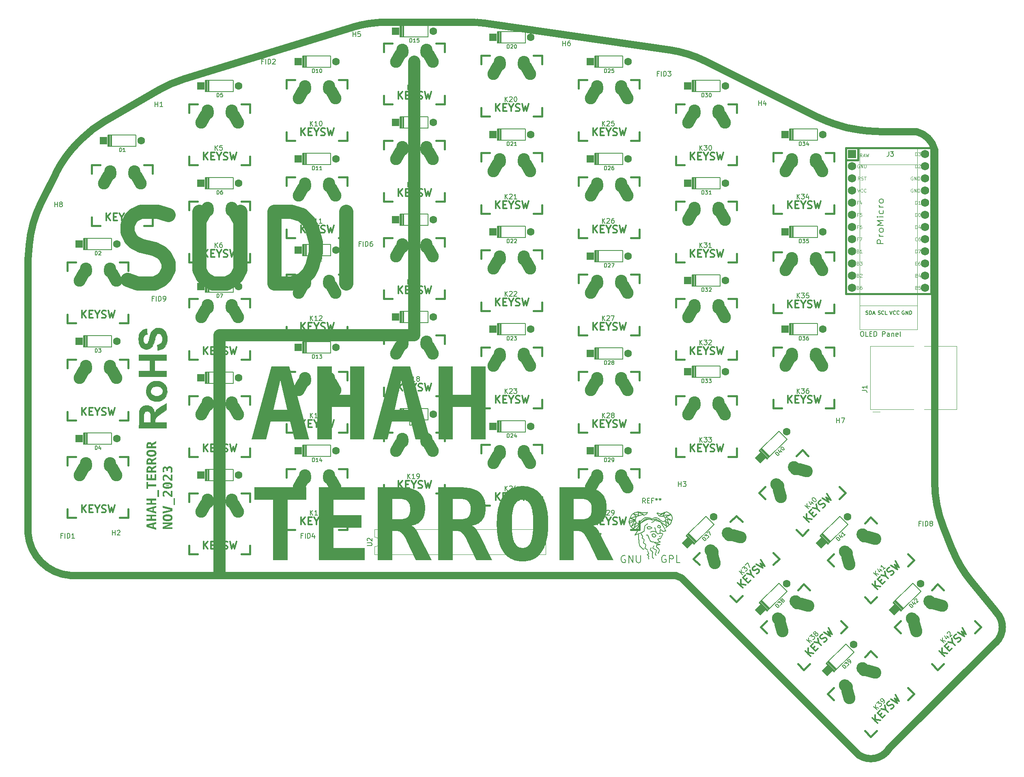
<source format=gbr>
%TF.GenerationSoftware,KiCad,Pcbnew,7.0.8*%
%TF.CreationDate,2023-11-04T19:54:58+07:00*%
%TF.ProjectId,sudi-redox-clone,73756469-2d72-4656-946f-782d636c6f6e,0.1*%
%TF.SameCoordinates,Original*%
%TF.FileFunction,Legend,Top*%
%TF.FilePolarity,Positive*%
%FSLAX46Y46*%
G04 Gerber Fmt 4.6, Leading zero omitted, Abs format (unit mm)*
G04 Created by KiCad (PCBNEW 7.0.8) date 2023-11-04 19:54:58*
%MOMM*%
%LPD*%
G01*
G04 APERTURE LIST*
G04 Aperture macros list*
%AMHorizOval*
0 Thick line with rounded ends*
0 $1 width*
0 $2 $3 position (X,Y) of the first rounded end (center of the circle)*
0 $4 $5 position (X,Y) of the second rounded end (center of the circle)*
0 Add line between two ends*
20,1,$1,$2,$3,$4,$5,0*
0 Add two circle primitives to create the rounded ends*
1,1,$1,$2,$3*
1,1,$1,$4,$5*%
%AMRotRect*
0 Rectangle, with rotation*
0 The origin of the aperture is its center*
0 $1 length*
0 $2 width*
0 $3 Rotation angle, in degrees counterclockwise*
0 Add horizontal line*
21,1,$1,$2,0,0,$3*%
G04 Aperture macros list end*
%ADD10C,2.500000*%
%ADD11C,0.300000*%
%ADD12C,3.000000*%
%ADD13C,1.500000*%
%ADD14C,0.400000*%
%ADD15C,0.150000*%
%ADD16C,0.200000*%
%ADD17C,0.304800*%
%ADD18C,0.203200*%
%ADD19C,0.100000*%
%ADD20C,0.381000*%
%ADD21C,0.120000*%
%ADD22C,0.010000*%
%ADD23C,0.040000*%
%ADD24HorizOval,2.500000X-0.405453X-0.729954X0.405453X0.729954X0*%
%ADD25HorizOval,2.500000X-0.019724X0.289328X0.019724X-0.289328X0*%
%ADD26HorizOval,2.500000X-0.019724X-0.289328X0.019724X0.289328X0*%
%ADD27HorizOval,2.500000X-0.405453X0.729954X0.405453X-0.729954X0*%
%ADD28R,1.600000X1.600000*%
%ADD29C,1.600000*%
%ADD30HorizOval,2.500000X-0.229457X0.802854X0.229457X-0.802854X0*%
%ADD31HorizOval,2.500000X-0.218533X0.190639X0.218533X-0.190639X0*%
%ADD32HorizOval,2.500000X-0.190639X0.218533X0.190639X-0.218533X0*%
%ADD33HorizOval,2.500000X-0.802854X0.229457X0.802854X-0.229457X0*%
%ADD34RotRect,1.600000X1.600000X45.000000*%
%ADD35R,1.752600X1.752600*%
%ADD36C,1.752600*%
G04 APERTURE END LIST*
D10*
X106680000Y-90170000D02*
X106680000Y-33020000D01*
X66040000Y-90170000D02*
X106680000Y-90170000D01*
X66040000Y-139700000D02*
X66040000Y-90170000D01*
D11*
G36*
X84696175Y-111950000D02*
G01*
X81670006Y-111950000D01*
X80724787Y-108198429D01*
X76676461Y-108198429D01*
X75753224Y-111950000D01*
X72727055Y-111950000D01*
X74403932Y-105765771D01*
X77280963Y-105765771D01*
X80142267Y-105765771D01*
X78706120Y-99519260D01*
X77280963Y-105765771D01*
X74403932Y-105765771D01*
X76859644Y-96709246D01*
X80563586Y-96709246D01*
X84696175Y-111950000D01*
G37*
G36*
X86425415Y-96709246D02*
G01*
X89451584Y-96709246D01*
X89451584Y-102571074D01*
X93236127Y-102571074D01*
X93236127Y-96709246D01*
X96262295Y-96709246D01*
X96262295Y-111950000D01*
X93236127Y-111950000D01*
X93236127Y-105150279D01*
X89451584Y-105150279D01*
X89451584Y-111950000D01*
X86425415Y-111950000D01*
X86425415Y-96709246D01*
G37*
G36*
X109960655Y-111950000D02*
G01*
X106934487Y-111950000D01*
X105989267Y-108198429D01*
X101940942Y-108198429D01*
X101017704Y-111950000D01*
X97991535Y-111950000D01*
X99668412Y-105765771D01*
X102545443Y-105765771D01*
X105406748Y-105765771D01*
X103970600Y-99519260D01*
X102545443Y-105765771D01*
X99668412Y-105765771D01*
X102124124Y-96709246D01*
X105828066Y-96709246D01*
X109960655Y-111950000D01*
G37*
G36*
X111689895Y-96709246D02*
G01*
X114716064Y-96709246D01*
X114716064Y-102571074D01*
X118500607Y-102571074D01*
X118500607Y-96709246D01*
X121526775Y-96709246D01*
X121526775Y-111950000D01*
X118500607Y-111950000D01*
X118500607Y-105150279D01*
X114716064Y-105150279D01*
X114716064Y-111950000D01*
X111689895Y-111950000D01*
X111689895Y-96709246D01*
G37*
G36*
X77200362Y-124488450D02*
G01*
X73313237Y-124488450D01*
X73313237Y-121909246D01*
X84109993Y-121909246D01*
X84109993Y-124488450D01*
X80222868Y-124488450D01*
X80222868Y-137150000D01*
X77200362Y-137150000D01*
X77200362Y-124488450D01*
G37*
G36*
X86744152Y-121909246D02*
G01*
X96280614Y-121909246D01*
X96280614Y-124488450D01*
X89770321Y-124488450D01*
X89770321Y-127771074D01*
X95665122Y-127771074D01*
X95665122Y-130350279D01*
X89770321Y-130350279D01*
X89770321Y-134570795D01*
X96280614Y-134570795D01*
X96280614Y-137150000D01*
X86744152Y-137150000D01*
X86744152Y-121909246D01*
G37*
G36*
X103571012Y-121910258D02*
G01*
X103750695Y-121913296D01*
X103927130Y-121918358D01*
X104100315Y-121925446D01*
X104270253Y-121934559D01*
X104436941Y-121945696D01*
X104600381Y-121958859D01*
X104760573Y-121974047D01*
X104917515Y-121991259D01*
X105071209Y-122010497D01*
X105221655Y-122031760D01*
X105368852Y-122055047D01*
X105653500Y-122107698D01*
X105925153Y-122168449D01*
X106183812Y-122237299D01*
X106429476Y-122314250D01*
X106662146Y-122399301D01*
X106881822Y-122492452D01*
X107088503Y-122593703D01*
X107282189Y-122703054D01*
X107462881Y-122820505D01*
X107630579Y-122946057D01*
X107749236Y-123046499D01*
X107862032Y-123152738D01*
X107968968Y-123264772D01*
X108070044Y-123382603D01*
X108165259Y-123506229D01*
X108254614Y-123635652D01*
X108338109Y-123770870D01*
X108415743Y-123911885D01*
X108487517Y-124058695D01*
X108553430Y-124211301D01*
X108594117Y-124316259D01*
X108651079Y-124477914D01*
X108702437Y-124644141D01*
X108748194Y-124814940D01*
X108788347Y-124990312D01*
X108822898Y-125170256D01*
X108851845Y-125354773D01*
X108875190Y-125543862D01*
X108892933Y-125737523D01*
X108905072Y-125935757D01*
X108911609Y-126138564D01*
X108912854Y-126276308D01*
X108911179Y-126434893D01*
X108906156Y-126589163D01*
X108897784Y-126739118D01*
X108881412Y-126932347D01*
X108859087Y-127117905D01*
X108830808Y-127295792D01*
X108796576Y-127466008D01*
X108756390Y-127628553D01*
X108722344Y-127745429D01*
X108672427Y-127895295D01*
X108616099Y-128040810D01*
X108553359Y-128181975D01*
X108484207Y-128318789D01*
X108408645Y-128451252D01*
X108326671Y-128579365D01*
X108238285Y-128703128D01*
X108143489Y-128822540D01*
X108023741Y-128958191D01*
X107895763Y-129085792D01*
X107759558Y-129205344D01*
X107615123Y-129316845D01*
X107493650Y-129400250D01*
X107366911Y-129478503D01*
X107234905Y-129551605D01*
X107097519Y-129618466D01*
X106952805Y-129679832D01*
X106800764Y-129735703D01*
X106641395Y-129786078D01*
X106474699Y-129830957D01*
X106300676Y-129870341D01*
X106119326Y-129904230D01*
X105930648Y-129932623D01*
X106076425Y-129972855D01*
X106240258Y-130033649D01*
X106391985Y-130108095D01*
X106531604Y-130196195D01*
X106659116Y-130297947D01*
X106718332Y-130353942D01*
X106818796Y-130464281D01*
X106916555Y-130591728D01*
X107009291Y-130727398D01*
X107070041Y-130822889D01*
X107147536Y-130949112D01*
X107228895Y-131088732D01*
X107314117Y-131241746D01*
X107388088Y-131379490D01*
X107464742Y-131526537D01*
X107527997Y-131650872D01*
X110297711Y-137150000D01*
X106974787Y-137150000D01*
X105128311Y-133255547D01*
X104915819Y-132801256D01*
X104834600Y-132638388D01*
X104753059Y-132483635D01*
X104671196Y-132336996D01*
X104589011Y-132198472D01*
X104506504Y-132068062D01*
X104423675Y-131945766D01*
X104312735Y-131795328D01*
X104201223Y-131659315D01*
X104089139Y-131537728D01*
X104032882Y-131482344D01*
X103918278Y-131381880D01*
X103799782Y-131294812D01*
X103646188Y-131204813D01*
X103486512Y-131135744D01*
X103320754Y-131087605D01*
X103148913Y-131060396D01*
X103007062Y-131053698D01*
X102043524Y-131053698D01*
X102043524Y-137150000D01*
X99017355Y-137150000D01*
X99017355Y-124341905D01*
X102043524Y-124341905D01*
X102043524Y-128621039D01*
X103468681Y-128621039D01*
X103621194Y-128619064D01*
X103768241Y-128613140D01*
X103978560Y-128596846D01*
X104176579Y-128571666D01*
X104362298Y-128537598D01*
X104535717Y-128494644D01*
X104696835Y-128442802D01*
X104845652Y-128382072D01*
X104982169Y-128312456D01*
X105106386Y-128233953D01*
X105252875Y-128115457D01*
X105355356Y-128006939D01*
X105448021Y-127883345D01*
X105530868Y-127744674D01*
X105603897Y-127590926D01*
X105641221Y-127496301D01*
X105689778Y-127342170D01*
X105728289Y-127171038D01*
X105752708Y-127015441D01*
X105770149Y-126848037D01*
X105780614Y-126668826D01*
X105783963Y-126516956D01*
X105784103Y-126477808D01*
X105779434Y-126266662D01*
X105765427Y-126067366D01*
X105742082Y-125879919D01*
X105709399Y-125704322D01*
X105667378Y-125540574D01*
X105616019Y-125388676D01*
X105555322Y-125248628D01*
X105459867Y-125080329D01*
X105347811Y-124933096D01*
X105252875Y-124836496D01*
X105106386Y-124720576D01*
X104938030Y-124620112D01*
X104797413Y-124554907D01*
X104644495Y-124498397D01*
X104479277Y-124450580D01*
X104301759Y-124411457D01*
X104111940Y-124381028D01*
X103909820Y-124359293D01*
X103695401Y-124346252D01*
X103545621Y-124342388D01*
X103468681Y-124341905D01*
X102043524Y-124341905D01*
X99017355Y-124341905D01*
X99017355Y-121909246D01*
X103388080Y-121909246D01*
X103571012Y-121910258D01*
G37*
G36*
X116203252Y-121910258D02*
G01*
X116382935Y-121913296D01*
X116559370Y-121918358D01*
X116732556Y-121925446D01*
X116902493Y-121934559D01*
X117069181Y-121945696D01*
X117232621Y-121958859D01*
X117392813Y-121974047D01*
X117549755Y-121991259D01*
X117703449Y-122010497D01*
X117853895Y-122031760D01*
X118001092Y-122055047D01*
X118285740Y-122107698D01*
X118557393Y-122168449D01*
X118816052Y-122237299D01*
X119061716Y-122314250D01*
X119294386Y-122399301D01*
X119514062Y-122492452D01*
X119720743Y-122593703D01*
X119914429Y-122703054D01*
X120095121Y-122820505D01*
X120262819Y-122946057D01*
X120381476Y-123046499D01*
X120494272Y-123152738D01*
X120601208Y-123264772D01*
X120702284Y-123382603D01*
X120797500Y-123506229D01*
X120886854Y-123635652D01*
X120970349Y-123770870D01*
X121047983Y-123911885D01*
X121119757Y-124058695D01*
X121185670Y-124211301D01*
X121226357Y-124316259D01*
X121283319Y-124477914D01*
X121334678Y-124644141D01*
X121380434Y-124814940D01*
X121420587Y-124990312D01*
X121455138Y-125170256D01*
X121484085Y-125354773D01*
X121507430Y-125543862D01*
X121525173Y-125737523D01*
X121537312Y-125935757D01*
X121543849Y-126138564D01*
X121545094Y-126276308D01*
X121543419Y-126434893D01*
X121538396Y-126589163D01*
X121530024Y-126739118D01*
X121513652Y-126932347D01*
X121491327Y-127117905D01*
X121463048Y-127295792D01*
X121428816Y-127466008D01*
X121388630Y-127628553D01*
X121354584Y-127745429D01*
X121304667Y-127895295D01*
X121248339Y-128040810D01*
X121185599Y-128181975D01*
X121116448Y-128318789D01*
X121040885Y-128451252D01*
X120958911Y-128579365D01*
X120870525Y-128703128D01*
X120775729Y-128822540D01*
X120655981Y-128958191D01*
X120528004Y-129085792D01*
X120391798Y-129205344D01*
X120247363Y-129316845D01*
X120125890Y-129400250D01*
X119999151Y-129478503D01*
X119867145Y-129551605D01*
X119729759Y-129618466D01*
X119585045Y-129679832D01*
X119433004Y-129735703D01*
X119273635Y-129786078D01*
X119106939Y-129830957D01*
X118932916Y-129870341D01*
X118751566Y-129904230D01*
X118562889Y-129932623D01*
X118708665Y-129972855D01*
X118872499Y-130033649D01*
X119024225Y-130108095D01*
X119163844Y-130196195D01*
X119291356Y-130297947D01*
X119350572Y-130353942D01*
X119451036Y-130464281D01*
X119548795Y-130591728D01*
X119641531Y-130727398D01*
X119702281Y-130822889D01*
X119779776Y-130949112D01*
X119861135Y-131088732D01*
X119946357Y-131241746D01*
X120020328Y-131379490D01*
X120096982Y-131526537D01*
X120160237Y-131650872D01*
X122929951Y-137150000D01*
X119607027Y-137150000D01*
X117760551Y-133255547D01*
X117548060Y-132801256D01*
X117466840Y-132638388D01*
X117385299Y-132483635D01*
X117303436Y-132336996D01*
X117221251Y-132198472D01*
X117138744Y-132068062D01*
X117055915Y-131945766D01*
X116944975Y-131795328D01*
X116833463Y-131659315D01*
X116721379Y-131537728D01*
X116665122Y-131482344D01*
X116550518Y-131381880D01*
X116432022Y-131294812D01*
X116278428Y-131204813D01*
X116118752Y-131135744D01*
X115952994Y-131087605D01*
X115781153Y-131060396D01*
X115639302Y-131053698D01*
X114675764Y-131053698D01*
X114675764Y-137150000D01*
X111649595Y-137150000D01*
X111649595Y-124341905D01*
X114675764Y-124341905D01*
X114675764Y-128621039D01*
X116100921Y-128621039D01*
X116253434Y-128619064D01*
X116400481Y-128613140D01*
X116610800Y-128596846D01*
X116808819Y-128571666D01*
X116994538Y-128537598D01*
X117167957Y-128494644D01*
X117329075Y-128442802D01*
X117477892Y-128382072D01*
X117614409Y-128312456D01*
X117738626Y-128233953D01*
X117885115Y-128115457D01*
X117987596Y-128006939D01*
X118080261Y-127883345D01*
X118163108Y-127744674D01*
X118236137Y-127590926D01*
X118273461Y-127496301D01*
X118322018Y-127342170D01*
X118360530Y-127171038D01*
X118384948Y-127015441D01*
X118402390Y-126848037D01*
X118412855Y-126668826D01*
X118416203Y-126516956D01*
X118416343Y-126477808D01*
X118411674Y-126266662D01*
X118397667Y-126067366D01*
X118374322Y-125879919D01*
X118341639Y-125704322D01*
X118299618Y-125540574D01*
X118248259Y-125388676D01*
X118187562Y-125248628D01*
X118092107Y-125080329D01*
X117980051Y-124933096D01*
X117885115Y-124836496D01*
X117738626Y-124720576D01*
X117570270Y-124620112D01*
X117429653Y-124554907D01*
X117276735Y-124498397D01*
X117111517Y-124450580D01*
X116933999Y-124411457D01*
X116744180Y-124381028D01*
X116542060Y-124359293D01*
X116327641Y-124346252D01*
X116177861Y-124342388D01*
X116100921Y-124341905D01*
X114675764Y-124341905D01*
X111649595Y-124341905D01*
X111649595Y-121909246D01*
X116020321Y-121909246D01*
X116203252Y-121910258D01*
G37*
G36*
X129399836Y-121676715D02*
G01*
X129562088Y-121682544D01*
X129721836Y-121692257D01*
X129879079Y-121705856D01*
X130033818Y-121723341D01*
X130186053Y-121744711D01*
X130335783Y-121769967D01*
X130483008Y-121799108D01*
X130627729Y-121832134D01*
X130769946Y-121869046D01*
X131046866Y-121954526D01*
X131313768Y-122055548D01*
X131570652Y-122172112D01*
X131817519Y-122304218D01*
X132054367Y-122451866D01*
X132281198Y-122615055D01*
X132498012Y-122793787D01*
X132704807Y-122988060D01*
X132901585Y-123197875D01*
X133088345Y-123423232D01*
X133177968Y-123541739D01*
X133265087Y-123664131D01*
X133348259Y-123790090D01*
X133428791Y-123919756D01*
X133506683Y-124053128D01*
X133581935Y-124190207D01*
X133654546Y-124330992D01*
X133724516Y-124475484D01*
X133791846Y-124623683D01*
X133856536Y-124775588D01*
X133918585Y-124931200D01*
X133977994Y-125090518D01*
X134034763Y-125253543D01*
X134088891Y-125420275D01*
X134140379Y-125590713D01*
X134189226Y-125764858D01*
X134235433Y-125942709D01*
X134279000Y-126124267D01*
X134319926Y-126309531D01*
X134358212Y-126498502D01*
X134393857Y-126691180D01*
X134426862Y-126887564D01*
X134457227Y-127087655D01*
X134484951Y-127291452D01*
X134510035Y-127498956D01*
X134532478Y-127710166D01*
X134552281Y-127925083D01*
X134569444Y-128143707D01*
X134583966Y-128366037D01*
X134595848Y-128592074D01*
X134605089Y-128821817D01*
X134611690Y-129055267D01*
X134615651Y-129292423D01*
X134616971Y-129533286D01*
X134615651Y-129773033D01*
X134611690Y-130009131D01*
X134605089Y-130241579D01*
X134595848Y-130470377D01*
X134583966Y-130695527D01*
X134569444Y-130917027D01*
X134552281Y-131134878D01*
X134532478Y-131349079D01*
X134510035Y-131559631D01*
X134484951Y-131766534D01*
X134457227Y-131969788D01*
X134426862Y-132169392D01*
X134393857Y-132365347D01*
X134358212Y-132557652D01*
X134319926Y-132746308D01*
X134279000Y-132931315D01*
X134235433Y-133112672D01*
X134189226Y-133290381D01*
X134140379Y-133464439D01*
X134088891Y-133634849D01*
X134034763Y-133801609D01*
X133977994Y-133964720D01*
X133918585Y-134124181D01*
X133856536Y-134279993D01*
X133791846Y-134432156D01*
X133724516Y-134580670D01*
X133654546Y-134725534D01*
X133581935Y-134866749D01*
X133506683Y-135004314D01*
X133428791Y-135138230D01*
X133348259Y-135268497D01*
X133265087Y-135395115D01*
X133139099Y-135571817D01*
X133007058Y-135740599D01*
X132868963Y-135901459D01*
X132724814Y-136054399D01*
X132574612Y-136199417D01*
X132418356Y-136336513D01*
X132256047Y-136465689D01*
X132087684Y-136586943D01*
X131913267Y-136700277D01*
X131732797Y-136805689D01*
X131609120Y-136871563D01*
X131418303Y-136963225D01*
X131220917Y-137045872D01*
X131016963Y-137119503D01*
X130806439Y-137184117D01*
X130662441Y-137222185D01*
X130515523Y-137256245D01*
X130365686Y-137286298D01*
X130212929Y-137312345D01*
X130057253Y-137334384D01*
X129898657Y-137352416D01*
X129737142Y-137366441D01*
X129572707Y-137376458D01*
X129405353Y-137382469D01*
X129235080Y-137384473D01*
X129063518Y-137382469D01*
X128895048Y-137376458D01*
X128729669Y-137366441D01*
X128567381Y-137352416D01*
X128408184Y-137334384D01*
X128252079Y-137312345D01*
X128099064Y-137286298D01*
X127949141Y-137256245D01*
X127802309Y-137222185D01*
X127658568Y-137184117D01*
X127517919Y-137142043D01*
X127312741Y-137071417D01*
X127114518Y-136991776D01*
X126923250Y-136903119D01*
X126861039Y-136871563D01*
X126678594Y-136771528D01*
X126502203Y-136663765D01*
X126331865Y-136548275D01*
X126167580Y-136425056D01*
X126009350Y-136294110D01*
X125857173Y-136155435D01*
X125711049Y-136009032D01*
X125570979Y-135854902D01*
X125436963Y-135693043D01*
X125309000Y-135523457D01*
X125227055Y-135406106D01*
X125142980Y-135280143D01*
X125061575Y-135150466D01*
X124982839Y-135017076D01*
X124906772Y-134879972D01*
X124833374Y-134739154D01*
X124762645Y-134594623D01*
X124694585Y-134446378D01*
X124629194Y-134294419D01*
X124566472Y-134138746D01*
X124506419Y-133979360D01*
X124449035Y-133816260D01*
X124394320Y-133649446D01*
X124342274Y-133478919D01*
X124292897Y-133304677D01*
X124246189Y-133126722D01*
X124202151Y-132945054D01*
X124160781Y-132759671D01*
X124122080Y-132570575D01*
X124086048Y-132377765D01*
X124052685Y-132181241D01*
X124021992Y-131981004D01*
X123993967Y-131777053D01*
X123968611Y-131569388D01*
X123945925Y-131358009D01*
X123925907Y-131142917D01*
X123908558Y-130924111D01*
X123893879Y-130701591D01*
X123881868Y-130475358D01*
X123872526Y-130245410D01*
X123865854Y-130011749D01*
X123861850Y-129774375D01*
X123860516Y-129533286D01*
X123860557Y-129525959D01*
X127011249Y-129525959D01*
X127011767Y-129692533D01*
X127013324Y-129856116D01*
X127015918Y-130016708D01*
X127019549Y-130174309D01*
X127024218Y-130328919D01*
X127029925Y-130480538D01*
X127036669Y-130629166D01*
X127053270Y-130917449D01*
X127074021Y-131193768D01*
X127098922Y-131458123D01*
X127127974Y-131710513D01*
X127161175Y-131950940D01*
X127198527Y-132179402D01*
X127240030Y-132395901D01*
X127285682Y-132600435D01*
X127335485Y-132793005D01*
X127389437Y-132973611D01*
X127447541Y-133142253D01*
X127509794Y-133298931D01*
X127542477Y-133372784D01*
X127611771Y-133517856D01*
X127685931Y-133653568D01*
X127764957Y-133779920D01*
X127892619Y-133951901D01*
X128031230Y-134102822D01*
X128180788Y-134232684D01*
X128341294Y-134341488D01*
X128512748Y-134429233D01*
X128695150Y-134495919D01*
X128888501Y-134541547D01*
X129092799Y-134566115D01*
X129235080Y-134570795D01*
X129448641Y-134560266D01*
X129651061Y-134528677D01*
X129842339Y-134476030D01*
X130022477Y-134402325D01*
X130191473Y-134307560D01*
X130349328Y-134191737D01*
X130496042Y-134054855D01*
X130631615Y-133896914D01*
X130756046Y-133717914D01*
X130832811Y-133586882D01*
X130904624Y-133446490D01*
X130938674Y-133372784D01*
X131003002Y-133222088D01*
X131063180Y-133059428D01*
X131119208Y-132884804D01*
X131171086Y-132698216D01*
X131218813Y-132499663D01*
X131262391Y-132289147D01*
X131301818Y-132066667D01*
X131337095Y-131832222D01*
X131368221Y-131585814D01*
X131395198Y-131327441D01*
X131418024Y-131057104D01*
X131436700Y-130774803D01*
X131451226Y-130480538D01*
X131456932Y-130328919D01*
X131461601Y-130174309D01*
X131465233Y-130016708D01*
X131467827Y-129856116D01*
X131469383Y-129692533D01*
X131469902Y-129525959D01*
X131469383Y-129359836D01*
X131467827Y-129196689D01*
X131465233Y-129036519D01*
X131461601Y-128879326D01*
X131456932Y-128725110D01*
X131451226Y-128573870D01*
X131444482Y-128425607D01*
X131427881Y-128138011D01*
X131407130Y-127862322D01*
X131382228Y-127598539D01*
X131353177Y-127346664D01*
X131319975Y-127106695D01*
X131282623Y-126878634D01*
X131241121Y-126662479D01*
X131195468Y-126458231D01*
X131145666Y-126265889D01*
X131091713Y-126085455D01*
X131033610Y-125916927D01*
X130971357Y-125760307D01*
X130938674Y-125686461D01*
X130869336Y-125541390D01*
X130795047Y-125405678D01*
X130715807Y-125279325D01*
X130587662Y-125107345D01*
X130448375Y-124956423D01*
X130297948Y-124826561D01*
X130136379Y-124717757D01*
X129963669Y-124630012D01*
X129779818Y-124563326D01*
X129584825Y-124517699D01*
X129378692Y-124493130D01*
X129235080Y-124488450D01*
X129025351Y-124498980D01*
X128826183Y-124530568D01*
X128637577Y-124583215D01*
X128459532Y-124656921D01*
X128292050Y-124751685D01*
X128135128Y-124867509D01*
X127988769Y-125004391D01*
X127852971Y-125162332D01*
X127727734Y-125341331D01*
X127650111Y-125472364D01*
X127577181Y-125612756D01*
X127542477Y-125686461D01*
X127478148Y-125837129D01*
X127417970Y-125999703D01*
X127361942Y-126174184D01*
X127310064Y-126360572D01*
X127262337Y-126558866D01*
X127218760Y-126769068D01*
X127179333Y-126991176D01*
X127144056Y-127225191D01*
X127112929Y-127471113D01*
X127085953Y-127728942D01*
X127063126Y-127998678D01*
X127044450Y-128280321D01*
X127029925Y-128573870D01*
X127024218Y-128725110D01*
X127019549Y-128879326D01*
X127015918Y-129036519D01*
X127013324Y-129196689D01*
X127011767Y-129359836D01*
X127011249Y-129525959D01*
X123860557Y-129525959D01*
X123861850Y-129293743D01*
X123865854Y-129057800D01*
X123872526Y-128825456D01*
X123881868Y-128596710D01*
X123893879Y-128371565D01*
X123908558Y-128150018D01*
X123925907Y-127932071D01*
X123945925Y-127717722D01*
X123968611Y-127506973D01*
X123993967Y-127299824D01*
X124021992Y-127096273D01*
X124052685Y-126896322D01*
X124086048Y-126699970D01*
X124122080Y-126507218D01*
X124160781Y-126318064D01*
X124202151Y-126132510D01*
X124246189Y-125950555D01*
X124292897Y-125772199D01*
X124342274Y-125597443D01*
X124394320Y-125426286D01*
X124449035Y-125258728D01*
X124506419Y-125094769D01*
X124566472Y-124934409D01*
X124629194Y-124777649D01*
X124694585Y-124624488D01*
X124762645Y-124474926D01*
X124833374Y-124328964D01*
X124906772Y-124186600D01*
X124982839Y-124047836D01*
X125061575Y-123912672D01*
X125142980Y-123781106D01*
X125227055Y-123653140D01*
X125316685Y-123525757D01*
X125408806Y-123402810D01*
X125503416Y-123284300D01*
X125600517Y-123170226D01*
X125700108Y-123060588D01*
X125802189Y-122955388D01*
X125959980Y-122805905D01*
X126123373Y-122666403D01*
X126292370Y-122536884D01*
X126466969Y-122417347D01*
X126647171Y-122307792D01*
X126832975Y-122208219D01*
X126959958Y-122147383D01*
X127154263Y-122062922D01*
X127352497Y-121986769D01*
X127554659Y-121918924D01*
X127760750Y-121859386D01*
X127970769Y-121808156D01*
X128184716Y-121765233D01*
X128329530Y-121741233D01*
X128476090Y-121720926D01*
X128624396Y-121704311D01*
X128774448Y-121691388D01*
X128926246Y-121682157D01*
X129079790Y-121676619D01*
X129235080Y-121674773D01*
X129399836Y-121676715D01*
G37*
G36*
X141467732Y-121910258D02*
G01*
X141647415Y-121913296D01*
X141823850Y-121918358D01*
X141997036Y-121925446D01*
X142166973Y-121934559D01*
X142333661Y-121945696D01*
X142497101Y-121958859D01*
X142657293Y-121974047D01*
X142814235Y-121991259D01*
X142967930Y-122010497D01*
X143118375Y-122031760D01*
X143265572Y-122055047D01*
X143550220Y-122107698D01*
X143821873Y-122168449D01*
X144080532Y-122237299D01*
X144326197Y-122314250D01*
X144558866Y-122399301D01*
X144778542Y-122492452D01*
X144985223Y-122593703D01*
X145178909Y-122703054D01*
X145359601Y-122820505D01*
X145527299Y-122946057D01*
X145645956Y-123046499D01*
X145758752Y-123152738D01*
X145865689Y-123264772D01*
X145966764Y-123382603D01*
X146061980Y-123506229D01*
X146151335Y-123635652D01*
X146234829Y-123770870D01*
X146312463Y-123911885D01*
X146384237Y-124058695D01*
X146450150Y-124211301D01*
X146490837Y-124316259D01*
X146547799Y-124477914D01*
X146599158Y-124644141D01*
X146644914Y-124814940D01*
X146685067Y-124990312D01*
X146719618Y-125170256D01*
X146748566Y-125354773D01*
X146771911Y-125543862D01*
X146789653Y-125737523D01*
X146801792Y-125935757D01*
X146808329Y-126138564D01*
X146809574Y-126276308D01*
X146807899Y-126434893D01*
X146802876Y-126589163D01*
X146794504Y-126739118D01*
X146778132Y-126932347D01*
X146755807Y-127117905D01*
X146727528Y-127295792D01*
X146693296Y-127466008D01*
X146653111Y-127628553D01*
X146619064Y-127745429D01*
X146569147Y-127895295D01*
X146512819Y-128040810D01*
X146450079Y-128181975D01*
X146380928Y-128318789D01*
X146305365Y-128451252D01*
X146223391Y-128579365D01*
X146135006Y-128703128D01*
X146040209Y-128822540D01*
X145920461Y-128958191D01*
X145792484Y-129085792D01*
X145656278Y-129205344D01*
X145511843Y-129316845D01*
X145390370Y-129400250D01*
X145263631Y-129478503D01*
X145131625Y-129551605D01*
X144994239Y-129618466D01*
X144849525Y-129679832D01*
X144697484Y-129735703D01*
X144538115Y-129786078D01*
X144371420Y-129830957D01*
X144197397Y-129870341D01*
X144016046Y-129904230D01*
X143827369Y-129932623D01*
X143973145Y-129972855D01*
X144136979Y-130033649D01*
X144288705Y-130108095D01*
X144428324Y-130196195D01*
X144555836Y-130297947D01*
X144615052Y-130353942D01*
X144715516Y-130464281D01*
X144813275Y-130591728D01*
X144906011Y-130727398D01*
X144966762Y-130822889D01*
X145044256Y-130949112D01*
X145125615Y-131088732D01*
X145210837Y-131241746D01*
X145284808Y-131379490D01*
X145361462Y-131526537D01*
X145424717Y-131650872D01*
X148194431Y-137150000D01*
X144871507Y-137150000D01*
X143025031Y-133255547D01*
X142812540Y-132801256D01*
X142731321Y-132638388D01*
X142649779Y-132483635D01*
X142567916Y-132336996D01*
X142485731Y-132198472D01*
X142403224Y-132068062D01*
X142320395Y-131945766D01*
X142209455Y-131795328D01*
X142097943Y-131659315D01*
X141985859Y-131537728D01*
X141929602Y-131482344D01*
X141814998Y-131381880D01*
X141696502Y-131294812D01*
X141542909Y-131204813D01*
X141383232Y-131135744D01*
X141217474Y-131087605D01*
X141045633Y-131060396D01*
X140903782Y-131053698D01*
X139940244Y-131053698D01*
X139940244Y-137150000D01*
X136914075Y-137150000D01*
X136914075Y-124341905D01*
X139940244Y-124341905D01*
X139940244Y-128621039D01*
X141365401Y-128621039D01*
X141517914Y-128619064D01*
X141664961Y-128613140D01*
X141875280Y-128596846D01*
X142073300Y-128571666D01*
X142259018Y-128537598D01*
X142432437Y-128494644D01*
X142593555Y-128442802D01*
X142742372Y-128382072D01*
X142878889Y-128312456D01*
X143003106Y-128233953D01*
X143149595Y-128115457D01*
X143252077Y-128006939D01*
X143344741Y-127883345D01*
X143427588Y-127744674D01*
X143500618Y-127590926D01*
X143537941Y-127496301D01*
X143586498Y-127342170D01*
X143625010Y-127171038D01*
X143649428Y-127015441D01*
X143666870Y-126848037D01*
X143677335Y-126668826D01*
X143680683Y-126516956D01*
X143680823Y-126477808D01*
X143676154Y-126266662D01*
X143662147Y-126067366D01*
X143638802Y-125879919D01*
X143606119Y-125704322D01*
X143564098Y-125540574D01*
X143512739Y-125388676D01*
X143452042Y-125248628D01*
X143356587Y-125080329D01*
X143244531Y-124933096D01*
X143149595Y-124836496D01*
X143003106Y-124720576D01*
X142834750Y-124620112D01*
X142694133Y-124554907D01*
X142541215Y-124498397D01*
X142375997Y-124450580D01*
X142198479Y-124411457D01*
X142008660Y-124381028D01*
X141806541Y-124359293D01*
X141592121Y-124346252D01*
X141442341Y-124342388D01*
X141365401Y-124341905D01*
X139940244Y-124341905D01*
X136914075Y-124341905D01*
X136914075Y-121909246D01*
X141284801Y-121909246D01*
X141467732Y-121910258D01*
G37*
D12*
X46740826Y-78574000D02*
X48883684Y-79288285D01*
X48883684Y-79288285D02*
X52455112Y-79288285D01*
X52455112Y-79288285D02*
X53883684Y-78574000D01*
X53883684Y-78574000D02*
X54597969Y-77859714D01*
X54597969Y-77859714D02*
X55312255Y-76431142D01*
X55312255Y-76431142D02*
X55312255Y-75002571D01*
X55312255Y-75002571D02*
X54597969Y-73574000D01*
X54597969Y-73574000D02*
X53883684Y-72859714D01*
X53883684Y-72859714D02*
X52455112Y-72145428D01*
X52455112Y-72145428D02*
X49597969Y-71431142D01*
X49597969Y-71431142D02*
X48169398Y-70716857D01*
X48169398Y-70716857D02*
X47455112Y-70002571D01*
X47455112Y-70002571D02*
X46740826Y-68574000D01*
X46740826Y-68574000D02*
X46740826Y-67145428D01*
X46740826Y-67145428D02*
X47455112Y-65716857D01*
X47455112Y-65716857D02*
X48169398Y-65002571D01*
X48169398Y-65002571D02*
X49597969Y-64288285D01*
X49597969Y-64288285D02*
X53169398Y-64288285D01*
X53169398Y-64288285D02*
X55312255Y-65002571D01*
X61740826Y-64288285D02*
X61740826Y-76431142D01*
X61740826Y-76431142D02*
X62455112Y-77859714D01*
X62455112Y-77859714D02*
X63169398Y-78574000D01*
X63169398Y-78574000D02*
X64597969Y-79288285D01*
X64597969Y-79288285D02*
X67455112Y-79288285D01*
X67455112Y-79288285D02*
X68883683Y-78574000D01*
X68883683Y-78574000D02*
X69597969Y-77859714D01*
X69597969Y-77859714D02*
X70312255Y-76431142D01*
X70312255Y-76431142D02*
X70312255Y-64288285D01*
X77455112Y-79288285D02*
X77455112Y-64288285D01*
X77455112Y-64288285D02*
X81026541Y-64288285D01*
X81026541Y-64288285D02*
X83169398Y-65002571D01*
X83169398Y-65002571D02*
X84597969Y-66431142D01*
X84597969Y-66431142D02*
X85312255Y-67859714D01*
X85312255Y-67859714D02*
X86026541Y-70716857D01*
X86026541Y-70716857D02*
X86026541Y-72859714D01*
X86026541Y-72859714D02*
X85312255Y-75716857D01*
X85312255Y-75716857D02*
X84597969Y-77145428D01*
X84597969Y-77145428D02*
X83169398Y-78574000D01*
X83169398Y-78574000D02*
X81026541Y-79288285D01*
X81026541Y-79288285D02*
X77455112Y-79288285D01*
X92455112Y-79288285D02*
X92455112Y-64288285D01*
D13*
X53435942Y-38875034D02*
X42224418Y-45343221D01*
X36523692Y-49836310D02*
G75*
G03*
X31840681Y-56333639I17677618J-17677640D01*
G01*
X199375683Y-177820967D02*
G75*
G03*
X205739999Y-176530000I2554317J3740667D01*
G01*
X218942949Y-134924842D02*
G75*
G03*
X222719547Y-141364861I23212451J9285042D01*
G01*
X163195000Y-141605000D02*
G75*
G03*
X161277669Y-140396656I-2540000J-1905000D01*
G01*
X26270173Y-71472929D02*
X26035000Y-74295000D01*
X31840680Y-56333639D02*
X28823137Y-62368726D01*
X100914191Y-24764994D02*
G75*
G03*
X93562045Y-25870526I9J-24999906D01*
G01*
X26035000Y-131445000D02*
G75*
G03*
X34925000Y-140335000I9525000J635000D01*
G01*
X215264994Y-120915440D02*
G75*
G03*
X217053083Y-130200207I24999606J-60D01*
G01*
X159840754Y-30536848D02*
X121798547Y-25023485D01*
X121798547Y-25023484D02*
G75*
G03*
X118212820Y-24765000I-3585747J-24741916D01*
G01*
X201188840Y-47472092D02*
G75*
G03*
X203949629Y-47625000I2760760J24846392D01*
G01*
X161290000Y-140335000D02*
X34925000Y-140335000D01*
X193931064Y-45895395D02*
G75*
G03*
X199948359Y-47334262I8778236J23408795D01*
G01*
X42224415Y-45343216D02*
G75*
G03*
X37039810Y-49320190I12492585J-21653984D01*
G01*
X218942939Y-134924846D02*
X217053083Y-130200207D01*
X215265000Y-51435000D02*
X215265000Y-120915440D01*
X58576858Y-36635198D02*
G75*
G03*
X53435942Y-38875034I7351942J-23894002D01*
G01*
X203949629Y-47625000D02*
X211455000Y-47625000D01*
X199948359Y-47334262D02*
X201188840Y-47472093D01*
X37039810Y-49320190D02*
X36523691Y-49836309D01*
X93562045Y-25870525D02*
X58576858Y-36635198D01*
X227965000Y-154305000D02*
X205739999Y-176530000D01*
X228012205Y-154353586D02*
G75*
G03*
X228012205Y-147906414I-3131905J3223586D01*
G01*
X26035000Y-74295000D02*
X26035000Y-131445000D01*
X28823139Y-62368727D02*
G75*
G03*
X26270174Y-71472929I22360611J-11180323D01*
G01*
X192998618Y-45545732D02*
X193931062Y-45895399D01*
X190596364Y-44498182D02*
X167435367Y-32917683D01*
X167435359Y-32917698D02*
G75*
G03*
X159840754Y-30536849I-11180459J-22360902D01*
G01*
X118212820Y-24765000D02*
X100914191Y-24765000D01*
X215265000Y-51435000D02*
G75*
G03*
X211455000Y-47625000I-5080000J-1270000D01*
G01*
X199375690Y-177820956D02*
X163195000Y-141605000D01*
X190596363Y-44498183D02*
G75*
G03*
X192998618Y-45545732I11180937J22362083D01*
G01*
X228012206Y-147906413D02*
X222719547Y-141364861D01*
D14*
G36*
X52815000Y-129572665D02*
G01*
X52314790Y-129698695D01*
X52314790Y-130238471D01*
X52815000Y-130361570D01*
X52815000Y-130765059D01*
X50782899Y-130214047D01*
X50782899Y-129967850D01*
X51157568Y-129967850D01*
X51990436Y-130157871D01*
X51990436Y-129776364D01*
X51157568Y-129967850D01*
X50782899Y-129967850D01*
X50782899Y-129720188D01*
X52815000Y-129169176D01*
X52815000Y-129572665D01*
G37*
G36*
X50782899Y-128938611D02*
G01*
X50782899Y-128535122D01*
X51564476Y-128535122D01*
X51564476Y-128030516D01*
X50782899Y-128030516D01*
X50782899Y-127627027D01*
X52815000Y-127627027D01*
X52815000Y-128030516D01*
X51908370Y-128030516D01*
X51908370Y-128535122D01*
X52815000Y-128535122D01*
X52815000Y-128938611D01*
X50782899Y-128938611D01*
G37*
G36*
X52815000Y-126204068D02*
G01*
X52314790Y-126330097D01*
X52314790Y-126869874D01*
X52815000Y-126992972D01*
X52815000Y-127396461D01*
X50782899Y-126845450D01*
X50782899Y-126599253D01*
X51157568Y-126599253D01*
X51990436Y-126789274D01*
X51990436Y-126407766D01*
X51157568Y-126599253D01*
X50782899Y-126599253D01*
X50782899Y-126351591D01*
X52815000Y-125800579D01*
X52815000Y-126204068D01*
G37*
G36*
X50782899Y-125570013D02*
G01*
X50782899Y-125166524D01*
X51564476Y-125166524D01*
X51564476Y-124661919D01*
X50782899Y-124661919D01*
X50782899Y-124258429D01*
X52815000Y-124258429D01*
X52815000Y-124661919D01*
X51908370Y-124661919D01*
X51908370Y-125166524D01*
X52815000Y-125166524D01*
X52815000Y-125570013D01*
X50782899Y-125570013D01*
G37*
G36*
X53065104Y-123944333D02*
G01*
X53065104Y-122516978D01*
X53346472Y-122516978D01*
X53346472Y-123944333D01*
X53065104Y-123944333D01*
G37*
G36*
X51126793Y-121747124D02*
G01*
X51126793Y-122265408D01*
X50782899Y-122265408D01*
X50782899Y-120825840D01*
X51126793Y-120825840D01*
X51126793Y-121344124D01*
X52815000Y-121344124D01*
X52815000Y-121747124D01*
X51126793Y-121747124D01*
G37*
G36*
X50782899Y-120474619D02*
G01*
X50782899Y-119203091D01*
X51126793Y-119203091D01*
X51126793Y-120071130D01*
X51564476Y-120071130D01*
X51564476Y-119285157D01*
X51908370Y-119285157D01*
X51908370Y-120071130D01*
X52471106Y-120071130D01*
X52471106Y-119203091D01*
X52815000Y-119203091D01*
X52815000Y-120474619D01*
X50782899Y-120474619D01*
G37*
G36*
X52815000Y-117777201D02*
G01*
X52295739Y-118023398D01*
X52235167Y-118051730D01*
X52213451Y-118062559D01*
X52192818Y-118073431D01*
X52173266Y-118084347D01*
X52154796Y-118095305D01*
X52137408Y-118106306D01*
X52121102Y-118117349D01*
X52101043Y-118132141D01*
X52082908Y-118147010D01*
X52066697Y-118161954D01*
X52059312Y-118169455D01*
X52045917Y-118184736D01*
X52034308Y-118200535D01*
X52022308Y-118221014D01*
X52013099Y-118242304D01*
X52006680Y-118264406D01*
X52003052Y-118287318D01*
X52002159Y-118306231D01*
X52002159Y-118434703D01*
X52815000Y-118434703D01*
X52815000Y-118838192D01*
X50782899Y-118838192D01*
X50782899Y-118434703D01*
X51107254Y-118434703D01*
X51677805Y-118434703D01*
X51677805Y-118244682D01*
X51677541Y-118224347D01*
X51676752Y-118204741D01*
X51674579Y-118176698D01*
X51671222Y-118150295D01*
X51666679Y-118125533D01*
X51660952Y-118102411D01*
X51654040Y-118080928D01*
X51645943Y-118061086D01*
X51636660Y-118042883D01*
X51626193Y-118026321D01*
X51610394Y-118006789D01*
X51595925Y-117993125D01*
X51579446Y-117980770D01*
X51560956Y-117969724D01*
X51540456Y-117959986D01*
X51527840Y-117955010D01*
X51507289Y-117948536D01*
X51484471Y-117943401D01*
X51463725Y-117940145D01*
X51441404Y-117937819D01*
X51417510Y-117936424D01*
X51397260Y-117935978D01*
X51392041Y-117935959D01*
X51363888Y-117936582D01*
X51337315Y-117938449D01*
X51312322Y-117941562D01*
X51288909Y-117945920D01*
X51267076Y-117951522D01*
X51246823Y-117958370D01*
X51228150Y-117966463D01*
X51205710Y-117979190D01*
X51186079Y-117994131D01*
X51173199Y-118006789D01*
X51157743Y-118026321D01*
X51144348Y-118048769D01*
X51135654Y-118067518D01*
X51128119Y-118087907D01*
X51121744Y-118109936D01*
X51116527Y-118133605D01*
X51112470Y-118158914D01*
X51109572Y-118185863D01*
X51107833Y-118214453D01*
X51107318Y-118234423D01*
X51107254Y-118244682D01*
X51107254Y-118434703D01*
X50782899Y-118434703D01*
X50782899Y-118255429D01*
X50783034Y-118231038D01*
X50783439Y-118207080D01*
X50784114Y-118183555D01*
X50785059Y-118160464D01*
X50786274Y-118137806D01*
X50787759Y-118115581D01*
X50789514Y-118093789D01*
X50791539Y-118072430D01*
X50793834Y-118051504D01*
X50796399Y-118031011D01*
X50799234Y-118010952D01*
X50802339Y-117991326D01*
X50809359Y-117953373D01*
X50817459Y-117917152D01*
X50826639Y-117882664D01*
X50836900Y-117849909D01*
X50848240Y-117818887D01*
X50860660Y-117789596D01*
X50874160Y-117762039D01*
X50888740Y-117736214D01*
X50904400Y-117712122D01*
X50921140Y-117689762D01*
X50934533Y-117673941D01*
X50948698Y-117658902D01*
X50963636Y-117644644D01*
X50979347Y-117631167D01*
X50995830Y-117618471D01*
X51013086Y-117606557D01*
X51031116Y-117595425D01*
X51049918Y-117585074D01*
X51069492Y-117575504D01*
X51089840Y-117566715D01*
X51103834Y-117561290D01*
X51125388Y-117553696D01*
X51147552Y-117546848D01*
X51170325Y-117540747D01*
X51193708Y-117535393D01*
X51217700Y-117530786D01*
X51242303Y-117526927D01*
X51267515Y-117523814D01*
X51293336Y-117521448D01*
X51319767Y-117519830D01*
X51346808Y-117518958D01*
X51365174Y-117518792D01*
X51386319Y-117519015D01*
X51406888Y-117519685D01*
X51426882Y-117520802D01*
X51452646Y-117522984D01*
X51477387Y-117525961D01*
X51501105Y-117529732D01*
X51523801Y-117534296D01*
X51545473Y-117539654D01*
X51561057Y-117544193D01*
X51581039Y-117550849D01*
X51600441Y-117558360D01*
X51619263Y-117566725D01*
X51637505Y-117575945D01*
X51655167Y-117586020D01*
X51672248Y-117596950D01*
X51688750Y-117608735D01*
X51704672Y-117621374D01*
X51722758Y-117637341D01*
X51739772Y-117654404D01*
X51755712Y-117672565D01*
X51770579Y-117691823D01*
X51781700Y-117708019D01*
X51792133Y-117724918D01*
X51801880Y-117742519D01*
X51810795Y-117760837D01*
X51818977Y-117780132D01*
X51826427Y-117800404D01*
X51833143Y-117821653D01*
X51839127Y-117843879D01*
X51844378Y-117867083D01*
X51848897Y-117891263D01*
X51852683Y-117916420D01*
X51858047Y-117896983D01*
X51866153Y-117875138D01*
X51876079Y-117854908D01*
X51887826Y-117836292D01*
X51901392Y-117819291D01*
X51908859Y-117811395D01*
X51923570Y-117798000D01*
X51940563Y-117784965D01*
X51958653Y-117772601D01*
X51971385Y-117764501D01*
X51988215Y-117754168D01*
X52006830Y-117743320D01*
X52027232Y-117731957D01*
X52045598Y-117722094D01*
X52065204Y-117711874D01*
X52081782Y-117703440D01*
X52815000Y-117334145D01*
X52815000Y-117777201D01*
G37*
G36*
X52815000Y-116092903D02*
G01*
X52295739Y-116339099D01*
X52235167Y-116367431D01*
X52213451Y-116378261D01*
X52192818Y-116389133D01*
X52173266Y-116400048D01*
X52154796Y-116411006D01*
X52137408Y-116422007D01*
X52121102Y-116433051D01*
X52101043Y-116447843D01*
X52082908Y-116462711D01*
X52066697Y-116477656D01*
X52059312Y-116485157D01*
X52045917Y-116500437D01*
X52034308Y-116516236D01*
X52022308Y-116536716D01*
X52013099Y-116558006D01*
X52006680Y-116580107D01*
X52003052Y-116603019D01*
X52002159Y-116621933D01*
X52002159Y-116750404D01*
X52815000Y-116750404D01*
X52815000Y-117153893D01*
X50782899Y-117153893D01*
X50782899Y-116750404D01*
X51107254Y-116750404D01*
X51677805Y-116750404D01*
X51677805Y-116560383D01*
X51677541Y-116540048D01*
X51676752Y-116520442D01*
X51674579Y-116492399D01*
X51671222Y-116465997D01*
X51666679Y-116441234D01*
X51660952Y-116418112D01*
X51654040Y-116396629D01*
X51645943Y-116376787D01*
X51636660Y-116358585D01*
X51626193Y-116342023D01*
X51610394Y-116322491D01*
X51595925Y-116308827D01*
X51579446Y-116296471D01*
X51560956Y-116285425D01*
X51540456Y-116275688D01*
X51527840Y-116270711D01*
X51507289Y-116264237D01*
X51484471Y-116259102D01*
X51463725Y-116255846D01*
X51441404Y-116253521D01*
X51417510Y-116252125D01*
X51397260Y-116251679D01*
X51392041Y-116251660D01*
X51363888Y-116252283D01*
X51337315Y-116254150D01*
X51312322Y-116257263D01*
X51288909Y-116261621D01*
X51267076Y-116267224D01*
X51246823Y-116274072D01*
X51228150Y-116282164D01*
X51205710Y-116294892D01*
X51186079Y-116309833D01*
X51173199Y-116322491D01*
X51157743Y-116342023D01*
X51144348Y-116364470D01*
X51135654Y-116383219D01*
X51128119Y-116403608D01*
X51121744Y-116425637D01*
X51116527Y-116449306D01*
X51112470Y-116474615D01*
X51109572Y-116501565D01*
X51107833Y-116530154D01*
X51107318Y-116550125D01*
X51107254Y-116560383D01*
X51107254Y-116750404D01*
X50782899Y-116750404D01*
X50782899Y-116571130D01*
X50783034Y-116546739D01*
X50783439Y-116522781D01*
X50784114Y-116499257D01*
X50785059Y-116476165D01*
X50786274Y-116453507D01*
X50787759Y-116431282D01*
X50789514Y-116409490D01*
X50791539Y-116388131D01*
X50793834Y-116367205D01*
X50796399Y-116346713D01*
X50799234Y-116326653D01*
X50802339Y-116307027D01*
X50809359Y-116269074D01*
X50817459Y-116232854D01*
X50826639Y-116198366D01*
X50836900Y-116165611D01*
X50848240Y-116134588D01*
X50860660Y-116105298D01*
X50874160Y-116077740D01*
X50888740Y-116051915D01*
X50904400Y-116027823D01*
X50921140Y-116005464D01*
X50934533Y-115989643D01*
X50948698Y-115974603D01*
X50963636Y-115960345D01*
X50979347Y-115946868D01*
X50995830Y-115934173D01*
X51013086Y-115922259D01*
X51031116Y-115911126D01*
X51049918Y-115900775D01*
X51069492Y-115891205D01*
X51089840Y-115882417D01*
X51103834Y-115876992D01*
X51125388Y-115869397D01*
X51147552Y-115862549D01*
X51170325Y-115856448D01*
X51193708Y-115851094D01*
X51217700Y-115846488D01*
X51242303Y-115842628D01*
X51267515Y-115839515D01*
X51293336Y-115837150D01*
X51319767Y-115835531D01*
X51346808Y-115834660D01*
X51365174Y-115834494D01*
X51386319Y-115834717D01*
X51406888Y-115835387D01*
X51426882Y-115836503D01*
X51452646Y-115838686D01*
X51477387Y-115841662D01*
X51501105Y-115845433D01*
X51523801Y-115849997D01*
X51545473Y-115855355D01*
X51561057Y-115859895D01*
X51581039Y-115866550D01*
X51600441Y-115874061D01*
X51619263Y-115882426D01*
X51637505Y-115891646D01*
X51655167Y-115901721D01*
X51672248Y-115912651D01*
X51688750Y-115924436D01*
X51704672Y-115937076D01*
X51722758Y-115953042D01*
X51739772Y-115970106D01*
X51755712Y-115988266D01*
X51770579Y-116007524D01*
X51781700Y-116023721D01*
X51792133Y-116040619D01*
X51801880Y-116058220D01*
X51810795Y-116076538D01*
X51818977Y-116095833D01*
X51826427Y-116116106D01*
X51833143Y-116137355D01*
X51839127Y-116159581D01*
X51844378Y-116182784D01*
X51848897Y-116206964D01*
X51852683Y-116232121D01*
X51858047Y-116212684D01*
X51866153Y-116190840D01*
X51876079Y-116170609D01*
X51887826Y-116151994D01*
X51901392Y-116134992D01*
X51908859Y-116127096D01*
X51923570Y-116113701D01*
X51940563Y-116100667D01*
X51958653Y-116088302D01*
X51971385Y-116080202D01*
X51988215Y-116069869D01*
X52006830Y-116059021D01*
X52027232Y-116047658D01*
X52045598Y-116037796D01*
X52065204Y-116027575D01*
X52081782Y-116019141D01*
X52815000Y-115649846D01*
X52815000Y-116092903D01*
G37*
G36*
X51831404Y-114091753D02*
G01*
X51862884Y-114092281D01*
X51893877Y-114093161D01*
X51924383Y-114094393D01*
X51954403Y-114095977D01*
X51983936Y-114097914D01*
X52012983Y-114100202D01*
X52041543Y-114102842D01*
X52069617Y-114105835D01*
X52097204Y-114109179D01*
X52124305Y-114112876D01*
X52150918Y-114116924D01*
X52177046Y-114121325D01*
X52202686Y-114126078D01*
X52227841Y-114131183D01*
X52252508Y-114136639D01*
X52276689Y-114142448D01*
X52300384Y-114148609D01*
X52323591Y-114155122D01*
X52346313Y-114161987D01*
X52368547Y-114169204D01*
X52390296Y-114176773D01*
X52411557Y-114184695D01*
X52432332Y-114192968D01*
X52452620Y-114201593D01*
X52472422Y-114210571D01*
X52491737Y-114219900D01*
X52510566Y-114229581D01*
X52528908Y-114239615D01*
X52546764Y-114250001D01*
X52564133Y-114260738D01*
X52581015Y-114271828D01*
X52604575Y-114288626D01*
X52627079Y-114306232D01*
X52648527Y-114324644D01*
X52668919Y-114343864D01*
X52688255Y-114363891D01*
X52706535Y-114384725D01*
X52723758Y-114406367D01*
X52739925Y-114428815D01*
X52755036Y-114452070D01*
X52769091Y-114476133D01*
X52777875Y-114492623D01*
X52790096Y-114518066D01*
X52801116Y-114544384D01*
X52810933Y-114571578D01*
X52819549Y-114599648D01*
X52824624Y-114618847D01*
X52829166Y-114638436D01*
X52833173Y-114658415D01*
X52836646Y-114678782D01*
X52839584Y-114699539D01*
X52841988Y-114720685D01*
X52843858Y-114742220D01*
X52845194Y-114764145D01*
X52845995Y-114786459D01*
X52846263Y-114809162D01*
X52845995Y-114832037D01*
X52845194Y-114854500D01*
X52843858Y-114876550D01*
X52841988Y-114898189D01*
X52839584Y-114919415D01*
X52836646Y-114940229D01*
X52833173Y-114960631D01*
X52829166Y-114980621D01*
X52824624Y-115000198D01*
X52819549Y-115019364D01*
X52813939Y-115038117D01*
X52804522Y-115065474D01*
X52793903Y-115091904D01*
X52782082Y-115117406D01*
X52777875Y-115125701D01*
X52764537Y-115150027D01*
X52750168Y-115173546D01*
X52734770Y-115196257D01*
X52718340Y-115218162D01*
X52700881Y-115239259D01*
X52682391Y-115259550D01*
X52662871Y-115279033D01*
X52642320Y-115297709D01*
X52620739Y-115315578D01*
X52598127Y-115332639D01*
X52582480Y-115343565D01*
X52565685Y-115354775D01*
X52548395Y-115365629D01*
X52530610Y-115376128D01*
X52512329Y-115386270D01*
X52493553Y-115396056D01*
X52474283Y-115405487D01*
X52454517Y-115414561D01*
X52434255Y-115423280D01*
X52413499Y-115431643D01*
X52392248Y-115439650D01*
X52370501Y-115447301D01*
X52348259Y-115454597D01*
X52325522Y-115461536D01*
X52302290Y-115468120D01*
X52278563Y-115474347D01*
X52254340Y-115480219D01*
X52229622Y-115485735D01*
X52204410Y-115490895D01*
X52178702Y-115495700D01*
X52152498Y-115500148D01*
X52125800Y-115504241D01*
X52098607Y-115507977D01*
X52070918Y-115511358D01*
X52042734Y-115514383D01*
X52014055Y-115517052D01*
X51984881Y-115519365D01*
X51955212Y-115521322D01*
X51925047Y-115522924D01*
X51894388Y-115524169D01*
X51863233Y-115525059D01*
X51831583Y-115525593D01*
X51799438Y-115525771D01*
X51767499Y-115525593D01*
X51736040Y-115525059D01*
X51705060Y-115524169D01*
X51674561Y-115522924D01*
X51644542Y-115521322D01*
X51615002Y-115519365D01*
X51585942Y-115517052D01*
X51557363Y-115514383D01*
X51529263Y-115511358D01*
X51501643Y-115507977D01*
X51474503Y-115504241D01*
X51447843Y-115500148D01*
X51421662Y-115495700D01*
X51395962Y-115490895D01*
X51370741Y-115485735D01*
X51346001Y-115480219D01*
X51321740Y-115474347D01*
X51297959Y-115468120D01*
X51274659Y-115461536D01*
X51251838Y-115454597D01*
X51229497Y-115447301D01*
X51207635Y-115439650D01*
X51186254Y-115431643D01*
X51165353Y-115423280D01*
X51144931Y-115414561D01*
X51124990Y-115405487D01*
X51105528Y-115396056D01*
X51086546Y-115386270D01*
X51068044Y-115376128D01*
X51050022Y-115365629D01*
X51032480Y-115354775D01*
X51015418Y-115343565D01*
X50998434Y-115331615D01*
X50982041Y-115319332D01*
X50966240Y-115306717D01*
X50951030Y-115293770D01*
X50936411Y-115280492D01*
X50922385Y-115266881D01*
X50902454Y-115245842D01*
X50883853Y-115224056D01*
X50866584Y-115201523D01*
X50850646Y-115178244D01*
X50836039Y-115154217D01*
X50822762Y-115129443D01*
X50814651Y-115112512D01*
X50803389Y-115086604D01*
X50793235Y-115060173D01*
X50784189Y-115033218D01*
X50776251Y-115005739D01*
X50769420Y-114977737D01*
X50763697Y-114949211D01*
X50760497Y-114929902D01*
X50757790Y-114910361D01*
X50755574Y-114890587D01*
X50753851Y-114870580D01*
X50752621Y-114850340D01*
X50751882Y-114829867D01*
X50751636Y-114809162D01*
X51126793Y-114809162D01*
X51128197Y-114837126D01*
X51132409Y-114863682D01*
X51139428Y-114888829D01*
X51149256Y-114912568D01*
X51161891Y-114934899D01*
X51177334Y-114955822D01*
X51195585Y-114975337D01*
X51216644Y-114993443D01*
X51240510Y-115010142D01*
X51257981Y-115020491D01*
X51276700Y-115030215D01*
X51286528Y-115034842D01*
X51306617Y-115043420D01*
X51328293Y-115051443D01*
X51351557Y-115058914D01*
X51376409Y-115065831D01*
X51402848Y-115072194D01*
X51430875Y-115078005D01*
X51460490Y-115083262D01*
X51491692Y-115087965D01*
X51524481Y-115092116D01*
X51558859Y-115095712D01*
X51594823Y-115098756D01*
X51632376Y-115101246D01*
X51671516Y-115103183D01*
X51691681Y-115103944D01*
X51712243Y-115104566D01*
X51733202Y-115105050D01*
X51754558Y-115105396D01*
X51776311Y-115105604D01*
X51798461Y-115105673D01*
X51820671Y-115105604D01*
X51842482Y-115105396D01*
X51863894Y-115105050D01*
X51884907Y-115104566D01*
X51905522Y-115103944D01*
X51925738Y-115103183D01*
X51945555Y-115102284D01*
X51983993Y-115100070D01*
X52020835Y-115097303D01*
X52056083Y-115093983D01*
X52089735Y-115090110D01*
X52121792Y-115085683D01*
X52152253Y-115080702D01*
X52181120Y-115075169D01*
X52208391Y-115069082D01*
X52234067Y-115062441D01*
X52258148Y-115055248D01*
X52280633Y-115047501D01*
X52301524Y-115039200D01*
X52311371Y-115034842D01*
X52330714Y-115025603D01*
X52348809Y-115015715D01*
X52365656Y-115005178D01*
X52388586Y-114988157D01*
X52408709Y-114969675D01*
X52426024Y-114949734D01*
X52440531Y-114928334D01*
X52452231Y-114905473D01*
X52461122Y-114881153D01*
X52467206Y-114855373D01*
X52470482Y-114828133D01*
X52471106Y-114809162D01*
X52469702Y-114780687D01*
X52465490Y-114753698D01*
X52458470Y-114728194D01*
X52448643Y-114704176D01*
X52436008Y-114681643D01*
X52420564Y-114660596D01*
X52402314Y-114641034D01*
X52381255Y-114622957D01*
X52357388Y-114606367D01*
X52339917Y-114596131D01*
X52321198Y-114586556D01*
X52311371Y-114582016D01*
X52291278Y-114573439D01*
X52269590Y-114565415D01*
X52246307Y-114557945D01*
X52221428Y-114551028D01*
X52194955Y-114544664D01*
X52166886Y-114538854D01*
X52137222Y-114533597D01*
X52105963Y-114528893D01*
X52073108Y-114524743D01*
X52038658Y-114521146D01*
X52002613Y-114518103D01*
X51964973Y-114515613D01*
X51925738Y-114513676D01*
X51905522Y-114512915D01*
X51884907Y-114512293D01*
X51863894Y-114511808D01*
X51842482Y-114511463D01*
X51820671Y-114511255D01*
X51798461Y-114511186D01*
X51776311Y-114511255D01*
X51754558Y-114511463D01*
X51733202Y-114511808D01*
X51712243Y-114512293D01*
X51691681Y-114512915D01*
X51671516Y-114513676D01*
X51651747Y-114514575D01*
X51613401Y-114516789D01*
X51576642Y-114519555D01*
X51541471Y-114522876D01*
X51507888Y-114526749D01*
X51475892Y-114531176D01*
X51445484Y-114536156D01*
X51416663Y-114541690D01*
X51389430Y-114547777D01*
X51363785Y-114554417D01*
X51339727Y-114561611D01*
X51317257Y-114569358D01*
X51296374Y-114577659D01*
X51286528Y-114582016D01*
X51267185Y-114591261D01*
X51249090Y-114601166D01*
X51232243Y-114611732D01*
X51209312Y-114628818D01*
X51189189Y-114647389D01*
X51171874Y-114667446D01*
X51157367Y-114688989D01*
X51145668Y-114712017D01*
X51136776Y-114736530D01*
X51130693Y-114762529D01*
X51127417Y-114790014D01*
X51126793Y-114809162D01*
X50751636Y-114809162D01*
X50751895Y-114787195D01*
X50752672Y-114765561D01*
X50753967Y-114744261D01*
X50755780Y-114723295D01*
X50758112Y-114702664D01*
X50760961Y-114682366D01*
X50764328Y-114662402D01*
X50768214Y-114642772D01*
X50772617Y-114623476D01*
X50777539Y-114604513D01*
X50788936Y-114567591D01*
X50802406Y-114532004D01*
X50817948Y-114497752D01*
X50835562Y-114464837D01*
X50855248Y-114433257D01*
X50877007Y-114403013D01*
X50900838Y-114374105D01*
X50926741Y-114346532D01*
X50954716Y-114320295D01*
X50984764Y-114295393D01*
X51000565Y-114283444D01*
X51016884Y-114271828D01*
X51033678Y-114260738D01*
X51050967Y-114250001D01*
X51068750Y-114239615D01*
X51087027Y-114229581D01*
X51105799Y-114219900D01*
X51125064Y-114210571D01*
X51144824Y-114201593D01*
X51165078Y-114192968D01*
X51185826Y-114184695D01*
X51207069Y-114176773D01*
X51228805Y-114169204D01*
X51251036Y-114161987D01*
X51273761Y-114155122D01*
X51296981Y-114148609D01*
X51320694Y-114142448D01*
X51344902Y-114136639D01*
X51369604Y-114131183D01*
X51394800Y-114126078D01*
X51420490Y-114121325D01*
X51446675Y-114116924D01*
X51473354Y-114112876D01*
X51500526Y-114109179D01*
X51528194Y-114105835D01*
X51556355Y-114102842D01*
X51585011Y-114100202D01*
X51614160Y-114097914D01*
X51643804Y-114095977D01*
X51673943Y-114094393D01*
X51704575Y-114093161D01*
X51735702Y-114092281D01*
X51767323Y-114091753D01*
X51799438Y-114091577D01*
X51831404Y-114091753D01*
G37*
G36*
X52815000Y-112724305D02*
G01*
X52295739Y-112970502D01*
X52235167Y-112998834D01*
X52213451Y-113009663D01*
X52192818Y-113020535D01*
X52173266Y-113031451D01*
X52154796Y-113042409D01*
X52137408Y-113053410D01*
X52121102Y-113064453D01*
X52101043Y-113079245D01*
X52082908Y-113094114D01*
X52066697Y-113109058D01*
X52059312Y-113116559D01*
X52045917Y-113131840D01*
X52034308Y-113147639D01*
X52022308Y-113168118D01*
X52013099Y-113189408D01*
X52006680Y-113211510D01*
X52003052Y-113234422D01*
X52002159Y-113253335D01*
X52002159Y-113381807D01*
X52815000Y-113381807D01*
X52815000Y-113785296D01*
X50782899Y-113785296D01*
X50782899Y-113381807D01*
X51107254Y-113381807D01*
X51677805Y-113381807D01*
X51677805Y-113191786D01*
X51677541Y-113171451D01*
X51676752Y-113151845D01*
X51674579Y-113123802D01*
X51671222Y-113097399D01*
X51666679Y-113072637D01*
X51660952Y-113049515D01*
X51654040Y-113028032D01*
X51645943Y-113008190D01*
X51636660Y-112989987D01*
X51626193Y-112973425D01*
X51610394Y-112953893D01*
X51595925Y-112940229D01*
X51579446Y-112927874D01*
X51560956Y-112916828D01*
X51540456Y-112907090D01*
X51527840Y-112902114D01*
X51507289Y-112895640D01*
X51484471Y-112890505D01*
X51463725Y-112887249D01*
X51441404Y-112884923D01*
X51417510Y-112883528D01*
X51397260Y-112883082D01*
X51392041Y-112883063D01*
X51363888Y-112883686D01*
X51337315Y-112885553D01*
X51312322Y-112888666D01*
X51288909Y-112893024D01*
X51267076Y-112898626D01*
X51246823Y-112905474D01*
X51228150Y-112913567D01*
X51205710Y-112926294D01*
X51186079Y-112941235D01*
X51173199Y-112953893D01*
X51157743Y-112973425D01*
X51144348Y-112995873D01*
X51135654Y-113014622D01*
X51128119Y-113035011D01*
X51121744Y-113057040D01*
X51116527Y-113080709D01*
X51112470Y-113106018D01*
X51109572Y-113132967D01*
X51107833Y-113161557D01*
X51107318Y-113181527D01*
X51107254Y-113191786D01*
X51107254Y-113381807D01*
X50782899Y-113381807D01*
X50782899Y-113202533D01*
X50783034Y-113178142D01*
X50783439Y-113154184D01*
X50784114Y-113130659D01*
X50785059Y-113107568D01*
X50786274Y-113084910D01*
X50787759Y-113062685D01*
X50789514Y-113040893D01*
X50791539Y-113019534D01*
X50793834Y-112998608D01*
X50796399Y-112978115D01*
X50799234Y-112958056D01*
X50802339Y-112938430D01*
X50809359Y-112900477D01*
X50817459Y-112864256D01*
X50826639Y-112829768D01*
X50836900Y-112797013D01*
X50848240Y-112765991D01*
X50860660Y-112736700D01*
X50874160Y-112709143D01*
X50888740Y-112683318D01*
X50904400Y-112659226D01*
X50921140Y-112636866D01*
X50934533Y-112621045D01*
X50948698Y-112606006D01*
X50963636Y-112591748D01*
X50979347Y-112578271D01*
X50995830Y-112565575D01*
X51013086Y-112553661D01*
X51031116Y-112542529D01*
X51049918Y-112532178D01*
X51069492Y-112522608D01*
X51089840Y-112513819D01*
X51103834Y-112508394D01*
X51125388Y-112500800D01*
X51147552Y-112493952D01*
X51170325Y-112487851D01*
X51193708Y-112482497D01*
X51217700Y-112477890D01*
X51242303Y-112474031D01*
X51267515Y-112470918D01*
X51293336Y-112468552D01*
X51319767Y-112466934D01*
X51346808Y-112466062D01*
X51365174Y-112465896D01*
X51386319Y-112466119D01*
X51406888Y-112466789D01*
X51426882Y-112467905D01*
X51452646Y-112470088D01*
X51477387Y-112473065D01*
X51501105Y-112476836D01*
X51523801Y-112481400D01*
X51545473Y-112486758D01*
X51561057Y-112491297D01*
X51581039Y-112497953D01*
X51600441Y-112505464D01*
X51619263Y-112513829D01*
X51637505Y-112523049D01*
X51655167Y-112533124D01*
X51672248Y-112544054D01*
X51688750Y-112555839D01*
X51704672Y-112568478D01*
X51722758Y-112584445D01*
X51739772Y-112601508D01*
X51755712Y-112619669D01*
X51770579Y-112638927D01*
X51781700Y-112655123D01*
X51792133Y-112672022D01*
X51801880Y-112689623D01*
X51810795Y-112707941D01*
X51818977Y-112727236D01*
X51826427Y-112747508D01*
X51833143Y-112768757D01*
X51839127Y-112790983D01*
X51844378Y-112814187D01*
X51848897Y-112838367D01*
X51852683Y-112863524D01*
X51858047Y-112844087D01*
X51866153Y-112822242D01*
X51876079Y-112802012D01*
X51887826Y-112783396D01*
X51901392Y-112766395D01*
X51908859Y-112758499D01*
X51923570Y-112745104D01*
X51940563Y-112732069D01*
X51958653Y-112719705D01*
X51971385Y-112711605D01*
X51988215Y-112701272D01*
X52006830Y-112690424D01*
X52027232Y-112679061D01*
X52045598Y-112669198D01*
X52065204Y-112658978D01*
X52081782Y-112650544D01*
X52815000Y-112281249D01*
X52815000Y-112724305D01*
G37*
G36*
X54142899Y-130647334D02*
G01*
X54142899Y-130214047D01*
X55627407Y-129644961D01*
X54142899Y-129644961D01*
X54142899Y-129289832D01*
X56175000Y-129289832D01*
X56175000Y-129720188D01*
X54718824Y-130291716D01*
X56175000Y-130291716D01*
X56175000Y-130647334D01*
X54142899Y-130647334D01*
G37*
G36*
X55191404Y-127566142D02*
G01*
X55222884Y-127566670D01*
X55253877Y-127567550D01*
X55284383Y-127568782D01*
X55314403Y-127570367D01*
X55343936Y-127572303D01*
X55372983Y-127574591D01*
X55401543Y-127577232D01*
X55429617Y-127580224D01*
X55457204Y-127583569D01*
X55484305Y-127587265D01*
X55510918Y-127591314D01*
X55537046Y-127595714D01*
X55562686Y-127600467D01*
X55587841Y-127605572D01*
X55612508Y-127611029D01*
X55636689Y-127616838D01*
X55660384Y-127622999D01*
X55683591Y-127629512D01*
X55706313Y-127636377D01*
X55728547Y-127643594D01*
X55750296Y-127651163D01*
X55771557Y-127659084D01*
X55792332Y-127667357D01*
X55812620Y-127675983D01*
X55832422Y-127684960D01*
X55851737Y-127694289D01*
X55870566Y-127703971D01*
X55888908Y-127714004D01*
X55906764Y-127724390D01*
X55924133Y-127735128D01*
X55941015Y-127746217D01*
X55964575Y-127763016D01*
X55987079Y-127780621D01*
X56008527Y-127799034D01*
X56028919Y-127818254D01*
X56048255Y-127838281D01*
X56066535Y-127859115D01*
X56083758Y-127880756D01*
X56099925Y-127903204D01*
X56115036Y-127926460D01*
X56129091Y-127950523D01*
X56137875Y-127967013D01*
X56150096Y-127992455D01*
X56161116Y-128018773D01*
X56170933Y-128045967D01*
X56179549Y-128074037D01*
X56184624Y-128093237D01*
X56189166Y-128112826D01*
X56193173Y-128132804D01*
X56196646Y-128153172D01*
X56199584Y-128173928D01*
X56201988Y-128195075D01*
X56203858Y-128216610D01*
X56205194Y-128238534D01*
X56205995Y-128260848D01*
X56206263Y-128283551D01*
X56205995Y-128306426D01*
X56205194Y-128328889D01*
X56203858Y-128350940D01*
X56201988Y-128372578D01*
X56199584Y-128393804D01*
X56196646Y-128414618D01*
X56193173Y-128435020D01*
X56189166Y-128455010D01*
X56184624Y-128474588D01*
X56179549Y-128493753D01*
X56173939Y-128512506D01*
X56164522Y-128539863D01*
X56153903Y-128566293D01*
X56142082Y-128591796D01*
X56137875Y-128600090D01*
X56124537Y-128624416D01*
X56110168Y-128647935D01*
X56094770Y-128670647D01*
X56078340Y-128692551D01*
X56060881Y-128713649D01*
X56042391Y-128733939D01*
X56022871Y-128753422D01*
X56002320Y-128772098D01*
X55980739Y-128789967D01*
X55958127Y-128807029D01*
X55942480Y-128817955D01*
X55925685Y-128829165D01*
X55908395Y-128840019D01*
X55890610Y-128850517D01*
X55872329Y-128860659D01*
X55853553Y-128870446D01*
X55834283Y-128879876D01*
X55814517Y-128888951D01*
X55794255Y-128897670D01*
X55773499Y-128906033D01*
X55752248Y-128914040D01*
X55730501Y-128921691D01*
X55708259Y-128928986D01*
X55685522Y-128935926D01*
X55662290Y-128942509D01*
X55638563Y-128948737D01*
X55614340Y-128954609D01*
X55589622Y-128960125D01*
X55564410Y-128965285D01*
X55538702Y-128970089D01*
X55512498Y-128974537D01*
X55485800Y-128978630D01*
X55458607Y-128982367D01*
X55430918Y-128985747D01*
X55402734Y-128988772D01*
X55374055Y-128991441D01*
X55344881Y-128993754D01*
X55315212Y-128995712D01*
X55285047Y-128997313D01*
X55254388Y-128998559D01*
X55223233Y-128999448D01*
X55191583Y-128999982D01*
X55159438Y-129000160D01*
X55127499Y-128999982D01*
X55096040Y-128999448D01*
X55065060Y-128998559D01*
X55034561Y-128997313D01*
X55004542Y-128995712D01*
X54975002Y-128993754D01*
X54945942Y-128991441D01*
X54917363Y-128988772D01*
X54889263Y-128985747D01*
X54861643Y-128982367D01*
X54834503Y-128978630D01*
X54807843Y-128974537D01*
X54781662Y-128970089D01*
X54755962Y-128965285D01*
X54730741Y-128960125D01*
X54706001Y-128954609D01*
X54681740Y-128948737D01*
X54657959Y-128942509D01*
X54634659Y-128935926D01*
X54611838Y-128928986D01*
X54589497Y-128921691D01*
X54567635Y-128914040D01*
X54546254Y-128906033D01*
X54525353Y-128897670D01*
X54504931Y-128888951D01*
X54484990Y-128879876D01*
X54465528Y-128870446D01*
X54446546Y-128860659D01*
X54428044Y-128850517D01*
X54410022Y-128840019D01*
X54392480Y-128829165D01*
X54375418Y-128817955D01*
X54358434Y-128806004D01*
X54342041Y-128793721D01*
X54326240Y-128781107D01*
X54311030Y-128768160D01*
X54296411Y-128754881D01*
X54282385Y-128741270D01*
X54262454Y-128720231D01*
X54243853Y-128698446D01*
X54226584Y-128675913D01*
X54210646Y-128652633D01*
X54196039Y-128628606D01*
X54182762Y-128603832D01*
X54174651Y-128586901D01*
X54163389Y-128560994D01*
X54153235Y-128534563D01*
X54144189Y-128507608D01*
X54136251Y-128480129D01*
X54129420Y-128452126D01*
X54123697Y-128423600D01*
X54120497Y-128404291D01*
X54117790Y-128384750D01*
X54115574Y-128364976D01*
X54113851Y-128344969D01*
X54112621Y-128324729D01*
X54111882Y-128304257D01*
X54111636Y-128283551D01*
X54486793Y-128283551D01*
X54488197Y-128311515D01*
X54492409Y-128338071D01*
X54499428Y-128363219D01*
X54509256Y-128386958D01*
X54521891Y-128409289D01*
X54537334Y-128430212D01*
X54555585Y-128449726D01*
X54576644Y-128467833D01*
X54600510Y-128484531D01*
X54617981Y-128494881D01*
X54636700Y-128504605D01*
X54646528Y-128509232D01*
X54666617Y-128517809D01*
X54688293Y-128525833D01*
X54711557Y-128533303D01*
X54736409Y-128540220D01*
X54762848Y-128546584D01*
X54790875Y-128552394D01*
X54820490Y-128557651D01*
X54851692Y-128562355D01*
X54884481Y-128566505D01*
X54918859Y-128570102D01*
X54954823Y-128573145D01*
X54992376Y-128575635D01*
X55031516Y-128577572D01*
X55051681Y-128578333D01*
X55072243Y-128578956D01*
X55093202Y-128579440D01*
X55114558Y-128579786D01*
X55136311Y-128579993D01*
X55158461Y-128580062D01*
X55180671Y-128579993D01*
X55202482Y-128579786D01*
X55223894Y-128579440D01*
X55244907Y-128578956D01*
X55265522Y-128578333D01*
X55285738Y-128577572D01*
X55305555Y-128576673D01*
X55343993Y-128574460D01*
X55380835Y-128571693D01*
X55416083Y-128568373D01*
X55449735Y-128564499D01*
X55481792Y-128560072D01*
X55512253Y-128555092D01*
X55541120Y-128549558D01*
X55568391Y-128543471D01*
X55594067Y-128536831D01*
X55618148Y-128529637D01*
X55640633Y-128521890D01*
X55661524Y-128513590D01*
X55671371Y-128509232D01*
X55690714Y-128499993D01*
X55708809Y-128490105D01*
X55725656Y-128479568D01*
X55748586Y-128462546D01*
X55768709Y-128444065D01*
X55786024Y-128424124D01*
X55800531Y-128402723D01*
X55812231Y-128379862D01*
X55821122Y-128355542D01*
X55827206Y-128329762D01*
X55830482Y-128302522D01*
X55831106Y-128283551D01*
X55829702Y-128255077D01*
X55825490Y-128228087D01*
X55818470Y-128202584D01*
X55808643Y-128178565D01*
X55796008Y-128156032D01*
X55780564Y-128134985D01*
X55762314Y-128115423D01*
X55741255Y-128097347D01*
X55717388Y-128080756D01*
X55699917Y-128070521D01*
X55681198Y-128060946D01*
X55671371Y-128056406D01*
X55651278Y-128047829D01*
X55629590Y-128039805D01*
X55606307Y-128032334D01*
X55581428Y-128025417D01*
X55554955Y-128019054D01*
X55526886Y-128013243D01*
X55497222Y-128007986D01*
X55465963Y-128003283D01*
X55433108Y-127999133D01*
X55398658Y-127995536D01*
X55362613Y-127992492D01*
X55324973Y-127990002D01*
X55285738Y-127988065D01*
X55265522Y-127987304D01*
X55244907Y-127986682D01*
X55223894Y-127986198D01*
X55202482Y-127985852D01*
X55180671Y-127985644D01*
X55158461Y-127985575D01*
X55136311Y-127985644D01*
X55114558Y-127985852D01*
X55093202Y-127986198D01*
X55072243Y-127986682D01*
X55051681Y-127987304D01*
X55031516Y-127988065D01*
X55011747Y-127988965D01*
X54973401Y-127991178D01*
X54936642Y-127993945D01*
X54901471Y-127997265D01*
X54867888Y-128001139D01*
X54835892Y-128005565D01*
X54805484Y-128010546D01*
X54776663Y-128016079D01*
X54749430Y-128022166D01*
X54723785Y-128028807D01*
X54699727Y-128036000D01*
X54677257Y-128043747D01*
X54656374Y-128052048D01*
X54646528Y-128056406D01*
X54627185Y-128065651D01*
X54609090Y-128075556D01*
X54592243Y-128086121D01*
X54569312Y-128103207D01*
X54549189Y-128121779D01*
X54531874Y-128141836D01*
X54517367Y-128163378D01*
X54505668Y-128186406D01*
X54496776Y-128210920D01*
X54490693Y-128236919D01*
X54487417Y-128264403D01*
X54486793Y-128283551D01*
X54111636Y-128283551D01*
X54111895Y-128261584D01*
X54112672Y-128239950D01*
X54113967Y-128218651D01*
X54115780Y-128197685D01*
X54118112Y-128177053D01*
X54120961Y-128156755D01*
X54124328Y-128136791D01*
X54128214Y-128117161D01*
X54132617Y-128097865D01*
X54137539Y-128078903D01*
X54148936Y-128041980D01*
X54162406Y-128006393D01*
X54177948Y-127972142D01*
X54195562Y-127939226D01*
X54215248Y-127907646D01*
X54237007Y-127877402D01*
X54260838Y-127848494D01*
X54286741Y-127820921D01*
X54314716Y-127794684D01*
X54344764Y-127769783D01*
X54360565Y-127757833D01*
X54376884Y-127746217D01*
X54393678Y-127735128D01*
X54410967Y-127724390D01*
X54428750Y-127714004D01*
X54447027Y-127703971D01*
X54465799Y-127694289D01*
X54485064Y-127684960D01*
X54504824Y-127675983D01*
X54525078Y-127667357D01*
X54545826Y-127659084D01*
X54567069Y-127651163D01*
X54588805Y-127643594D01*
X54611036Y-127636377D01*
X54633761Y-127629512D01*
X54656981Y-127622999D01*
X54680694Y-127616838D01*
X54704902Y-127611029D01*
X54729604Y-127605572D01*
X54754800Y-127600467D01*
X54780490Y-127595714D01*
X54806675Y-127591314D01*
X54833354Y-127587265D01*
X54860526Y-127583569D01*
X54888194Y-127580224D01*
X54916355Y-127577232D01*
X54945011Y-127574591D01*
X54974160Y-127572303D01*
X55003804Y-127570367D01*
X55033943Y-127568782D01*
X55064575Y-127567550D01*
X55095702Y-127566670D01*
X55127323Y-127566142D01*
X55159438Y-127565966D01*
X55191404Y-127566142D01*
G37*
G36*
X54142899Y-127363244D02*
G01*
X54142899Y-126957313D01*
X55844783Y-126599253D01*
X54142899Y-126239727D01*
X54142899Y-125833796D01*
X56175000Y-126318862D01*
X56175000Y-126878178D01*
X54142899Y-127363244D01*
G37*
G36*
X56425104Y-125628632D02*
G01*
X56425104Y-124201277D01*
X56706472Y-124201277D01*
X56706472Y-125628632D01*
X56425104Y-125628632D01*
G37*
G36*
X55883374Y-123915512D02*
G01*
X55863682Y-123913876D01*
X55842150Y-123907999D01*
X55824162Y-123899350D01*
X55806968Y-123887429D01*
X55799842Y-123881318D01*
X55605425Y-123696671D01*
X55585422Y-123677986D01*
X55565957Y-123659790D01*
X55547030Y-123642083D01*
X55528641Y-123624863D01*
X55510791Y-123608133D01*
X55493478Y-123591891D01*
X55476703Y-123576137D01*
X55460467Y-123560872D01*
X55444769Y-123546095D01*
X55429608Y-123531807D01*
X55414986Y-123518007D01*
X55394062Y-123498224D01*
X55374349Y-123479539D01*
X55355846Y-123461953D01*
X55349947Y-123456336D01*
X55332788Y-123440005D01*
X55316299Y-123424353D01*
X55300479Y-123409380D01*
X55285330Y-123395084D01*
X55270850Y-123381467D01*
X55252585Y-123364366D01*
X55235511Y-123348472D01*
X55219627Y-123333783D01*
X55204935Y-123320300D01*
X55201448Y-123317117D01*
X55184424Y-123301444D01*
X55167855Y-123286177D01*
X55151738Y-123271315D01*
X55136074Y-123256858D01*
X55120864Y-123242807D01*
X55106107Y-123229161D01*
X55100331Y-123223817D01*
X55082416Y-123208287D01*
X55065002Y-123193449D01*
X55048088Y-123179302D01*
X55031676Y-123165847D01*
X55015764Y-123153084D01*
X55000354Y-123141013D01*
X54994330Y-123136378D01*
X54976309Y-123122954D01*
X54958151Y-123110526D01*
X54939856Y-123099094D01*
X54921423Y-123088659D01*
X54902853Y-123079219D01*
X54896632Y-123076294D01*
X54873903Y-123065647D01*
X54851142Y-123056419D01*
X54828351Y-123048611D01*
X54805530Y-123042222D01*
X54782678Y-123037253D01*
X54759795Y-123033704D01*
X54736882Y-123031575D01*
X54713939Y-123030865D01*
X54690152Y-123031599D01*
X54667336Y-123033801D01*
X54645490Y-123037472D01*
X54624615Y-123042611D01*
X54604709Y-123049219D01*
X54585774Y-123057295D01*
X54567810Y-123066839D01*
X54550815Y-123077851D01*
X54534791Y-123090332D01*
X54519737Y-123104281D01*
X54510240Y-123114396D01*
X54496971Y-123130646D01*
X54485007Y-123148073D01*
X54474348Y-123166676D01*
X54464994Y-123186455D01*
X54456946Y-123207411D01*
X54450202Y-123229543D01*
X54444764Y-123252852D01*
X54440631Y-123277336D01*
X54437803Y-123302998D01*
X54436280Y-123329835D01*
X54435990Y-123348381D01*
X54436390Y-123369763D01*
X54437588Y-123391411D01*
X54439584Y-123413326D01*
X54442379Y-123435507D01*
X54445972Y-123457953D01*
X54450365Y-123480667D01*
X54455555Y-123503646D01*
X54461544Y-123526892D01*
X54468332Y-123550403D01*
X54475918Y-123574181D01*
X54481420Y-123590181D01*
X54488985Y-123611178D01*
X54497028Y-123632341D01*
X54505548Y-123653672D01*
X54514545Y-123675170D01*
X54524019Y-123696834D01*
X54533970Y-123718666D01*
X54538084Y-123727445D01*
X54546579Y-123745092D01*
X54555456Y-123762861D01*
X54564714Y-123780751D01*
X54574354Y-123798764D01*
X54584376Y-123816899D01*
X54594779Y-123835157D01*
X54605564Y-123853536D01*
X54616730Y-123872037D01*
X54225453Y-123872037D01*
X54217798Y-123851651D01*
X54210463Y-123831523D01*
X54203448Y-123811656D01*
X54196755Y-123792048D01*
X54190381Y-123772699D01*
X54184329Y-123753610D01*
X54178597Y-123734780D01*
X54173185Y-123716210D01*
X54166707Y-123693425D01*
X54160706Y-123671474D01*
X54155182Y-123650358D01*
X54150135Y-123630076D01*
X54145565Y-123610630D01*
X54140710Y-123588396D01*
X54139968Y-123584808D01*
X54134905Y-123558498D01*
X54130340Y-123532326D01*
X54126272Y-123506291D01*
X54122703Y-123480394D01*
X54119632Y-123454634D01*
X54117059Y-123429011D01*
X54114984Y-123403526D01*
X54113407Y-123378178D01*
X54112328Y-123352968D01*
X54111747Y-123327895D01*
X54111636Y-123311256D01*
X54111954Y-123283496D01*
X54112907Y-123256089D01*
X54114495Y-123229034D01*
X54116719Y-123202331D01*
X54119579Y-123175980D01*
X54123073Y-123149981D01*
X54127204Y-123124334D01*
X54131969Y-123099039D01*
X54137370Y-123074096D01*
X54143407Y-123049506D01*
X54147784Y-123033307D01*
X54154927Y-123009319D01*
X54162799Y-122985897D01*
X54171401Y-122963043D01*
X54180734Y-122940754D01*
X54190796Y-122919033D01*
X54201588Y-122897878D01*
X54213110Y-122877290D01*
X54225362Y-122857269D01*
X54238343Y-122837815D01*
X54252055Y-122818927D01*
X54261601Y-122806650D01*
X54275248Y-122790599D01*
X54289445Y-122775234D01*
X54304191Y-122760557D01*
X54319487Y-122746566D01*
X54335332Y-122733263D01*
X54351727Y-122720646D01*
X54368671Y-122708716D01*
X54386165Y-122697473D01*
X54404208Y-122686917D01*
X54422801Y-122677049D01*
X54435502Y-122670851D01*
X54454992Y-122662121D01*
X54475178Y-122654250D01*
X54496059Y-122647238D01*
X54517636Y-122641084D01*
X54539909Y-122635789D01*
X54562876Y-122631352D01*
X54586540Y-122627774D01*
X54610899Y-122625055D01*
X54635953Y-122623195D01*
X54661703Y-122622193D01*
X54679256Y-122622002D01*
X54700196Y-122622363D01*
X54721068Y-122623445D01*
X54741870Y-122625248D01*
X54762604Y-122627773D01*
X54783269Y-122631018D01*
X54803866Y-122634985D01*
X54824394Y-122639674D01*
X54844853Y-122645083D01*
X54865243Y-122651214D01*
X54885565Y-122658066D01*
X54899075Y-122663035D01*
X54921795Y-122672883D01*
X54944344Y-122683374D01*
X54966721Y-122694510D01*
X54988926Y-122706289D01*
X55010959Y-122718712D01*
X55032821Y-122731780D01*
X55054511Y-122745491D01*
X55076029Y-122759847D01*
X55097375Y-122774846D01*
X55118550Y-122790490D01*
X55132571Y-122801277D01*
X55148149Y-122813931D01*
X55164842Y-122827960D01*
X55182648Y-122843363D01*
X55201570Y-122860139D01*
X55216492Y-122873623D01*
X55232041Y-122887880D01*
X55248217Y-122902909D01*
X55265019Y-122918712D01*
X55282449Y-122935287D01*
X55288398Y-122940983D01*
X55306885Y-122958776D01*
X55326626Y-122977900D01*
X55347620Y-122998355D01*
X55362313Y-123012731D01*
X55377563Y-123027699D01*
X55393370Y-123043258D01*
X55409734Y-123059408D01*
X55426656Y-123076150D01*
X55444134Y-123093484D01*
X55462170Y-123111409D01*
X55480763Y-123129926D01*
X55499913Y-123149034D01*
X55519621Y-123168734D01*
X55539885Y-123189025D01*
X55550226Y-123199392D01*
X55568626Y-123217708D01*
X55586090Y-123235285D01*
X55602618Y-123252123D01*
X55618210Y-123268223D01*
X55632866Y-123283585D01*
X55646586Y-123298208D01*
X55663423Y-123316556D01*
X55678597Y-123333592D01*
X55692107Y-123349316D01*
X55698237Y-123356685D01*
X55712355Y-123374020D01*
X55725400Y-123390306D01*
X55739637Y-123408464D01*
X55752328Y-123425111D01*
X55765181Y-123442622D01*
X55770045Y-123449497D01*
X55783020Y-123467296D01*
X55795626Y-123482820D01*
X55809400Y-123498298D01*
X55824344Y-123513729D01*
X55831106Y-123520327D01*
X55831106Y-122619560D01*
X56175000Y-122619560D01*
X56175000Y-123915512D01*
X55883374Y-123915512D01*
G37*
G36*
X55184230Y-121474292D02*
G01*
X55206372Y-121474750D01*
X55226625Y-121475254D01*
X55250004Y-121475895D01*
X55254204Y-121476015D01*
X55275270Y-121476780D01*
X55296336Y-121477856D01*
X55317402Y-121479242D01*
X55338468Y-121480938D01*
X55359534Y-121482944D01*
X55380600Y-121485260D01*
X55389026Y-121486273D01*
X55408901Y-121488563D01*
X55436310Y-121492341D01*
X55460833Y-121496531D01*
X55482472Y-121501134D01*
X55506835Y-121507911D01*
X55526069Y-121515422D01*
X55542899Y-121525840D01*
X55553157Y-121544891D01*
X55543527Y-121563257D01*
X55524856Y-121573743D01*
X55505939Y-121579777D01*
X55502843Y-121580551D01*
X55483563Y-121584993D01*
X55463459Y-121589160D01*
X55442530Y-121593053D01*
X55420778Y-121596671D01*
X55398200Y-121600014D01*
X55390491Y-121601067D01*
X55370187Y-121603082D01*
X55348474Y-121605097D01*
X55325353Y-121607112D01*
X55305010Y-121608791D01*
X55283689Y-121610471D01*
X55265928Y-121611814D01*
X55244017Y-121613362D01*
X55223777Y-121614647D01*
X55201692Y-121615844D01*
X55182011Y-121616662D01*
X55162089Y-121617140D01*
X55154553Y-121617187D01*
X55133869Y-121616949D01*
X55111276Y-121616414D01*
X55090806Y-121615813D01*
X55067312Y-121615041D01*
X55058810Y-121614745D01*
X55037136Y-121613698D01*
X55015771Y-121612388D01*
X54994717Y-121610816D01*
X54973973Y-121608982D01*
X54953540Y-121606886D01*
X54933416Y-121604527D01*
X54925453Y-121603510D01*
X54905933Y-121601060D01*
X54879014Y-121597127D01*
X54854928Y-121592885D01*
X54833676Y-121588334D01*
X54809748Y-121581785D01*
X54790857Y-121574687D01*
X54771966Y-121563009D01*
X54764253Y-121547822D01*
X54774449Y-121529769D01*
X54792577Y-121519045D01*
X54810659Y-121512163D01*
X54831987Y-121505865D01*
X54852240Y-121500988D01*
X54874313Y-121496591D01*
X54894098Y-121493295D01*
X54915148Y-121490333D01*
X54928384Y-121488715D01*
X54950595Y-121486735D01*
X54973630Y-121484823D01*
X54993456Y-121483282D01*
X55013854Y-121481789D01*
X55034824Y-121480343D01*
X55056367Y-121478946D01*
X55077257Y-121477539D01*
X55100246Y-121476165D01*
X55120969Y-121475134D01*
X55142280Y-121474366D01*
X55162857Y-121474061D01*
X55184230Y-121474292D01*
G37*
G36*
X55223842Y-120871439D02*
G01*
X55286202Y-120873414D01*
X55346517Y-120876706D01*
X55404787Y-120881314D01*
X55461013Y-120887239D01*
X55515195Y-120894480D01*
X55567331Y-120903038D01*
X55617424Y-120912913D01*
X55665471Y-120924104D01*
X55711474Y-120936612D01*
X55755433Y-120950437D01*
X55797347Y-120965578D01*
X55837216Y-120982036D01*
X55875041Y-120999810D01*
X55910821Y-121018901D01*
X55944556Y-121039309D01*
X55976247Y-121061033D01*
X56005894Y-121084074D01*
X56033496Y-121108431D01*
X56059053Y-121134105D01*
X56082566Y-121161096D01*
X56104034Y-121189404D01*
X56123457Y-121219027D01*
X56140836Y-121249968D01*
X56156170Y-121282225D01*
X56169460Y-121315799D01*
X56180705Y-121350690D01*
X56189906Y-121386897D01*
X56197062Y-121424420D01*
X56202173Y-121463261D01*
X56205240Y-121503418D01*
X56206263Y-121544891D01*
X56206006Y-121565912D01*
X56205238Y-121586600D01*
X56203957Y-121606953D01*
X56202164Y-121626972D01*
X56199858Y-121646658D01*
X56197041Y-121666009D01*
X56189868Y-121703710D01*
X56180646Y-121740076D01*
X56169374Y-121775105D01*
X56156054Y-121808800D01*
X56140683Y-121841158D01*
X56123264Y-121872181D01*
X56103795Y-121901868D01*
X56082277Y-121930219D01*
X56058709Y-121957234D01*
X56033092Y-121982914D01*
X56005426Y-122007258D01*
X55975711Y-122030267D01*
X55943946Y-122051939D01*
X55910313Y-122072347D01*
X55892726Y-122082057D01*
X55874627Y-122091438D01*
X55856014Y-122100490D01*
X55836887Y-122109213D01*
X55817248Y-122117606D01*
X55797095Y-122125670D01*
X55776429Y-122133405D01*
X55755249Y-122140811D01*
X55733556Y-122147888D01*
X55711350Y-122154636D01*
X55688631Y-122161055D01*
X55665398Y-122167144D01*
X55641652Y-122172904D01*
X55617393Y-122178335D01*
X55592621Y-122183437D01*
X55567335Y-122188210D01*
X55541536Y-122192653D01*
X55515223Y-122196768D01*
X55488398Y-122200553D01*
X55461059Y-122204009D01*
X55433206Y-122207136D01*
X55404841Y-122209934D01*
X55375962Y-122212403D01*
X55346570Y-122214542D01*
X55316664Y-122216353D01*
X55286246Y-122217834D01*
X55255314Y-122218986D01*
X55223868Y-122219809D01*
X55191910Y-122220302D01*
X55159438Y-122220467D01*
X55126845Y-122220302D01*
X55094769Y-122219809D01*
X55063208Y-122218986D01*
X55032164Y-122217834D01*
X55001636Y-122216353D01*
X54971625Y-122214542D01*
X54942129Y-122212403D01*
X54913149Y-122209934D01*
X54884686Y-122207136D01*
X54856739Y-122204009D01*
X54829308Y-122200553D01*
X54802393Y-122196768D01*
X54775994Y-122192653D01*
X54750112Y-122188210D01*
X54724745Y-122183437D01*
X54699895Y-122178335D01*
X54675561Y-122172904D01*
X54651743Y-122167144D01*
X54628441Y-122161055D01*
X54605655Y-122154636D01*
X54583386Y-122147888D01*
X54561632Y-122140811D01*
X54540395Y-122133405D01*
X54519674Y-122125670D01*
X54499469Y-122117606D01*
X54479780Y-122109213D01*
X54460608Y-122100490D01*
X54441951Y-122091438D01*
X54423811Y-122082057D01*
X54406187Y-122072347D01*
X54389079Y-122062308D01*
X54372487Y-122051939D01*
X54340900Y-122030272D01*
X54311350Y-122007281D01*
X54283839Y-121982966D01*
X54258365Y-121957326D01*
X54234929Y-121930362D01*
X54213531Y-121902074D01*
X54194171Y-121872461D01*
X54176849Y-121841524D01*
X54161565Y-121809263D01*
X54148318Y-121775678D01*
X54137110Y-121740768D01*
X54127939Y-121704535D01*
X54120806Y-121666977D01*
X54115712Y-121628094D01*
X54113929Y-121608156D01*
X54112655Y-121587888D01*
X54111891Y-121567288D01*
X54111636Y-121546357D01*
X54435990Y-121546357D01*
X54437506Y-121571803D01*
X54442053Y-121595936D01*
X54449630Y-121618755D01*
X54460239Y-121640261D01*
X54473879Y-121660452D01*
X54490550Y-121679330D01*
X54510252Y-121696894D01*
X54532985Y-121713144D01*
X54549825Y-121723248D01*
X54568011Y-121732768D01*
X54587545Y-121741703D01*
X54608426Y-121750055D01*
X54631072Y-121757804D01*
X54655290Y-121765053D01*
X54681080Y-121771802D01*
X54708443Y-121778052D01*
X54737378Y-121783801D01*
X54767886Y-121789050D01*
X54799966Y-121793800D01*
X54833618Y-121798049D01*
X54868842Y-121801799D01*
X54905639Y-121805048D01*
X54944008Y-121807798D01*
X54963782Y-121808985D01*
X54983949Y-121810047D01*
X55004510Y-121810985D01*
X55025463Y-121811797D01*
X55046809Y-121812485D01*
X55068549Y-121813047D01*
X55090681Y-121813485D01*
X55113207Y-121813797D01*
X55136126Y-121813984D01*
X55159438Y-121814047D01*
X55182689Y-121813984D01*
X55205550Y-121813797D01*
X55228019Y-121813485D01*
X55250098Y-121813047D01*
X55271785Y-121812485D01*
X55293081Y-121811797D01*
X55313985Y-121810985D01*
X55334499Y-121810047D01*
X55354621Y-121808985D01*
X55374352Y-121807798D01*
X55412641Y-121805048D01*
X55449365Y-121801799D01*
X55484525Y-121798049D01*
X55518120Y-121793800D01*
X55550150Y-121789050D01*
X55580615Y-121783801D01*
X55609516Y-121778052D01*
X55636852Y-121771802D01*
X55662624Y-121765053D01*
X55686831Y-121757804D01*
X55709473Y-121750055D01*
X55730353Y-121741703D01*
X55749887Y-121732768D01*
X55768074Y-121723248D01*
X55784913Y-121713144D01*
X55807646Y-121696894D01*
X55827348Y-121679330D01*
X55844019Y-121660452D01*
X55857659Y-121640261D01*
X55868268Y-121618755D01*
X55875846Y-121595936D01*
X55880393Y-121571803D01*
X55881908Y-121546357D01*
X55880393Y-121520648D01*
X55875846Y-121496279D01*
X55868268Y-121473250D01*
X55857659Y-121451560D01*
X55844019Y-121431210D01*
X55827348Y-121412199D01*
X55807646Y-121394527D01*
X55784913Y-121378196D01*
X55768074Y-121368052D01*
X55749887Y-121358504D01*
X55730353Y-121349550D01*
X55709473Y-121341193D01*
X55686831Y-121333444D01*
X55662624Y-121326195D01*
X55636852Y-121319446D01*
X55609516Y-121313196D01*
X55580615Y-121307447D01*
X55550150Y-121302198D01*
X55518120Y-121297449D01*
X55484525Y-121293199D01*
X55449365Y-121289450D01*
X55412641Y-121286200D01*
X55374352Y-121283450D01*
X55354621Y-121282263D01*
X55334499Y-121281201D01*
X55313985Y-121280263D01*
X55293081Y-121279451D01*
X55271785Y-121278763D01*
X55250098Y-121278201D01*
X55228019Y-121277764D01*
X55205550Y-121277451D01*
X55182689Y-121277264D01*
X55159438Y-121277201D01*
X55136126Y-121277264D01*
X55113207Y-121277451D01*
X55090681Y-121277764D01*
X55068549Y-121278201D01*
X55046809Y-121278763D01*
X55025463Y-121279451D01*
X55004510Y-121280263D01*
X54983949Y-121281201D01*
X54963782Y-121282263D01*
X54944008Y-121283450D01*
X54905639Y-121286200D01*
X54868842Y-121289450D01*
X54833618Y-121293199D01*
X54799966Y-121297449D01*
X54767886Y-121302198D01*
X54737378Y-121307447D01*
X54708443Y-121313196D01*
X54681080Y-121319446D01*
X54655290Y-121326195D01*
X54631072Y-121333444D01*
X54608426Y-121341193D01*
X54587545Y-121349550D01*
X54568011Y-121358504D01*
X54549825Y-121368052D01*
X54532985Y-121378196D01*
X54510252Y-121394527D01*
X54490550Y-121412199D01*
X54473879Y-121431210D01*
X54460239Y-121451560D01*
X54449630Y-121473250D01*
X54442053Y-121496279D01*
X54437506Y-121520648D01*
X54435990Y-121546357D01*
X54111636Y-121546357D01*
X54111891Y-121525336D01*
X54112655Y-121504649D01*
X54113929Y-121484295D01*
X54115712Y-121464276D01*
X54118004Y-121444591D01*
X54120806Y-121425239D01*
X54127939Y-121387538D01*
X54137110Y-121351172D01*
X54148318Y-121316143D01*
X54161565Y-121282449D01*
X54176849Y-121250090D01*
X54194171Y-121219068D01*
X54213531Y-121189381D01*
X54234929Y-121161029D01*
X54258365Y-121134014D01*
X54283839Y-121108334D01*
X54311350Y-121083990D01*
X54340900Y-121060981D01*
X54372487Y-121039309D01*
X54389079Y-121028940D01*
X54406187Y-121018901D01*
X54423811Y-121009191D01*
X54441951Y-120999810D01*
X54460608Y-120990758D01*
X54479780Y-120982036D01*
X54499469Y-120973642D01*
X54519674Y-120965578D01*
X54540395Y-120957843D01*
X54561632Y-120950437D01*
X54583386Y-120943360D01*
X54605655Y-120936612D01*
X54628441Y-120930194D01*
X54651743Y-120924104D01*
X54675561Y-120918344D01*
X54699895Y-120912913D01*
X54724745Y-120907811D01*
X54750112Y-120903038D01*
X54775994Y-120898595D01*
X54802393Y-120894480D01*
X54829308Y-120890695D01*
X54856739Y-120887239D01*
X54884686Y-120884112D01*
X54913149Y-120881314D01*
X54942129Y-120878845D01*
X54971625Y-120876706D01*
X55001636Y-120874896D01*
X55032164Y-120873414D01*
X55063208Y-120872262D01*
X55094769Y-120871439D01*
X55126845Y-120870946D01*
X55159438Y-120870781D01*
X55223842Y-120871439D01*
G37*
G36*
X55883374Y-120546915D02*
G01*
X55863682Y-120545279D01*
X55842150Y-120539402D01*
X55824162Y-120530753D01*
X55806968Y-120518832D01*
X55799842Y-120512721D01*
X55605425Y-120328073D01*
X55585422Y-120309389D01*
X55565957Y-120291193D01*
X55547030Y-120273485D01*
X55528641Y-120256266D01*
X55510791Y-120239535D01*
X55493478Y-120223293D01*
X55476703Y-120207540D01*
X55460467Y-120192274D01*
X55444769Y-120177498D01*
X55429608Y-120163210D01*
X55414986Y-120149410D01*
X55394062Y-120129626D01*
X55374349Y-120110942D01*
X55355846Y-120093356D01*
X55349947Y-120087739D01*
X55332788Y-120071408D01*
X55316299Y-120055756D01*
X55300479Y-120040782D01*
X55285330Y-120026487D01*
X55270850Y-120012870D01*
X55252585Y-119995769D01*
X55235511Y-119979874D01*
X55219627Y-119965185D01*
X55204935Y-119951702D01*
X55201448Y-119948520D01*
X55184424Y-119932847D01*
X55167855Y-119917579D01*
X55151738Y-119902717D01*
X55136074Y-119888261D01*
X55120864Y-119874210D01*
X55106107Y-119860564D01*
X55100331Y-119855219D01*
X55082416Y-119839689D01*
X55065002Y-119824851D01*
X55048088Y-119810705D01*
X55031676Y-119797250D01*
X55015764Y-119784487D01*
X55000354Y-119772415D01*
X54994330Y-119767780D01*
X54976309Y-119754357D01*
X54958151Y-119741929D01*
X54939856Y-119730497D01*
X54921423Y-119720061D01*
X54902853Y-119710622D01*
X54896632Y-119707697D01*
X54873903Y-119697049D01*
X54851142Y-119687821D01*
X54828351Y-119680013D01*
X54805530Y-119673625D01*
X54782678Y-119668656D01*
X54759795Y-119665107D01*
X54736882Y-119662977D01*
X54713939Y-119662267D01*
X54690152Y-119663002D01*
X54667336Y-119665204D01*
X54645490Y-119668875D01*
X54624615Y-119674014D01*
X54604709Y-119680621D01*
X54585774Y-119688697D01*
X54567810Y-119698241D01*
X54550815Y-119709254D01*
X54534791Y-119721734D01*
X54519737Y-119735683D01*
X54510240Y-119745799D01*
X54496971Y-119762049D01*
X54485007Y-119779475D01*
X54474348Y-119798078D01*
X54464994Y-119817858D01*
X54456946Y-119838814D01*
X54450202Y-119860946D01*
X54444764Y-119884254D01*
X54440631Y-119908739D01*
X54437803Y-119934400D01*
X54436280Y-119961238D01*
X54435990Y-119979783D01*
X54436390Y-120001165D01*
X54437588Y-120022814D01*
X54439584Y-120044728D01*
X54442379Y-120066909D01*
X54445972Y-120089356D01*
X54450365Y-120112069D01*
X54455555Y-120135049D01*
X54461544Y-120158294D01*
X54468332Y-120181806D01*
X54475918Y-120205584D01*
X54481420Y-120221584D01*
X54488985Y-120242580D01*
X54497028Y-120263744D01*
X54505548Y-120285075D01*
X54514545Y-120306572D01*
X54524019Y-120328237D01*
X54533970Y-120350069D01*
X54538084Y-120358848D01*
X54546579Y-120376495D01*
X54555456Y-120394263D01*
X54564714Y-120412154D01*
X54574354Y-120430167D01*
X54584376Y-120448302D01*
X54594779Y-120466559D01*
X54605564Y-120484938D01*
X54616730Y-120503440D01*
X54225453Y-120503440D01*
X54217798Y-120483053D01*
X54210463Y-120462926D01*
X54203448Y-120443058D01*
X54196755Y-120423450D01*
X54190381Y-120404102D01*
X54184329Y-120385013D01*
X54178597Y-120366183D01*
X54173185Y-120347613D01*
X54166707Y-120324827D01*
X54160706Y-120302876D01*
X54155182Y-120281760D01*
X54150135Y-120261479D01*
X54145565Y-120242033D01*
X54140710Y-120219799D01*
X54139968Y-120216210D01*
X54134905Y-120189901D01*
X54130340Y-120163729D01*
X54126272Y-120137694D01*
X54122703Y-120111796D01*
X54119632Y-120086036D01*
X54117059Y-120060414D01*
X54114984Y-120034929D01*
X54113407Y-120009581D01*
X54112328Y-119984370D01*
X54111747Y-119959297D01*
X54111636Y-119942658D01*
X54111954Y-119914899D01*
X54112907Y-119887492D01*
X54114495Y-119860437D01*
X54116719Y-119833734D01*
X54119579Y-119807383D01*
X54123073Y-119781384D01*
X54127204Y-119755737D01*
X54131969Y-119730442D01*
X54137370Y-119705499D01*
X54143407Y-119680908D01*
X54147784Y-119664710D01*
X54154927Y-119640722D01*
X54162799Y-119617300D01*
X54171401Y-119594445D01*
X54180734Y-119572157D01*
X54190796Y-119550436D01*
X54201588Y-119529281D01*
X54213110Y-119508693D01*
X54225362Y-119488672D01*
X54238343Y-119469217D01*
X54252055Y-119450330D01*
X54261601Y-119438053D01*
X54275248Y-119422001D01*
X54289445Y-119406637D01*
X54304191Y-119391959D01*
X54319487Y-119377969D01*
X54335332Y-119364665D01*
X54351727Y-119352049D01*
X54368671Y-119340119D01*
X54386165Y-119328876D01*
X54404208Y-119318320D01*
X54422801Y-119308451D01*
X54435502Y-119302254D01*
X54454992Y-119293524D01*
X54475178Y-119285653D01*
X54496059Y-119278640D01*
X54517636Y-119272486D01*
X54539909Y-119267191D01*
X54562876Y-119262755D01*
X54586540Y-119259177D01*
X54610899Y-119256458D01*
X54635953Y-119254598D01*
X54661703Y-119253596D01*
X54679256Y-119253405D01*
X54700196Y-119253766D01*
X54721068Y-119254848D01*
X54741870Y-119256651D01*
X54762604Y-119259175D01*
X54783269Y-119262421D01*
X54803866Y-119266388D01*
X54824394Y-119271076D01*
X54844853Y-119276486D01*
X54865243Y-119282617D01*
X54885565Y-119289469D01*
X54899075Y-119294438D01*
X54921795Y-119304285D01*
X54944344Y-119314777D01*
X54966721Y-119325912D01*
X54988926Y-119337692D01*
X55010959Y-119350115D01*
X55032821Y-119363183D01*
X55054511Y-119376894D01*
X55076029Y-119391250D01*
X55097375Y-119406249D01*
X55118550Y-119421892D01*
X55132571Y-119432679D01*
X55148149Y-119445334D01*
X55164842Y-119459363D01*
X55182648Y-119474765D01*
X55201570Y-119491542D01*
X55216492Y-119505026D01*
X55232041Y-119519282D01*
X55248217Y-119534312D01*
X55265019Y-119550114D01*
X55282449Y-119566689D01*
X55288398Y-119572386D01*
X55306885Y-119590179D01*
X55326626Y-119609303D01*
X55347620Y-119629758D01*
X55362313Y-119644134D01*
X55377563Y-119659101D01*
X55393370Y-119674660D01*
X55409734Y-119690811D01*
X55426656Y-119707553D01*
X55444134Y-119724887D01*
X55462170Y-119742812D01*
X55480763Y-119761328D01*
X55499913Y-119780437D01*
X55519621Y-119800136D01*
X55539885Y-119820428D01*
X55550226Y-119830795D01*
X55568626Y-119849110D01*
X55586090Y-119866687D01*
X55602618Y-119883526D01*
X55618210Y-119899626D01*
X55632866Y-119914987D01*
X55646586Y-119929610D01*
X55663423Y-119947959D01*
X55678597Y-119964995D01*
X55692107Y-119980718D01*
X55698237Y-119988087D01*
X55712355Y-120005423D01*
X55725400Y-120021709D01*
X55739637Y-120039867D01*
X55752328Y-120056514D01*
X55765181Y-120074025D01*
X55770045Y-120080900D01*
X55783020Y-120098699D01*
X55795626Y-120114223D01*
X55809400Y-120129701D01*
X55824344Y-120145131D01*
X55831106Y-120151730D01*
X55831106Y-119250963D01*
X56175000Y-119250963D01*
X56175000Y-120546915D01*
X55883374Y-120546915D01*
G37*
G36*
X56206263Y-118261290D02*
G01*
X56206119Y-118283990D01*
X56205690Y-118306905D01*
X56204975Y-118330034D01*
X56203973Y-118353378D01*
X56202685Y-118376936D01*
X56201111Y-118400709D01*
X56200401Y-118410279D01*
X56198531Y-118434068D01*
X56196279Y-118457811D01*
X56193646Y-118481505D01*
X56190631Y-118505152D01*
X56187235Y-118528751D01*
X56183456Y-118552302D01*
X56181838Y-118561709D01*
X56178184Y-118583610D01*
X56174244Y-118605654D01*
X56170017Y-118627841D01*
X56165505Y-118650171D01*
X56160706Y-118672644D01*
X56155620Y-118695260D01*
X56153506Y-118704347D01*
X56147984Y-118726939D01*
X56142105Y-118749532D01*
X56135868Y-118772124D01*
X56129273Y-118794717D01*
X56122320Y-118817309D01*
X56115009Y-118839902D01*
X56111985Y-118848939D01*
X55742690Y-118848939D01*
X55755382Y-118824670D01*
X55767448Y-118800041D01*
X55778887Y-118775051D01*
X55789699Y-118749700D01*
X55799884Y-118723989D01*
X55809442Y-118697917D01*
X55818374Y-118671484D01*
X55826679Y-118644691D01*
X55834357Y-118617537D01*
X55841408Y-118590022D01*
X55845760Y-118571479D01*
X55850248Y-118551993D01*
X55854431Y-118532614D01*
X55858308Y-118513341D01*
X55862725Y-118489401D01*
X55866666Y-118465628D01*
X55870129Y-118442022D01*
X55873115Y-118418583D01*
X55875648Y-118395373D01*
X55877752Y-118372759D01*
X55879427Y-118350741D01*
X55880672Y-118329320D01*
X55881487Y-118308495D01*
X55881874Y-118288266D01*
X55881908Y-118280341D01*
X55881618Y-118258054D01*
X55880748Y-118236378D01*
X55879298Y-118215312D01*
X55877267Y-118194856D01*
X55874657Y-118175012D01*
X55870578Y-118151064D01*
X55865593Y-118128071D01*
X55863346Y-118119141D01*
X55856832Y-118097355D01*
X55849197Y-118076570D01*
X55840441Y-118056788D01*
X55830564Y-118038007D01*
X55819566Y-118020228D01*
X55807446Y-118003450D01*
X55802285Y-117997020D01*
X55786505Y-117980171D01*
X55769575Y-117964980D01*
X55751495Y-117951446D01*
X55732264Y-117939569D01*
X55711882Y-117929350D01*
X55690349Y-117920787D01*
X55667666Y-117913882D01*
X55643832Y-117908634D01*
X55618848Y-117905044D01*
X55592713Y-117903110D01*
X55574651Y-117902742D01*
X55546161Y-117903583D01*
X55518763Y-117906108D01*
X55492455Y-117910315D01*
X55467237Y-117916206D01*
X55443110Y-117923779D01*
X55420073Y-117933036D01*
X55398127Y-117943975D01*
X55377272Y-117956598D01*
X55357507Y-117970903D01*
X55338832Y-117986891D01*
X55326988Y-117998485D01*
X55311870Y-118016311D01*
X55300242Y-118032373D01*
X55289497Y-118049532D01*
X55279634Y-118067788D01*
X55270654Y-118087142D01*
X55262556Y-118107592D01*
X55261043Y-118111814D01*
X55254147Y-118133428D01*
X55248420Y-118156140D01*
X55243862Y-118179949D01*
X55241057Y-118199786D01*
X55239000Y-118220325D01*
X55237691Y-118241567D01*
X55237130Y-118263511D01*
X55237107Y-118269106D01*
X55237107Y-118485505D01*
X54893213Y-118485505D01*
X54893213Y-118269106D01*
X54892698Y-118241738D01*
X54891152Y-118215503D01*
X54888576Y-118190401D01*
X54884970Y-118166433D01*
X54880333Y-118143598D01*
X54874666Y-118121897D01*
X54867968Y-118101329D01*
X54860240Y-118081894D01*
X54851482Y-118063593D01*
X54841693Y-118046425D01*
X54834595Y-118035610D01*
X54819414Y-118016376D01*
X54802691Y-117999706D01*
X54784426Y-117985601D01*
X54764619Y-117974061D01*
X54743271Y-117965085D01*
X54720381Y-117958674D01*
X54695949Y-117954827D01*
X54669975Y-117953545D01*
X54649618Y-117954266D01*
X54630127Y-117956430D01*
X54605489Y-117961559D01*
X54582393Y-117969252D01*
X54560839Y-117979511D01*
X54540826Y-117992333D01*
X54522355Y-118007721D01*
X54505426Y-118025672D01*
X54497540Y-118035610D01*
X54483114Y-118056615D01*
X54473557Y-118073971D01*
X54465082Y-118092702D01*
X54457689Y-118112806D01*
X54451378Y-118134284D01*
X54446148Y-118157136D01*
X54442001Y-118181362D01*
X54438936Y-118206962D01*
X54436952Y-118233935D01*
X54436051Y-118262283D01*
X54435990Y-118272037D01*
X54436231Y-118292330D01*
X54436952Y-118313276D01*
X54438154Y-118334874D01*
X54439837Y-118357125D01*
X54442001Y-118380029D01*
X54442829Y-118387808D01*
X54445181Y-118407279D01*
X54447962Y-118426916D01*
X54451173Y-118446720D01*
X54454812Y-118466691D01*
X54458882Y-118486829D01*
X54463380Y-118507134D01*
X54465300Y-118515303D01*
X54469765Y-118534740D01*
X54474611Y-118554582D01*
X54479840Y-118574830D01*
X54485450Y-118595483D01*
X54491441Y-118616542D01*
X54497814Y-118638006D01*
X54500471Y-118646706D01*
X54507342Y-118668559D01*
X54514524Y-118690460D01*
X54522016Y-118712408D01*
X54529818Y-118734404D01*
X54537930Y-118756448D01*
X54546352Y-118778540D01*
X54549808Y-118787390D01*
X54198098Y-118787390D01*
X54190389Y-118760797D01*
X54183014Y-118734324D01*
X54175974Y-118707972D01*
X54169270Y-118681739D01*
X54162900Y-118655627D01*
X54156865Y-118629635D01*
X54151165Y-118603764D01*
X54145799Y-118578012D01*
X54140769Y-118552381D01*
X54136074Y-118526870D01*
X54133129Y-118509930D01*
X54129288Y-118484641D01*
X54125825Y-118459515D01*
X54122739Y-118434552D01*
X54120032Y-118409752D01*
X54117702Y-118385115D01*
X54115750Y-118360642D01*
X54114176Y-118336332D01*
X54112979Y-118312185D01*
X54112161Y-118288201D01*
X54111720Y-118264380D01*
X54111636Y-118248590D01*
X54111769Y-118228341D01*
X54112168Y-118208381D01*
X54112834Y-118188712D01*
X54114963Y-118150244D01*
X54118157Y-118112936D01*
X54122416Y-118076788D01*
X54127740Y-118041800D01*
X54134129Y-118007973D01*
X54141582Y-117975305D01*
X54150100Y-117943798D01*
X54159683Y-117913451D01*
X54170330Y-117884264D01*
X54182042Y-117856237D01*
X54194819Y-117829370D01*
X54208661Y-117803663D01*
X54223567Y-117779117D01*
X54239539Y-117755731D01*
X54247923Y-117744473D01*
X54265303Y-117722586D01*
X54283491Y-117702112D01*
X54302489Y-117683049D01*
X54322295Y-117665399D01*
X54342911Y-117649161D01*
X54364336Y-117634334D01*
X54386569Y-117620920D01*
X54409612Y-117608918D01*
X54433464Y-117598328D01*
X54458125Y-117589149D01*
X54483595Y-117581383D01*
X54509874Y-117575029D01*
X54536962Y-117570087D01*
X54564859Y-117566557D01*
X54593565Y-117564439D01*
X54623080Y-117563733D01*
X54644001Y-117564107D01*
X54664510Y-117565229D01*
X54684607Y-117567099D01*
X54704291Y-117569717D01*
X54723563Y-117573083D01*
X54747074Y-117578342D01*
X54769941Y-117584770D01*
X54778907Y-117587669D01*
X54800908Y-117595936D01*
X54822337Y-117605777D01*
X54843193Y-117617193D01*
X54863476Y-117630182D01*
X54879291Y-117641707D01*
X54894740Y-117654240D01*
X54909822Y-117667780D01*
X54930201Y-117688066D01*
X54949206Y-117709907D01*
X54966837Y-117733301D01*
X54977828Y-117749761D01*
X54988208Y-117766911D01*
X54997978Y-117784752D01*
X55007137Y-117803284D01*
X55015686Y-117822507D01*
X55023623Y-117842420D01*
X55030951Y-117863024D01*
X55037667Y-117884319D01*
X55043773Y-117906305D01*
X55049269Y-117928981D01*
X55054154Y-117952349D01*
X55056367Y-117964291D01*
X55061573Y-117937342D01*
X55067541Y-117911207D01*
X55074273Y-117885884D01*
X55081769Y-117861373D01*
X55090027Y-117837676D01*
X55099049Y-117814792D01*
X55108834Y-117792720D01*
X55119382Y-117771461D01*
X55130693Y-117751016D01*
X55142768Y-117731383D01*
X55155606Y-117712563D01*
X55169207Y-117694556D01*
X55183572Y-117677361D01*
X55198700Y-117660980D01*
X55214591Y-117645411D01*
X55231245Y-117630655D01*
X55248525Y-117616755D01*
X55266538Y-117603751D01*
X55285284Y-117591643D01*
X55304762Y-117580433D01*
X55324973Y-117570119D01*
X55345917Y-117560703D01*
X55367594Y-117552183D01*
X55390003Y-117544560D01*
X55413145Y-117537834D01*
X55437020Y-117532004D01*
X55461627Y-117527072D01*
X55486967Y-117523036D01*
X55513040Y-117519897D01*
X55539846Y-117517655D01*
X55567384Y-117516310D01*
X55595655Y-117515861D01*
X55632000Y-117516600D01*
X55667272Y-117518815D01*
X55701472Y-117522507D01*
X55734599Y-117527677D01*
X55766654Y-117534323D01*
X55797637Y-117542446D01*
X55827547Y-117552046D01*
X55856385Y-117563122D01*
X55884150Y-117575676D01*
X55910843Y-117589707D01*
X55936464Y-117605214D01*
X55961012Y-117622199D01*
X55984488Y-117640660D01*
X56006892Y-117660598D01*
X56028223Y-117682013D01*
X56048482Y-117704905D01*
X56067588Y-117729175D01*
X56085462Y-117754845D01*
X56102103Y-117781916D01*
X56117511Y-117810388D01*
X56131686Y-117840260D01*
X56144629Y-117871532D01*
X56156340Y-117904206D01*
X56166817Y-117938279D01*
X56176062Y-117973754D01*
X56184075Y-118010629D01*
X56190854Y-118048904D01*
X56193782Y-118068567D01*
X56196401Y-118088580D01*
X56198713Y-118108944D01*
X56200716Y-118129657D01*
X56202411Y-118150721D01*
X56203797Y-118172134D01*
X56204876Y-118193898D01*
X56205646Y-118216012D01*
X56206109Y-118238476D01*
X56206263Y-118261290D01*
G37*
D15*
X154876666Y-125214539D02*
X154543333Y-124738348D01*
X154305238Y-125214539D02*
X154305238Y-124214539D01*
X154305238Y-124214539D02*
X154686190Y-124214539D01*
X154686190Y-124214539D02*
X154781428Y-124262158D01*
X154781428Y-124262158D02*
X154829047Y-124309777D01*
X154829047Y-124309777D02*
X154876666Y-124405015D01*
X154876666Y-124405015D02*
X154876666Y-124547872D01*
X154876666Y-124547872D02*
X154829047Y-124643110D01*
X154829047Y-124643110D02*
X154781428Y-124690729D01*
X154781428Y-124690729D02*
X154686190Y-124738348D01*
X154686190Y-124738348D02*
X154305238Y-124738348D01*
X155305238Y-124690729D02*
X155638571Y-124690729D01*
X155781428Y-125214539D02*
X155305238Y-125214539D01*
X155305238Y-125214539D02*
X155305238Y-124214539D01*
X155305238Y-124214539D02*
X155781428Y-124214539D01*
X156543333Y-124690729D02*
X156210000Y-124690729D01*
X156210000Y-125214539D02*
X156210000Y-124214539D01*
X156210000Y-124214539D02*
X156686190Y-124214539D01*
X157210000Y-124214539D02*
X157210000Y-124452634D01*
X156971905Y-124357396D02*
X157210000Y-124452634D01*
X157210000Y-124452634D02*
X157448095Y-124357396D01*
X157067143Y-124643110D02*
X157210000Y-124452634D01*
X157210000Y-124452634D02*
X157352857Y-124643110D01*
X157971905Y-124214539D02*
X157971905Y-124452634D01*
X157733810Y-124357396D02*
X157971905Y-124452634D01*
X157971905Y-124452634D02*
X158210000Y-124357396D01*
X157829048Y-124643110D02*
X157971905Y-124452634D01*
X157971905Y-124452634D02*
X158114762Y-124643110D01*
D16*
X105245714Y-120082219D02*
X105245714Y-119082219D01*
X105817142Y-120082219D02*
X105388571Y-119510790D01*
X105817142Y-119082219D02*
X105245714Y-119653647D01*
X106769523Y-120082219D02*
X106198095Y-120082219D01*
X106483809Y-120082219D02*
X106483809Y-119082219D01*
X106483809Y-119082219D02*
X106388571Y-119225076D01*
X106388571Y-119225076D02*
X106293333Y-119320314D01*
X106293333Y-119320314D02*
X106198095Y-119367933D01*
X107245714Y-120082219D02*
X107436190Y-120082219D01*
X107436190Y-120082219D02*
X107531428Y-120034600D01*
X107531428Y-120034600D02*
X107579047Y-119986980D01*
X107579047Y-119986980D02*
X107674285Y-119844123D01*
X107674285Y-119844123D02*
X107721904Y-119653647D01*
X107721904Y-119653647D02*
X107721904Y-119272695D01*
X107721904Y-119272695D02*
X107674285Y-119177457D01*
X107674285Y-119177457D02*
X107626666Y-119129838D01*
X107626666Y-119129838D02*
X107531428Y-119082219D01*
X107531428Y-119082219D02*
X107340952Y-119082219D01*
X107340952Y-119082219D02*
X107245714Y-119129838D01*
X107245714Y-119129838D02*
X107198095Y-119177457D01*
X107198095Y-119177457D02*
X107150476Y-119272695D01*
X107150476Y-119272695D02*
X107150476Y-119510790D01*
X107150476Y-119510790D02*
X107198095Y-119606028D01*
X107198095Y-119606028D02*
X107245714Y-119653647D01*
X107245714Y-119653647D02*
X107340952Y-119701266D01*
X107340952Y-119701266D02*
X107531428Y-119701266D01*
X107531428Y-119701266D02*
X107626666Y-119653647D01*
X107626666Y-119653647D02*
X107674285Y-119606028D01*
X107674285Y-119606028D02*
X107721904Y-119510790D01*
D17*
X103341714Y-122101181D02*
X103341714Y-120577181D01*
X104212571Y-122101181D02*
X103559428Y-121230324D01*
X104212571Y-120577181D02*
X103341714Y-121448038D01*
X104865714Y-121302895D02*
X105373714Y-121302895D01*
X105591428Y-122101181D02*
X104865714Y-122101181D01*
X104865714Y-122101181D02*
X104865714Y-120577181D01*
X104865714Y-120577181D02*
X105591428Y-120577181D01*
X106534856Y-121375467D02*
X106534856Y-122101181D01*
X106026856Y-120577181D02*
X106534856Y-121375467D01*
X106534856Y-121375467D02*
X107042856Y-120577181D01*
X107478285Y-122028610D02*
X107696000Y-122101181D01*
X107696000Y-122101181D02*
X108058857Y-122101181D01*
X108058857Y-122101181D02*
X108204000Y-122028610D01*
X108204000Y-122028610D02*
X108276571Y-121956038D01*
X108276571Y-121956038D02*
X108349142Y-121810895D01*
X108349142Y-121810895D02*
X108349142Y-121665752D01*
X108349142Y-121665752D02*
X108276571Y-121520610D01*
X108276571Y-121520610D02*
X108204000Y-121448038D01*
X108204000Y-121448038D02*
X108058857Y-121375467D01*
X108058857Y-121375467D02*
X107768571Y-121302895D01*
X107768571Y-121302895D02*
X107623428Y-121230324D01*
X107623428Y-121230324D02*
X107550857Y-121157752D01*
X107550857Y-121157752D02*
X107478285Y-121012610D01*
X107478285Y-121012610D02*
X107478285Y-120867467D01*
X107478285Y-120867467D02*
X107550857Y-120722324D01*
X107550857Y-120722324D02*
X107623428Y-120649752D01*
X107623428Y-120649752D02*
X107768571Y-120577181D01*
X107768571Y-120577181D02*
X108131428Y-120577181D01*
X108131428Y-120577181D02*
X108349142Y-120649752D01*
X108857143Y-120577181D02*
X109220000Y-122101181D01*
X109220000Y-122101181D02*
X109510286Y-121012610D01*
X109510286Y-121012610D02*
X109800571Y-122101181D01*
X109800571Y-122101181D02*
X110163429Y-120577181D01*
D16*
X105245714Y-59122219D02*
X105245714Y-58122219D01*
X105817142Y-59122219D02*
X105388571Y-58550790D01*
X105817142Y-58122219D02*
X105245714Y-58693647D01*
X106769523Y-59122219D02*
X106198095Y-59122219D01*
X106483809Y-59122219D02*
X106483809Y-58122219D01*
X106483809Y-58122219D02*
X106388571Y-58265076D01*
X106388571Y-58265076D02*
X106293333Y-58360314D01*
X106293333Y-58360314D02*
X106198095Y-58407933D01*
X107626666Y-58122219D02*
X107436190Y-58122219D01*
X107436190Y-58122219D02*
X107340952Y-58169838D01*
X107340952Y-58169838D02*
X107293333Y-58217457D01*
X107293333Y-58217457D02*
X107198095Y-58360314D01*
X107198095Y-58360314D02*
X107150476Y-58550790D01*
X107150476Y-58550790D02*
X107150476Y-58931742D01*
X107150476Y-58931742D02*
X107198095Y-59026980D01*
X107198095Y-59026980D02*
X107245714Y-59074600D01*
X107245714Y-59074600D02*
X107340952Y-59122219D01*
X107340952Y-59122219D02*
X107531428Y-59122219D01*
X107531428Y-59122219D02*
X107626666Y-59074600D01*
X107626666Y-59074600D02*
X107674285Y-59026980D01*
X107674285Y-59026980D02*
X107721904Y-58931742D01*
X107721904Y-58931742D02*
X107721904Y-58693647D01*
X107721904Y-58693647D02*
X107674285Y-58598409D01*
X107674285Y-58598409D02*
X107626666Y-58550790D01*
X107626666Y-58550790D02*
X107531428Y-58503171D01*
X107531428Y-58503171D02*
X107340952Y-58503171D01*
X107340952Y-58503171D02*
X107245714Y-58550790D01*
X107245714Y-58550790D02*
X107198095Y-58598409D01*
X107198095Y-58598409D02*
X107150476Y-58693647D01*
D17*
X103341714Y-61141181D02*
X103341714Y-59617181D01*
X104212571Y-61141181D02*
X103559428Y-60270324D01*
X104212571Y-59617181D02*
X103341714Y-60488038D01*
X104865714Y-60342895D02*
X105373714Y-60342895D01*
X105591428Y-61141181D02*
X104865714Y-61141181D01*
X104865714Y-61141181D02*
X104865714Y-59617181D01*
X104865714Y-59617181D02*
X105591428Y-59617181D01*
X106534856Y-60415467D02*
X106534856Y-61141181D01*
X106026856Y-59617181D02*
X106534856Y-60415467D01*
X106534856Y-60415467D02*
X107042856Y-59617181D01*
X107478285Y-61068610D02*
X107696000Y-61141181D01*
X107696000Y-61141181D02*
X108058857Y-61141181D01*
X108058857Y-61141181D02*
X108204000Y-61068610D01*
X108204000Y-61068610D02*
X108276571Y-60996038D01*
X108276571Y-60996038D02*
X108349142Y-60850895D01*
X108349142Y-60850895D02*
X108349142Y-60705752D01*
X108349142Y-60705752D02*
X108276571Y-60560610D01*
X108276571Y-60560610D02*
X108204000Y-60488038D01*
X108204000Y-60488038D02*
X108058857Y-60415467D01*
X108058857Y-60415467D02*
X107768571Y-60342895D01*
X107768571Y-60342895D02*
X107623428Y-60270324D01*
X107623428Y-60270324D02*
X107550857Y-60197752D01*
X107550857Y-60197752D02*
X107478285Y-60052610D01*
X107478285Y-60052610D02*
X107478285Y-59907467D01*
X107478285Y-59907467D02*
X107550857Y-59762324D01*
X107550857Y-59762324D02*
X107623428Y-59689752D01*
X107623428Y-59689752D02*
X107768571Y-59617181D01*
X107768571Y-59617181D02*
X108131428Y-59617181D01*
X108131428Y-59617181D02*
X108349142Y-59689752D01*
X108857143Y-59617181D02*
X109220000Y-61141181D01*
X109220000Y-61141181D02*
X109510286Y-60052610D01*
X109510286Y-60052610D02*
X109800571Y-61141181D01*
X109800571Y-61141181D02*
X110163429Y-59617181D01*
D15*
X186988571Y-50547295D02*
X186988571Y-49747295D01*
X186988571Y-49747295D02*
X187179047Y-49747295D01*
X187179047Y-49747295D02*
X187293333Y-49785390D01*
X187293333Y-49785390D02*
X187369523Y-49861580D01*
X187369523Y-49861580D02*
X187407618Y-49937771D01*
X187407618Y-49937771D02*
X187445714Y-50090152D01*
X187445714Y-50090152D02*
X187445714Y-50204438D01*
X187445714Y-50204438D02*
X187407618Y-50356819D01*
X187407618Y-50356819D02*
X187369523Y-50433009D01*
X187369523Y-50433009D02*
X187293333Y-50509200D01*
X187293333Y-50509200D02*
X187179047Y-50547295D01*
X187179047Y-50547295D02*
X186988571Y-50547295D01*
X187712380Y-49747295D02*
X188207618Y-49747295D01*
X188207618Y-49747295D02*
X187940952Y-50052057D01*
X187940952Y-50052057D02*
X188055237Y-50052057D01*
X188055237Y-50052057D02*
X188131428Y-50090152D01*
X188131428Y-50090152D02*
X188169523Y-50128247D01*
X188169523Y-50128247D02*
X188207618Y-50204438D01*
X188207618Y-50204438D02*
X188207618Y-50394914D01*
X188207618Y-50394914D02*
X188169523Y-50471104D01*
X188169523Y-50471104D02*
X188131428Y-50509200D01*
X188131428Y-50509200D02*
X188055237Y-50547295D01*
X188055237Y-50547295D02*
X187826666Y-50547295D01*
X187826666Y-50547295D02*
X187750475Y-50509200D01*
X187750475Y-50509200D02*
X187712380Y-50471104D01*
X188893333Y-50013961D02*
X188893333Y-50547295D01*
X188702857Y-49709200D02*
X188512380Y-50280628D01*
X188512380Y-50280628D02*
X189007619Y-50280628D01*
X200114819Y-101679333D02*
X200829104Y-101679333D01*
X200829104Y-101679333D02*
X200971961Y-101726952D01*
X200971961Y-101726952D02*
X201067200Y-101822190D01*
X201067200Y-101822190D02*
X201114819Y-101965047D01*
X201114819Y-101965047D02*
X201114819Y-102060285D01*
X201114819Y-100679333D02*
X201114819Y-101250761D01*
X201114819Y-100965047D02*
X200114819Y-100965047D01*
X200114819Y-100965047D02*
X200257676Y-101060285D01*
X200257676Y-101060285D02*
X200352914Y-101155523D01*
X200352914Y-101155523D02*
X200400533Y-101250761D01*
X105708571Y-68327295D02*
X105708571Y-67527295D01*
X105708571Y-67527295D02*
X105899047Y-67527295D01*
X105899047Y-67527295D02*
X106013333Y-67565390D01*
X106013333Y-67565390D02*
X106089523Y-67641580D01*
X106089523Y-67641580D02*
X106127618Y-67717771D01*
X106127618Y-67717771D02*
X106165714Y-67870152D01*
X106165714Y-67870152D02*
X106165714Y-67984438D01*
X106165714Y-67984438D02*
X106127618Y-68136819D01*
X106127618Y-68136819D02*
X106089523Y-68213009D01*
X106089523Y-68213009D02*
X106013333Y-68289200D01*
X106013333Y-68289200D02*
X105899047Y-68327295D01*
X105899047Y-68327295D02*
X105708571Y-68327295D01*
X106927618Y-68327295D02*
X106470475Y-68327295D01*
X106699047Y-68327295D02*
X106699047Y-67527295D01*
X106699047Y-67527295D02*
X106622856Y-67641580D01*
X106622856Y-67641580D02*
X106546666Y-67717771D01*
X106546666Y-67717771D02*
X106470475Y-67755866D01*
X107194285Y-67527295D02*
X107727619Y-67527295D01*
X107727619Y-67527295D02*
X107384761Y-68327295D01*
D16*
X188903269Y-126407836D02*
X188196162Y-125700730D01*
X189307330Y-126003775D02*
X188600223Y-125902760D01*
X188600223Y-125296669D02*
X188600223Y-126104791D01*
X189442017Y-124926279D02*
X189913422Y-125397684D01*
X189004284Y-124825264D02*
X189341002Y-125498699D01*
X189341002Y-125498699D02*
X189778734Y-125060966D01*
X189711391Y-124185501D02*
X189778735Y-124118157D01*
X189778735Y-124118157D02*
X189879750Y-124084485D01*
X189879750Y-124084485D02*
X189947093Y-124084485D01*
X189947093Y-124084485D02*
X190048109Y-124118157D01*
X190048109Y-124118157D02*
X190216467Y-124219172D01*
X190216467Y-124219172D02*
X190384826Y-124387531D01*
X190384826Y-124387531D02*
X190485841Y-124555890D01*
X190485841Y-124555890D02*
X190519513Y-124656905D01*
X190519513Y-124656905D02*
X190519513Y-124724249D01*
X190519513Y-124724249D02*
X190485841Y-124825264D01*
X190485841Y-124825264D02*
X190418498Y-124892608D01*
X190418498Y-124892608D02*
X190317483Y-124926279D01*
X190317483Y-124926279D02*
X190250139Y-124926279D01*
X190250139Y-124926279D02*
X190149124Y-124892608D01*
X190149124Y-124892608D02*
X189980765Y-124791592D01*
X189980765Y-124791592D02*
X189812406Y-124623233D01*
X189812406Y-124623233D02*
X189711391Y-124454875D01*
X189711391Y-124454875D02*
X189677719Y-124353859D01*
X189677719Y-124353859D02*
X189677719Y-124286516D01*
X189677719Y-124286516D02*
X189711391Y-124185501D01*
D17*
X188984560Y-129181790D02*
X187906929Y-128104159D01*
X189600349Y-128566001D02*
X188522718Y-128412054D01*
X188522718Y-127488370D02*
X188522718Y-128719948D01*
X189497717Y-127539686D02*
X189856928Y-127180476D01*
X190575348Y-127591002D02*
X190062191Y-128104159D01*
X190062191Y-128104159D02*
X188984560Y-127026528D01*
X188984560Y-127026528D02*
X189497717Y-126513371D01*
X190729295Y-126410740D02*
X191242453Y-126923897D01*
X189805612Y-126205477D02*
X190729295Y-126410740D01*
X190729295Y-126410740D02*
X190524032Y-125487056D01*
X191858242Y-126205476D02*
X192063505Y-126102845D01*
X192063505Y-126102845D02*
X192320084Y-125846266D01*
X192320084Y-125846266D02*
X192371399Y-125692319D01*
X192371399Y-125692319D02*
X192371399Y-125589687D01*
X192371399Y-125589687D02*
X192320084Y-125435740D01*
X192320084Y-125435740D02*
X192217452Y-125333109D01*
X192217452Y-125333109D02*
X192063505Y-125281793D01*
X192063505Y-125281793D02*
X191960873Y-125281793D01*
X191960873Y-125281793D02*
X191806926Y-125333109D01*
X191806926Y-125333109D02*
X191550347Y-125487056D01*
X191550347Y-125487056D02*
X191396400Y-125538372D01*
X191396400Y-125538372D02*
X191293769Y-125538372D01*
X191293769Y-125538372D02*
X191139821Y-125487056D01*
X191139821Y-125487056D02*
X191037190Y-125384424D01*
X191037190Y-125384424D02*
X190985874Y-125230477D01*
X190985874Y-125230477D02*
X190985874Y-125127846D01*
X190985874Y-125127846D02*
X191037190Y-124973898D01*
X191037190Y-124973898D02*
X191293769Y-124717320D01*
X191293769Y-124717320D02*
X191499032Y-124614688D01*
X191806926Y-124204162D02*
X193141136Y-125025214D01*
X193141136Y-125025214D02*
X192576663Y-124050215D01*
X192576663Y-124050215D02*
X193551662Y-124614688D01*
X193551662Y-124614688D02*
X192730610Y-123280478D01*
D15*
X52268571Y-82481009D02*
X51935238Y-82481009D01*
X51935238Y-83004819D02*
X51935238Y-82004819D01*
X51935238Y-82004819D02*
X52411428Y-82004819D01*
X52792381Y-83004819D02*
X52792381Y-82004819D01*
X53268571Y-83004819D02*
X53268571Y-82004819D01*
X53268571Y-82004819D02*
X53506666Y-82004819D01*
X53506666Y-82004819D02*
X53649523Y-82052438D01*
X53649523Y-82052438D02*
X53744761Y-82147676D01*
X53744761Y-82147676D02*
X53792380Y-82242914D01*
X53792380Y-82242914D02*
X53839999Y-82433390D01*
X53839999Y-82433390D02*
X53839999Y-82576247D01*
X53839999Y-82576247D02*
X53792380Y-82766723D01*
X53792380Y-82766723D02*
X53744761Y-82861961D01*
X53744761Y-82861961D02*
X53649523Y-82957200D01*
X53649523Y-82957200D02*
X53506666Y-83004819D01*
X53506666Y-83004819D02*
X53268571Y-83004819D01*
X54316190Y-83004819D02*
X54506666Y-83004819D01*
X54506666Y-83004819D02*
X54601904Y-82957200D01*
X54601904Y-82957200D02*
X54649523Y-82909580D01*
X54649523Y-82909580D02*
X54744761Y-82766723D01*
X54744761Y-82766723D02*
X54792380Y-82576247D01*
X54792380Y-82576247D02*
X54792380Y-82195295D01*
X54792380Y-82195295D02*
X54744761Y-82100057D01*
X54744761Y-82100057D02*
X54697142Y-82052438D01*
X54697142Y-82052438D02*
X54601904Y-82004819D01*
X54601904Y-82004819D02*
X54411428Y-82004819D01*
X54411428Y-82004819D02*
X54316190Y-82052438D01*
X54316190Y-82052438D02*
X54268571Y-82100057D01*
X54268571Y-82100057D02*
X54220952Y-82195295D01*
X54220952Y-82195295D02*
X54220952Y-82433390D01*
X54220952Y-82433390D02*
X54268571Y-82528628D01*
X54268571Y-82528628D02*
X54316190Y-82576247D01*
X54316190Y-82576247D02*
X54411428Y-82623866D01*
X54411428Y-82623866D02*
X54601904Y-82623866D01*
X54601904Y-82623866D02*
X54697142Y-82576247D01*
X54697142Y-82576247D02*
X54744761Y-82528628D01*
X54744761Y-82528628D02*
X54792380Y-82433390D01*
X126028571Y-70867295D02*
X126028571Y-70067295D01*
X126028571Y-70067295D02*
X126219047Y-70067295D01*
X126219047Y-70067295D02*
X126333333Y-70105390D01*
X126333333Y-70105390D02*
X126409523Y-70181580D01*
X126409523Y-70181580D02*
X126447618Y-70257771D01*
X126447618Y-70257771D02*
X126485714Y-70410152D01*
X126485714Y-70410152D02*
X126485714Y-70524438D01*
X126485714Y-70524438D02*
X126447618Y-70676819D01*
X126447618Y-70676819D02*
X126409523Y-70753009D01*
X126409523Y-70753009D02*
X126333333Y-70829200D01*
X126333333Y-70829200D02*
X126219047Y-70867295D01*
X126219047Y-70867295D02*
X126028571Y-70867295D01*
X126790475Y-70143485D02*
X126828571Y-70105390D01*
X126828571Y-70105390D02*
X126904761Y-70067295D01*
X126904761Y-70067295D02*
X127095237Y-70067295D01*
X127095237Y-70067295D02*
X127171428Y-70105390D01*
X127171428Y-70105390D02*
X127209523Y-70143485D01*
X127209523Y-70143485D02*
X127247618Y-70219676D01*
X127247618Y-70219676D02*
X127247618Y-70295866D01*
X127247618Y-70295866D02*
X127209523Y-70410152D01*
X127209523Y-70410152D02*
X126752380Y-70867295D01*
X126752380Y-70867295D02*
X127247618Y-70867295D01*
X127552380Y-70143485D02*
X127590476Y-70105390D01*
X127590476Y-70105390D02*
X127666666Y-70067295D01*
X127666666Y-70067295D02*
X127857142Y-70067295D01*
X127857142Y-70067295D02*
X127933333Y-70105390D01*
X127933333Y-70105390D02*
X127971428Y-70143485D01*
X127971428Y-70143485D02*
X128009523Y-70219676D01*
X128009523Y-70219676D02*
X128009523Y-70295866D01*
X128009523Y-70295866D02*
X127971428Y-70410152D01*
X127971428Y-70410152D02*
X127514285Y-70867295D01*
X127514285Y-70867295D02*
X128009523Y-70867295D01*
X146348571Y-55627295D02*
X146348571Y-54827295D01*
X146348571Y-54827295D02*
X146539047Y-54827295D01*
X146539047Y-54827295D02*
X146653333Y-54865390D01*
X146653333Y-54865390D02*
X146729523Y-54941580D01*
X146729523Y-54941580D02*
X146767618Y-55017771D01*
X146767618Y-55017771D02*
X146805714Y-55170152D01*
X146805714Y-55170152D02*
X146805714Y-55284438D01*
X146805714Y-55284438D02*
X146767618Y-55436819D01*
X146767618Y-55436819D02*
X146729523Y-55513009D01*
X146729523Y-55513009D02*
X146653333Y-55589200D01*
X146653333Y-55589200D02*
X146539047Y-55627295D01*
X146539047Y-55627295D02*
X146348571Y-55627295D01*
X147110475Y-54903485D02*
X147148571Y-54865390D01*
X147148571Y-54865390D02*
X147224761Y-54827295D01*
X147224761Y-54827295D02*
X147415237Y-54827295D01*
X147415237Y-54827295D02*
X147491428Y-54865390D01*
X147491428Y-54865390D02*
X147529523Y-54903485D01*
X147529523Y-54903485D02*
X147567618Y-54979676D01*
X147567618Y-54979676D02*
X147567618Y-55055866D01*
X147567618Y-55055866D02*
X147529523Y-55170152D01*
X147529523Y-55170152D02*
X147072380Y-55627295D01*
X147072380Y-55627295D02*
X147567618Y-55627295D01*
X148253333Y-54827295D02*
X148100952Y-54827295D01*
X148100952Y-54827295D02*
X148024761Y-54865390D01*
X148024761Y-54865390D02*
X147986666Y-54903485D01*
X147986666Y-54903485D02*
X147910476Y-55017771D01*
X147910476Y-55017771D02*
X147872380Y-55170152D01*
X147872380Y-55170152D02*
X147872380Y-55474914D01*
X147872380Y-55474914D02*
X147910476Y-55551104D01*
X147910476Y-55551104D02*
X147948571Y-55589200D01*
X147948571Y-55589200D02*
X148024761Y-55627295D01*
X148024761Y-55627295D02*
X148177142Y-55627295D01*
X148177142Y-55627295D02*
X148253333Y-55589200D01*
X148253333Y-55589200D02*
X148291428Y-55551104D01*
X148291428Y-55551104D02*
X148329523Y-55474914D01*
X148329523Y-55474914D02*
X148329523Y-55284438D01*
X148329523Y-55284438D02*
X148291428Y-55208247D01*
X148291428Y-55208247D02*
X148253333Y-55170152D01*
X148253333Y-55170152D02*
X148177142Y-55132057D01*
X148177142Y-55132057D02*
X148024761Y-55132057D01*
X148024761Y-55132057D02*
X147948571Y-55170152D01*
X147948571Y-55170152D02*
X147910476Y-55208247D01*
X147910476Y-55208247D02*
X147872380Y-55284438D01*
D16*
X65081905Y-132782219D02*
X65081905Y-131782219D01*
X65653333Y-132782219D02*
X65224762Y-132210790D01*
X65653333Y-131782219D02*
X65081905Y-132353647D01*
X66129524Y-132782219D02*
X66320000Y-132782219D01*
X66320000Y-132782219D02*
X66415238Y-132734600D01*
X66415238Y-132734600D02*
X66462857Y-132686980D01*
X66462857Y-132686980D02*
X66558095Y-132544123D01*
X66558095Y-132544123D02*
X66605714Y-132353647D01*
X66605714Y-132353647D02*
X66605714Y-131972695D01*
X66605714Y-131972695D02*
X66558095Y-131877457D01*
X66558095Y-131877457D02*
X66510476Y-131829838D01*
X66510476Y-131829838D02*
X66415238Y-131782219D01*
X66415238Y-131782219D02*
X66224762Y-131782219D01*
X66224762Y-131782219D02*
X66129524Y-131829838D01*
X66129524Y-131829838D02*
X66081905Y-131877457D01*
X66081905Y-131877457D02*
X66034286Y-131972695D01*
X66034286Y-131972695D02*
X66034286Y-132210790D01*
X66034286Y-132210790D02*
X66081905Y-132306028D01*
X66081905Y-132306028D02*
X66129524Y-132353647D01*
X66129524Y-132353647D02*
X66224762Y-132401266D01*
X66224762Y-132401266D02*
X66415238Y-132401266D01*
X66415238Y-132401266D02*
X66510476Y-132353647D01*
X66510476Y-132353647D02*
X66558095Y-132306028D01*
X66558095Y-132306028D02*
X66605714Y-132210790D01*
D17*
X62701714Y-134801181D02*
X62701714Y-133277181D01*
X63572571Y-134801181D02*
X62919428Y-133930324D01*
X63572571Y-133277181D02*
X62701714Y-134148038D01*
X64225714Y-134002895D02*
X64733714Y-134002895D01*
X64951428Y-134801181D02*
X64225714Y-134801181D01*
X64225714Y-134801181D02*
X64225714Y-133277181D01*
X64225714Y-133277181D02*
X64951428Y-133277181D01*
X65894856Y-134075467D02*
X65894856Y-134801181D01*
X65386856Y-133277181D02*
X65894856Y-134075467D01*
X65894856Y-134075467D02*
X66402856Y-133277181D01*
X66838285Y-134728610D02*
X67056000Y-134801181D01*
X67056000Y-134801181D02*
X67418857Y-134801181D01*
X67418857Y-134801181D02*
X67564000Y-134728610D01*
X67564000Y-134728610D02*
X67636571Y-134656038D01*
X67636571Y-134656038D02*
X67709142Y-134510895D01*
X67709142Y-134510895D02*
X67709142Y-134365752D01*
X67709142Y-134365752D02*
X67636571Y-134220610D01*
X67636571Y-134220610D02*
X67564000Y-134148038D01*
X67564000Y-134148038D02*
X67418857Y-134075467D01*
X67418857Y-134075467D02*
X67128571Y-134002895D01*
X67128571Y-134002895D02*
X66983428Y-133930324D01*
X66983428Y-133930324D02*
X66910857Y-133857752D01*
X66910857Y-133857752D02*
X66838285Y-133712610D01*
X66838285Y-133712610D02*
X66838285Y-133567467D01*
X66838285Y-133567467D02*
X66910857Y-133422324D01*
X66910857Y-133422324D02*
X66983428Y-133349752D01*
X66983428Y-133349752D02*
X67128571Y-133277181D01*
X67128571Y-133277181D02*
X67491428Y-133277181D01*
X67491428Y-133277181D02*
X67709142Y-133349752D01*
X68217143Y-133277181D02*
X68580000Y-134801181D01*
X68580000Y-134801181D02*
X68870286Y-133712610D01*
X68870286Y-133712610D02*
X69160571Y-134801181D01*
X69160571Y-134801181D02*
X69523429Y-133277181D01*
D15*
X75128571Y-32951009D02*
X74795238Y-32951009D01*
X74795238Y-33474819D02*
X74795238Y-32474819D01*
X74795238Y-32474819D02*
X75271428Y-32474819D01*
X75652381Y-33474819D02*
X75652381Y-32474819D01*
X76128571Y-33474819D02*
X76128571Y-32474819D01*
X76128571Y-32474819D02*
X76366666Y-32474819D01*
X76366666Y-32474819D02*
X76509523Y-32522438D01*
X76509523Y-32522438D02*
X76604761Y-32617676D01*
X76604761Y-32617676D02*
X76652380Y-32712914D01*
X76652380Y-32712914D02*
X76699999Y-32903390D01*
X76699999Y-32903390D02*
X76699999Y-33046247D01*
X76699999Y-33046247D02*
X76652380Y-33236723D01*
X76652380Y-33236723D02*
X76604761Y-33331961D01*
X76604761Y-33331961D02*
X76509523Y-33427200D01*
X76509523Y-33427200D02*
X76366666Y-33474819D01*
X76366666Y-33474819D02*
X76128571Y-33474819D01*
X77080952Y-32570057D02*
X77128571Y-32522438D01*
X77128571Y-32522438D02*
X77223809Y-32474819D01*
X77223809Y-32474819D02*
X77461904Y-32474819D01*
X77461904Y-32474819D02*
X77557142Y-32522438D01*
X77557142Y-32522438D02*
X77604761Y-32570057D01*
X77604761Y-32570057D02*
X77652380Y-32665295D01*
X77652380Y-32665295D02*
X77652380Y-32760533D01*
X77652380Y-32760533D02*
X77604761Y-32903390D01*
X77604761Y-32903390D02*
X77033333Y-33474819D01*
X77033333Y-33474819D02*
X77652380Y-33474819D01*
X105708571Y-88647295D02*
X105708571Y-87847295D01*
X105708571Y-87847295D02*
X105899047Y-87847295D01*
X105899047Y-87847295D02*
X106013333Y-87885390D01*
X106013333Y-87885390D02*
X106089523Y-87961580D01*
X106089523Y-87961580D02*
X106127618Y-88037771D01*
X106127618Y-88037771D02*
X106165714Y-88190152D01*
X106165714Y-88190152D02*
X106165714Y-88304438D01*
X106165714Y-88304438D02*
X106127618Y-88456819D01*
X106127618Y-88456819D02*
X106089523Y-88533009D01*
X106089523Y-88533009D02*
X106013333Y-88609200D01*
X106013333Y-88609200D02*
X105899047Y-88647295D01*
X105899047Y-88647295D02*
X105708571Y-88647295D01*
X106927618Y-88647295D02*
X106470475Y-88647295D01*
X106699047Y-88647295D02*
X106699047Y-87847295D01*
X106699047Y-87847295D02*
X106622856Y-87961580D01*
X106622856Y-87961580D02*
X106546666Y-88037771D01*
X106546666Y-88037771D02*
X106470475Y-88075866D01*
X107384761Y-88190152D02*
X107308571Y-88152057D01*
X107308571Y-88152057D02*
X107270476Y-88113961D01*
X107270476Y-88113961D02*
X107232380Y-88037771D01*
X107232380Y-88037771D02*
X107232380Y-87999676D01*
X107232380Y-87999676D02*
X107270476Y-87923485D01*
X107270476Y-87923485D02*
X107308571Y-87885390D01*
X107308571Y-87885390D02*
X107384761Y-87847295D01*
X107384761Y-87847295D02*
X107537142Y-87847295D01*
X107537142Y-87847295D02*
X107613333Y-87885390D01*
X107613333Y-87885390D02*
X107651428Y-87923485D01*
X107651428Y-87923485D02*
X107689523Y-87999676D01*
X107689523Y-87999676D02*
X107689523Y-88037771D01*
X107689523Y-88037771D02*
X107651428Y-88113961D01*
X107651428Y-88113961D02*
X107613333Y-88152057D01*
X107613333Y-88152057D02*
X107537142Y-88190152D01*
X107537142Y-88190152D02*
X107384761Y-88190152D01*
X107384761Y-88190152D02*
X107308571Y-88228247D01*
X107308571Y-88228247D02*
X107270476Y-88266342D01*
X107270476Y-88266342D02*
X107232380Y-88342533D01*
X107232380Y-88342533D02*
X107232380Y-88494914D01*
X107232380Y-88494914D02*
X107270476Y-88571104D01*
X107270476Y-88571104D02*
X107308571Y-88609200D01*
X107308571Y-88609200D02*
X107384761Y-88647295D01*
X107384761Y-88647295D02*
X107537142Y-88647295D01*
X107537142Y-88647295D02*
X107613333Y-88609200D01*
X107613333Y-88609200D02*
X107651428Y-88571104D01*
X107651428Y-88571104D02*
X107689523Y-88494914D01*
X107689523Y-88494914D02*
X107689523Y-88342533D01*
X107689523Y-88342533D02*
X107651428Y-88266342D01*
X107651428Y-88266342D02*
X107613333Y-88228247D01*
X107613333Y-88228247D02*
X107537142Y-88190152D01*
X93853095Y-27769819D02*
X93853095Y-26769819D01*
X93853095Y-27246009D02*
X94424523Y-27246009D01*
X94424523Y-27769819D02*
X94424523Y-26769819D01*
X95376904Y-26769819D02*
X94900714Y-26769819D01*
X94900714Y-26769819D02*
X94853095Y-27246009D01*
X94853095Y-27246009D02*
X94900714Y-27198390D01*
X94900714Y-27198390D02*
X94995952Y-27150771D01*
X94995952Y-27150771D02*
X95234047Y-27150771D01*
X95234047Y-27150771D02*
X95329285Y-27198390D01*
X95329285Y-27198390D02*
X95376904Y-27246009D01*
X95376904Y-27246009D02*
X95424523Y-27341247D01*
X95424523Y-27341247D02*
X95424523Y-27579342D01*
X95424523Y-27579342D02*
X95376904Y-27674580D01*
X95376904Y-27674580D02*
X95329285Y-27722200D01*
X95329285Y-27722200D02*
X95234047Y-27769819D01*
X95234047Y-27769819D02*
X94995952Y-27769819D01*
X94995952Y-27769819D02*
X94900714Y-27722200D01*
X94900714Y-27722200D02*
X94853095Y-27674580D01*
D16*
X65081905Y-112462219D02*
X65081905Y-111462219D01*
X65653333Y-112462219D02*
X65224762Y-111890790D01*
X65653333Y-111462219D02*
X65081905Y-112033647D01*
X66224762Y-111890790D02*
X66129524Y-111843171D01*
X66129524Y-111843171D02*
X66081905Y-111795552D01*
X66081905Y-111795552D02*
X66034286Y-111700314D01*
X66034286Y-111700314D02*
X66034286Y-111652695D01*
X66034286Y-111652695D02*
X66081905Y-111557457D01*
X66081905Y-111557457D02*
X66129524Y-111509838D01*
X66129524Y-111509838D02*
X66224762Y-111462219D01*
X66224762Y-111462219D02*
X66415238Y-111462219D01*
X66415238Y-111462219D02*
X66510476Y-111509838D01*
X66510476Y-111509838D02*
X66558095Y-111557457D01*
X66558095Y-111557457D02*
X66605714Y-111652695D01*
X66605714Y-111652695D02*
X66605714Y-111700314D01*
X66605714Y-111700314D02*
X66558095Y-111795552D01*
X66558095Y-111795552D02*
X66510476Y-111843171D01*
X66510476Y-111843171D02*
X66415238Y-111890790D01*
X66415238Y-111890790D02*
X66224762Y-111890790D01*
X66224762Y-111890790D02*
X66129524Y-111938409D01*
X66129524Y-111938409D02*
X66081905Y-111986028D01*
X66081905Y-111986028D02*
X66034286Y-112081266D01*
X66034286Y-112081266D02*
X66034286Y-112271742D01*
X66034286Y-112271742D02*
X66081905Y-112366980D01*
X66081905Y-112366980D02*
X66129524Y-112414600D01*
X66129524Y-112414600D02*
X66224762Y-112462219D01*
X66224762Y-112462219D02*
X66415238Y-112462219D01*
X66415238Y-112462219D02*
X66510476Y-112414600D01*
X66510476Y-112414600D02*
X66558095Y-112366980D01*
X66558095Y-112366980D02*
X66605714Y-112271742D01*
X66605714Y-112271742D02*
X66605714Y-112081266D01*
X66605714Y-112081266D02*
X66558095Y-111986028D01*
X66558095Y-111986028D02*
X66510476Y-111938409D01*
X66510476Y-111938409D02*
X66415238Y-111890790D01*
D17*
X62701714Y-114481181D02*
X62701714Y-112957181D01*
X63572571Y-114481181D02*
X62919428Y-113610324D01*
X63572571Y-112957181D02*
X62701714Y-113828038D01*
X64225714Y-113682895D02*
X64733714Y-113682895D01*
X64951428Y-114481181D02*
X64225714Y-114481181D01*
X64225714Y-114481181D02*
X64225714Y-112957181D01*
X64225714Y-112957181D02*
X64951428Y-112957181D01*
X65894856Y-113755467D02*
X65894856Y-114481181D01*
X65386856Y-112957181D02*
X65894856Y-113755467D01*
X65894856Y-113755467D02*
X66402856Y-112957181D01*
X66838285Y-114408610D02*
X67056000Y-114481181D01*
X67056000Y-114481181D02*
X67418857Y-114481181D01*
X67418857Y-114481181D02*
X67564000Y-114408610D01*
X67564000Y-114408610D02*
X67636571Y-114336038D01*
X67636571Y-114336038D02*
X67709142Y-114190895D01*
X67709142Y-114190895D02*
X67709142Y-114045752D01*
X67709142Y-114045752D02*
X67636571Y-113900610D01*
X67636571Y-113900610D02*
X67564000Y-113828038D01*
X67564000Y-113828038D02*
X67418857Y-113755467D01*
X67418857Y-113755467D02*
X67128571Y-113682895D01*
X67128571Y-113682895D02*
X66983428Y-113610324D01*
X66983428Y-113610324D02*
X66910857Y-113537752D01*
X66910857Y-113537752D02*
X66838285Y-113392610D01*
X66838285Y-113392610D02*
X66838285Y-113247467D01*
X66838285Y-113247467D02*
X66910857Y-113102324D01*
X66910857Y-113102324D02*
X66983428Y-113029752D01*
X66983428Y-113029752D02*
X67128571Y-112957181D01*
X67128571Y-112957181D02*
X67491428Y-112957181D01*
X67491428Y-112957181D02*
X67709142Y-113029752D01*
X68217143Y-112957181D02*
X68580000Y-114481181D01*
X68580000Y-114481181D02*
X68870286Y-113392610D01*
X68870286Y-113392610D02*
X69160571Y-114481181D01*
X69160571Y-114481181D02*
X69523429Y-112957181D01*
D15*
X186988571Y-91187295D02*
X186988571Y-90387295D01*
X186988571Y-90387295D02*
X187179047Y-90387295D01*
X187179047Y-90387295D02*
X187293333Y-90425390D01*
X187293333Y-90425390D02*
X187369523Y-90501580D01*
X187369523Y-90501580D02*
X187407618Y-90577771D01*
X187407618Y-90577771D02*
X187445714Y-90730152D01*
X187445714Y-90730152D02*
X187445714Y-90844438D01*
X187445714Y-90844438D02*
X187407618Y-90996819D01*
X187407618Y-90996819D02*
X187369523Y-91073009D01*
X187369523Y-91073009D02*
X187293333Y-91149200D01*
X187293333Y-91149200D02*
X187179047Y-91187295D01*
X187179047Y-91187295D02*
X186988571Y-91187295D01*
X187712380Y-90387295D02*
X188207618Y-90387295D01*
X188207618Y-90387295D02*
X187940952Y-90692057D01*
X187940952Y-90692057D02*
X188055237Y-90692057D01*
X188055237Y-90692057D02*
X188131428Y-90730152D01*
X188131428Y-90730152D02*
X188169523Y-90768247D01*
X188169523Y-90768247D02*
X188207618Y-90844438D01*
X188207618Y-90844438D02*
X188207618Y-91034914D01*
X188207618Y-91034914D02*
X188169523Y-91111104D01*
X188169523Y-91111104D02*
X188131428Y-91149200D01*
X188131428Y-91149200D02*
X188055237Y-91187295D01*
X188055237Y-91187295D02*
X187826666Y-91187295D01*
X187826666Y-91187295D02*
X187750475Y-91149200D01*
X187750475Y-91149200D02*
X187712380Y-91111104D01*
X188893333Y-90387295D02*
X188740952Y-90387295D01*
X188740952Y-90387295D02*
X188664761Y-90425390D01*
X188664761Y-90425390D02*
X188626666Y-90463485D01*
X188626666Y-90463485D02*
X188550476Y-90577771D01*
X188550476Y-90577771D02*
X188512380Y-90730152D01*
X188512380Y-90730152D02*
X188512380Y-91034914D01*
X188512380Y-91034914D02*
X188550476Y-91111104D01*
X188550476Y-91111104D02*
X188588571Y-91149200D01*
X188588571Y-91149200D02*
X188664761Y-91187295D01*
X188664761Y-91187295D02*
X188817142Y-91187295D01*
X188817142Y-91187295D02*
X188893333Y-91149200D01*
X188893333Y-91149200D02*
X188931428Y-91111104D01*
X188931428Y-91111104D02*
X188969523Y-91034914D01*
X188969523Y-91034914D02*
X188969523Y-90844438D01*
X188969523Y-90844438D02*
X188931428Y-90768247D01*
X188931428Y-90768247D02*
X188893333Y-90730152D01*
X188893333Y-90730152D02*
X188817142Y-90692057D01*
X188817142Y-90692057D02*
X188664761Y-90692057D01*
X188664761Y-90692057D02*
X188588571Y-90730152D01*
X188588571Y-90730152D02*
X188550476Y-90768247D01*
X188550476Y-90768247D02*
X188512380Y-90844438D01*
X157678571Y-35491009D02*
X157345238Y-35491009D01*
X157345238Y-36014819D02*
X157345238Y-35014819D01*
X157345238Y-35014819D02*
X157821428Y-35014819D01*
X158202381Y-36014819D02*
X158202381Y-35014819D01*
X158678571Y-36014819D02*
X158678571Y-35014819D01*
X158678571Y-35014819D02*
X158916666Y-35014819D01*
X158916666Y-35014819D02*
X159059523Y-35062438D01*
X159059523Y-35062438D02*
X159154761Y-35157676D01*
X159154761Y-35157676D02*
X159202380Y-35252914D01*
X159202380Y-35252914D02*
X159249999Y-35443390D01*
X159249999Y-35443390D02*
X159249999Y-35586247D01*
X159249999Y-35586247D02*
X159202380Y-35776723D01*
X159202380Y-35776723D02*
X159154761Y-35871961D01*
X159154761Y-35871961D02*
X159059523Y-35967200D01*
X159059523Y-35967200D02*
X158916666Y-36014819D01*
X158916666Y-36014819D02*
X158678571Y-36014819D01*
X159583333Y-35014819D02*
X160202380Y-35014819D01*
X160202380Y-35014819D02*
X159869047Y-35395771D01*
X159869047Y-35395771D02*
X160011904Y-35395771D01*
X160011904Y-35395771D02*
X160107142Y-35443390D01*
X160107142Y-35443390D02*
X160154761Y-35491009D01*
X160154761Y-35491009D02*
X160202380Y-35586247D01*
X160202380Y-35586247D02*
X160202380Y-35824342D01*
X160202380Y-35824342D02*
X160154761Y-35919580D01*
X160154761Y-35919580D02*
X160107142Y-35967200D01*
X160107142Y-35967200D02*
X160011904Y-36014819D01*
X160011904Y-36014819D02*
X159726190Y-36014819D01*
X159726190Y-36014819D02*
X159630952Y-35967200D01*
X159630952Y-35967200D02*
X159583333Y-35919580D01*
D16*
X105245714Y-99762219D02*
X105245714Y-98762219D01*
X105817142Y-99762219D02*
X105388571Y-99190790D01*
X105817142Y-98762219D02*
X105245714Y-99333647D01*
X106769523Y-99762219D02*
X106198095Y-99762219D01*
X106483809Y-99762219D02*
X106483809Y-98762219D01*
X106483809Y-98762219D02*
X106388571Y-98905076D01*
X106388571Y-98905076D02*
X106293333Y-99000314D01*
X106293333Y-99000314D02*
X106198095Y-99047933D01*
X107340952Y-99190790D02*
X107245714Y-99143171D01*
X107245714Y-99143171D02*
X107198095Y-99095552D01*
X107198095Y-99095552D02*
X107150476Y-99000314D01*
X107150476Y-99000314D02*
X107150476Y-98952695D01*
X107150476Y-98952695D02*
X107198095Y-98857457D01*
X107198095Y-98857457D02*
X107245714Y-98809838D01*
X107245714Y-98809838D02*
X107340952Y-98762219D01*
X107340952Y-98762219D02*
X107531428Y-98762219D01*
X107531428Y-98762219D02*
X107626666Y-98809838D01*
X107626666Y-98809838D02*
X107674285Y-98857457D01*
X107674285Y-98857457D02*
X107721904Y-98952695D01*
X107721904Y-98952695D02*
X107721904Y-99000314D01*
X107721904Y-99000314D02*
X107674285Y-99095552D01*
X107674285Y-99095552D02*
X107626666Y-99143171D01*
X107626666Y-99143171D02*
X107531428Y-99190790D01*
X107531428Y-99190790D02*
X107340952Y-99190790D01*
X107340952Y-99190790D02*
X107245714Y-99238409D01*
X107245714Y-99238409D02*
X107198095Y-99286028D01*
X107198095Y-99286028D02*
X107150476Y-99381266D01*
X107150476Y-99381266D02*
X107150476Y-99571742D01*
X107150476Y-99571742D02*
X107198095Y-99666980D01*
X107198095Y-99666980D02*
X107245714Y-99714600D01*
X107245714Y-99714600D02*
X107340952Y-99762219D01*
X107340952Y-99762219D02*
X107531428Y-99762219D01*
X107531428Y-99762219D02*
X107626666Y-99714600D01*
X107626666Y-99714600D02*
X107674285Y-99666980D01*
X107674285Y-99666980D02*
X107721904Y-99571742D01*
X107721904Y-99571742D02*
X107721904Y-99381266D01*
X107721904Y-99381266D02*
X107674285Y-99286028D01*
X107674285Y-99286028D02*
X107626666Y-99238409D01*
X107626666Y-99238409D02*
X107531428Y-99190790D01*
D17*
X103341714Y-101781181D02*
X103341714Y-100257181D01*
X104212571Y-101781181D02*
X103559428Y-100910324D01*
X104212571Y-100257181D02*
X103341714Y-101128038D01*
X104865714Y-100982895D02*
X105373714Y-100982895D01*
X105591428Y-101781181D02*
X104865714Y-101781181D01*
X104865714Y-101781181D02*
X104865714Y-100257181D01*
X104865714Y-100257181D02*
X105591428Y-100257181D01*
X106534856Y-101055467D02*
X106534856Y-101781181D01*
X106026856Y-100257181D02*
X106534856Y-101055467D01*
X106534856Y-101055467D02*
X107042856Y-100257181D01*
X107478285Y-101708610D02*
X107696000Y-101781181D01*
X107696000Y-101781181D02*
X108058857Y-101781181D01*
X108058857Y-101781181D02*
X108204000Y-101708610D01*
X108204000Y-101708610D02*
X108276571Y-101636038D01*
X108276571Y-101636038D02*
X108349142Y-101490895D01*
X108349142Y-101490895D02*
X108349142Y-101345752D01*
X108349142Y-101345752D02*
X108276571Y-101200610D01*
X108276571Y-101200610D02*
X108204000Y-101128038D01*
X108204000Y-101128038D02*
X108058857Y-101055467D01*
X108058857Y-101055467D02*
X107768571Y-100982895D01*
X107768571Y-100982895D02*
X107623428Y-100910324D01*
X107623428Y-100910324D02*
X107550857Y-100837752D01*
X107550857Y-100837752D02*
X107478285Y-100692610D01*
X107478285Y-100692610D02*
X107478285Y-100547467D01*
X107478285Y-100547467D02*
X107550857Y-100402324D01*
X107550857Y-100402324D02*
X107623428Y-100329752D01*
X107623428Y-100329752D02*
X107768571Y-100257181D01*
X107768571Y-100257181D02*
X108131428Y-100257181D01*
X108131428Y-100257181D02*
X108349142Y-100329752D01*
X108857143Y-100257181D02*
X109220000Y-101781181D01*
X109220000Y-101781181D02*
X109510286Y-100692610D01*
X109510286Y-100692610D02*
X109800571Y-101781181D01*
X109800571Y-101781181D02*
X110163429Y-100257181D01*
D15*
X52578095Y-42374819D02*
X52578095Y-41374819D01*
X52578095Y-41851009D02*
X53149523Y-41851009D01*
X53149523Y-42374819D02*
X53149523Y-41374819D01*
X54149523Y-42374819D02*
X53578095Y-42374819D01*
X53863809Y-42374819D02*
X53863809Y-41374819D01*
X53863809Y-41374819D02*
X53768571Y-41517676D01*
X53768571Y-41517676D02*
X53673333Y-41612914D01*
X53673333Y-41612914D02*
X53578095Y-41660533D01*
D16*
X84925714Y-87062219D02*
X84925714Y-86062219D01*
X85497142Y-87062219D02*
X85068571Y-86490790D01*
X85497142Y-86062219D02*
X84925714Y-86633647D01*
X86449523Y-87062219D02*
X85878095Y-87062219D01*
X86163809Y-87062219D02*
X86163809Y-86062219D01*
X86163809Y-86062219D02*
X86068571Y-86205076D01*
X86068571Y-86205076D02*
X85973333Y-86300314D01*
X85973333Y-86300314D02*
X85878095Y-86347933D01*
X86830476Y-86157457D02*
X86878095Y-86109838D01*
X86878095Y-86109838D02*
X86973333Y-86062219D01*
X86973333Y-86062219D02*
X87211428Y-86062219D01*
X87211428Y-86062219D02*
X87306666Y-86109838D01*
X87306666Y-86109838D02*
X87354285Y-86157457D01*
X87354285Y-86157457D02*
X87401904Y-86252695D01*
X87401904Y-86252695D02*
X87401904Y-86347933D01*
X87401904Y-86347933D02*
X87354285Y-86490790D01*
X87354285Y-86490790D02*
X86782857Y-87062219D01*
X86782857Y-87062219D02*
X87401904Y-87062219D01*
D17*
X83021714Y-89081181D02*
X83021714Y-87557181D01*
X83892571Y-89081181D02*
X83239428Y-88210324D01*
X83892571Y-87557181D02*
X83021714Y-88428038D01*
X84545714Y-88282895D02*
X85053714Y-88282895D01*
X85271428Y-89081181D02*
X84545714Y-89081181D01*
X84545714Y-89081181D02*
X84545714Y-87557181D01*
X84545714Y-87557181D02*
X85271428Y-87557181D01*
X86214856Y-88355467D02*
X86214856Y-89081181D01*
X85706856Y-87557181D02*
X86214856Y-88355467D01*
X86214856Y-88355467D02*
X86722856Y-87557181D01*
X87158285Y-89008610D02*
X87376000Y-89081181D01*
X87376000Y-89081181D02*
X87738857Y-89081181D01*
X87738857Y-89081181D02*
X87884000Y-89008610D01*
X87884000Y-89008610D02*
X87956571Y-88936038D01*
X87956571Y-88936038D02*
X88029142Y-88790895D01*
X88029142Y-88790895D02*
X88029142Y-88645752D01*
X88029142Y-88645752D02*
X87956571Y-88500610D01*
X87956571Y-88500610D02*
X87884000Y-88428038D01*
X87884000Y-88428038D02*
X87738857Y-88355467D01*
X87738857Y-88355467D02*
X87448571Y-88282895D01*
X87448571Y-88282895D02*
X87303428Y-88210324D01*
X87303428Y-88210324D02*
X87230857Y-88137752D01*
X87230857Y-88137752D02*
X87158285Y-87992610D01*
X87158285Y-87992610D02*
X87158285Y-87847467D01*
X87158285Y-87847467D02*
X87230857Y-87702324D01*
X87230857Y-87702324D02*
X87303428Y-87629752D01*
X87303428Y-87629752D02*
X87448571Y-87557181D01*
X87448571Y-87557181D02*
X87811428Y-87557181D01*
X87811428Y-87557181D02*
X88029142Y-87629752D01*
X88537143Y-87557181D02*
X88900000Y-89081181D01*
X88900000Y-89081181D02*
X89190286Y-87992610D01*
X89190286Y-87992610D02*
X89480571Y-89081181D01*
X89480571Y-89081181D02*
X89843429Y-87557181D01*
D15*
X161798095Y-121749819D02*
X161798095Y-120749819D01*
X161798095Y-121226009D02*
X162369523Y-121226009D01*
X162369523Y-121749819D02*
X162369523Y-120749819D01*
X162750476Y-120749819D02*
X163369523Y-120749819D01*
X163369523Y-120749819D02*
X163036190Y-121130771D01*
X163036190Y-121130771D02*
X163179047Y-121130771D01*
X163179047Y-121130771D02*
X163274285Y-121178390D01*
X163274285Y-121178390D02*
X163321904Y-121226009D01*
X163321904Y-121226009D02*
X163369523Y-121321247D01*
X163369523Y-121321247D02*
X163369523Y-121559342D01*
X163369523Y-121559342D02*
X163321904Y-121654580D01*
X163321904Y-121654580D02*
X163274285Y-121702200D01*
X163274285Y-121702200D02*
X163179047Y-121749819D01*
X163179047Y-121749819D02*
X162893333Y-121749819D01*
X162893333Y-121749819D02*
X162798095Y-121702200D01*
X162798095Y-121702200D02*
X162750476Y-121654580D01*
D16*
X84925714Y-127702219D02*
X84925714Y-126702219D01*
X85497142Y-127702219D02*
X85068571Y-127130790D01*
X85497142Y-126702219D02*
X84925714Y-127273647D01*
X86449523Y-127702219D02*
X85878095Y-127702219D01*
X86163809Y-127702219D02*
X86163809Y-126702219D01*
X86163809Y-126702219D02*
X86068571Y-126845076D01*
X86068571Y-126845076D02*
X85973333Y-126940314D01*
X85973333Y-126940314D02*
X85878095Y-126987933D01*
X87306666Y-127035552D02*
X87306666Y-127702219D01*
X87068571Y-126654600D02*
X86830476Y-127368885D01*
X86830476Y-127368885D02*
X87449523Y-127368885D01*
D17*
X83021714Y-129721181D02*
X83021714Y-128197181D01*
X83892571Y-129721181D02*
X83239428Y-128850324D01*
X83892571Y-128197181D02*
X83021714Y-129068038D01*
X84545714Y-128922895D02*
X85053714Y-128922895D01*
X85271428Y-129721181D02*
X84545714Y-129721181D01*
X84545714Y-129721181D02*
X84545714Y-128197181D01*
X84545714Y-128197181D02*
X85271428Y-128197181D01*
X86214856Y-128995467D02*
X86214856Y-129721181D01*
X85706856Y-128197181D02*
X86214856Y-128995467D01*
X86214856Y-128995467D02*
X86722856Y-128197181D01*
X87158285Y-129648610D02*
X87376000Y-129721181D01*
X87376000Y-129721181D02*
X87738857Y-129721181D01*
X87738857Y-129721181D02*
X87884000Y-129648610D01*
X87884000Y-129648610D02*
X87956571Y-129576038D01*
X87956571Y-129576038D02*
X88029142Y-129430895D01*
X88029142Y-129430895D02*
X88029142Y-129285752D01*
X88029142Y-129285752D02*
X87956571Y-129140610D01*
X87956571Y-129140610D02*
X87884000Y-129068038D01*
X87884000Y-129068038D02*
X87738857Y-128995467D01*
X87738857Y-128995467D02*
X87448571Y-128922895D01*
X87448571Y-128922895D02*
X87303428Y-128850324D01*
X87303428Y-128850324D02*
X87230857Y-128777752D01*
X87230857Y-128777752D02*
X87158285Y-128632610D01*
X87158285Y-128632610D02*
X87158285Y-128487467D01*
X87158285Y-128487467D02*
X87230857Y-128342324D01*
X87230857Y-128342324D02*
X87303428Y-128269752D01*
X87303428Y-128269752D02*
X87448571Y-128197181D01*
X87448571Y-128197181D02*
X87811428Y-128197181D01*
X87811428Y-128197181D02*
X88029142Y-128269752D01*
X88537143Y-128197181D02*
X88900000Y-129721181D01*
X88900000Y-129721181D02*
X89190286Y-128632610D01*
X89190286Y-128632610D02*
X89480571Y-129721181D01*
X89480571Y-129721181D02*
X89843429Y-128197181D01*
D15*
X146348571Y-35307295D02*
X146348571Y-34507295D01*
X146348571Y-34507295D02*
X146539047Y-34507295D01*
X146539047Y-34507295D02*
X146653333Y-34545390D01*
X146653333Y-34545390D02*
X146729523Y-34621580D01*
X146729523Y-34621580D02*
X146767618Y-34697771D01*
X146767618Y-34697771D02*
X146805714Y-34850152D01*
X146805714Y-34850152D02*
X146805714Y-34964438D01*
X146805714Y-34964438D02*
X146767618Y-35116819D01*
X146767618Y-35116819D02*
X146729523Y-35193009D01*
X146729523Y-35193009D02*
X146653333Y-35269200D01*
X146653333Y-35269200D02*
X146539047Y-35307295D01*
X146539047Y-35307295D02*
X146348571Y-35307295D01*
X147110475Y-34583485D02*
X147148571Y-34545390D01*
X147148571Y-34545390D02*
X147224761Y-34507295D01*
X147224761Y-34507295D02*
X147415237Y-34507295D01*
X147415237Y-34507295D02*
X147491428Y-34545390D01*
X147491428Y-34545390D02*
X147529523Y-34583485D01*
X147529523Y-34583485D02*
X147567618Y-34659676D01*
X147567618Y-34659676D02*
X147567618Y-34735866D01*
X147567618Y-34735866D02*
X147529523Y-34850152D01*
X147529523Y-34850152D02*
X147072380Y-35307295D01*
X147072380Y-35307295D02*
X147567618Y-35307295D01*
X148291428Y-34507295D02*
X147910476Y-34507295D01*
X147910476Y-34507295D02*
X147872380Y-34888247D01*
X147872380Y-34888247D02*
X147910476Y-34850152D01*
X147910476Y-34850152D02*
X147986666Y-34812057D01*
X147986666Y-34812057D02*
X148177142Y-34812057D01*
X148177142Y-34812057D02*
X148253333Y-34850152D01*
X148253333Y-34850152D02*
X148291428Y-34888247D01*
X148291428Y-34888247D02*
X148329523Y-34964438D01*
X148329523Y-34964438D02*
X148329523Y-35154914D01*
X148329523Y-35154914D02*
X148291428Y-35231104D01*
X148291428Y-35231104D02*
X148253333Y-35269200D01*
X148253333Y-35269200D02*
X148177142Y-35307295D01*
X148177142Y-35307295D02*
X147986666Y-35307295D01*
X147986666Y-35307295D02*
X147910476Y-35269200D01*
X147910476Y-35269200D02*
X147872380Y-35231104D01*
D16*
X65081905Y-92142219D02*
X65081905Y-91142219D01*
X65653333Y-92142219D02*
X65224762Y-91570790D01*
X65653333Y-91142219D02*
X65081905Y-91713647D01*
X65986667Y-91142219D02*
X66653333Y-91142219D01*
X66653333Y-91142219D02*
X66224762Y-92142219D01*
D17*
X62701714Y-94161181D02*
X62701714Y-92637181D01*
X63572571Y-94161181D02*
X62919428Y-93290324D01*
X63572571Y-92637181D02*
X62701714Y-93508038D01*
X64225714Y-93362895D02*
X64733714Y-93362895D01*
X64951428Y-94161181D02*
X64225714Y-94161181D01*
X64225714Y-94161181D02*
X64225714Y-92637181D01*
X64225714Y-92637181D02*
X64951428Y-92637181D01*
X65894856Y-93435467D02*
X65894856Y-94161181D01*
X65386856Y-92637181D02*
X65894856Y-93435467D01*
X65894856Y-93435467D02*
X66402856Y-92637181D01*
X66838285Y-94088610D02*
X67056000Y-94161181D01*
X67056000Y-94161181D02*
X67418857Y-94161181D01*
X67418857Y-94161181D02*
X67564000Y-94088610D01*
X67564000Y-94088610D02*
X67636571Y-94016038D01*
X67636571Y-94016038D02*
X67709142Y-93870895D01*
X67709142Y-93870895D02*
X67709142Y-93725752D01*
X67709142Y-93725752D02*
X67636571Y-93580610D01*
X67636571Y-93580610D02*
X67564000Y-93508038D01*
X67564000Y-93508038D02*
X67418857Y-93435467D01*
X67418857Y-93435467D02*
X67128571Y-93362895D01*
X67128571Y-93362895D02*
X66983428Y-93290324D01*
X66983428Y-93290324D02*
X66910857Y-93217752D01*
X66910857Y-93217752D02*
X66838285Y-93072610D01*
X66838285Y-93072610D02*
X66838285Y-92927467D01*
X66838285Y-92927467D02*
X66910857Y-92782324D01*
X66910857Y-92782324D02*
X66983428Y-92709752D01*
X66983428Y-92709752D02*
X67128571Y-92637181D01*
X67128571Y-92637181D02*
X67491428Y-92637181D01*
X67491428Y-92637181D02*
X67709142Y-92709752D01*
X68217143Y-92637181D02*
X68580000Y-94161181D01*
X68580000Y-94161181D02*
X68870286Y-93072610D01*
X68870286Y-93072610D02*
X69160571Y-94161181D01*
X69160571Y-94161181D02*
X69523429Y-92637181D01*
D15*
X40049524Y-73407295D02*
X40049524Y-72607295D01*
X40049524Y-72607295D02*
X40240000Y-72607295D01*
X40240000Y-72607295D02*
X40354286Y-72645390D01*
X40354286Y-72645390D02*
X40430476Y-72721580D01*
X40430476Y-72721580D02*
X40468571Y-72797771D01*
X40468571Y-72797771D02*
X40506667Y-72950152D01*
X40506667Y-72950152D02*
X40506667Y-73064438D01*
X40506667Y-73064438D02*
X40468571Y-73216819D01*
X40468571Y-73216819D02*
X40430476Y-73293009D01*
X40430476Y-73293009D02*
X40354286Y-73369200D01*
X40354286Y-73369200D02*
X40240000Y-73407295D01*
X40240000Y-73407295D02*
X40049524Y-73407295D01*
X40811428Y-72683485D02*
X40849524Y-72645390D01*
X40849524Y-72645390D02*
X40925714Y-72607295D01*
X40925714Y-72607295D02*
X41116190Y-72607295D01*
X41116190Y-72607295D02*
X41192381Y-72645390D01*
X41192381Y-72645390D02*
X41230476Y-72683485D01*
X41230476Y-72683485D02*
X41268571Y-72759676D01*
X41268571Y-72759676D02*
X41268571Y-72835866D01*
X41268571Y-72835866D02*
X41230476Y-72950152D01*
X41230476Y-72950152D02*
X40773333Y-73407295D01*
X40773333Y-73407295D02*
X41268571Y-73407295D01*
D16*
X189238401Y-154436787D02*
X188531294Y-153729681D01*
X189642462Y-154032726D02*
X188935355Y-153931711D01*
X188935355Y-153325620D02*
X188935355Y-154133742D01*
X189171057Y-153089917D02*
X189608790Y-152652185D01*
X189608790Y-152652185D02*
X189642462Y-153157261D01*
X189642462Y-153157261D02*
X189743477Y-153056246D01*
X189743477Y-153056246D02*
X189844492Y-153022574D01*
X189844492Y-153022574D02*
X189911836Y-153022574D01*
X189911836Y-153022574D02*
X190012851Y-153056246D01*
X190012851Y-153056246D02*
X190181210Y-153224604D01*
X190181210Y-153224604D02*
X190214882Y-153325620D01*
X190214882Y-153325620D02*
X190214882Y-153392963D01*
X190214882Y-153392963D02*
X190181210Y-153493978D01*
X190181210Y-153493978D02*
X189979179Y-153696009D01*
X189979179Y-153696009D02*
X189878164Y-153729681D01*
X189878164Y-153729681D02*
X189810821Y-153729681D01*
X190315897Y-152551169D02*
X190214882Y-152584841D01*
X190214882Y-152584841D02*
X190147538Y-152584841D01*
X190147538Y-152584841D02*
X190046523Y-152551169D01*
X190046523Y-152551169D02*
X190012851Y-152517497D01*
X190012851Y-152517497D02*
X189979180Y-152416482D01*
X189979180Y-152416482D02*
X189979180Y-152349139D01*
X189979180Y-152349139D02*
X190012851Y-152248123D01*
X190012851Y-152248123D02*
X190147538Y-152113436D01*
X190147538Y-152113436D02*
X190248554Y-152079765D01*
X190248554Y-152079765D02*
X190315897Y-152079765D01*
X190315897Y-152079765D02*
X190416912Y-152113436D01*
X190416912Y-152113436D02*
X190450584Y-152147108D01*
X190450584Y-152147108D02*
X190484256Y-152248123D01*
X190484256Y-152248123D02*
X190484256Y-152315467D01*
X190484256Y-152315467D02*
X190450584Y-152416482D01*
X190450584Y-152416482D02*
X190315897Y-152551169D01*
X190315897Y-152551169D02*
X190282225Y-152652184D01*
X190282225Y-152652184D02*
X190282225Y-152719528D01*
X190282225Y-152719528D02*
X190315897Y-152820543D01*
X190315897Y-152820543D02*
X190450584Y-152955230D01*
X190450584Y-152955230D02*
X190551599Y-152988902D01*
X190551599Y-152988902D02*
X190618943Y-152988902D01*
X190618943Y-152988902D02*
X190719958Y-152955230D01*
X190719958Y-152955230D02*
X190854645Y-152820543D01*
X190854645Y-152820543D02*
X190888317Y-152719528D01*
X190888317Y-152719528D02*
X190888317Y-152652184D01*
X190888317Y-152652184D02*
X190854645Y-152551169D01*
X190854645Y-152551169D02*
X190719958Y-152416482D01*
X190719958Y-152416482D02*
X190618943Y-152382810D01*
X190618943Y-152382810D02*
X190551599Y-152382810D01*
X190551599Y-152382810D02*
X190450584Y-152416482D01*
D17*
X189319692Y-157210741D02*
X188242061Y-156133110D01*
X189935481Y-156594952D02*
X188857850Y-156441005D01*
X188857850Y-155517321D02*
X188857850Y-156748899D01*
X189832849Y-155568637D02*
X190192060Y-155209427D01*
X190910480Y-155619953D02*
X190397323Y-156133110D01*
X190397323Y-156133110D02*
X189319692Y-155055479D01*
X189319692Y-155055479D02*
X189832849Y-154542322D01*
X191064427Y-154439691D02*
X191577585Y-154952848D01*
X190140744Y-154234428D02*
X191064427Y-154439691D01*
X191064427Y-154439691D02*
X190859164Y-153516007D01*
X192193374Y-154234427D02*
X192398637Y-154131796D01*
X192398637Y-154131796D02*
X192655216Y-153875217D01*
X192655216Y-153875217D02*
X192706531Y-153721270D01*
X192706531Y-153721270D02*
X192706531Y-153618638D01*
X192706531Y-153618638D02*
X192655216Y-153464691D01*
X192655216Y-153464691D02*
X192552584Y-153362060D01*
X192552584Y-153362060D02*
X192398637Y-153310744D01*
X192398637Y-153310744D02*
X192296005Y-153310744D01*
X192296005Y-153310744D02*
X192142058Y-153362060D01*
X192142058Y-153362060D02*
X191885479Y-153516007D01*
X191885479Y-153516007D02*
X191731532Y-153567323D01*
X191731532Y-153567323D02*
X191628901Y-153567323D01*
X191628901Y-153567323D02*
X191474953Y-153516007D01*
X191474953Y-153516007D02*
X191372322Y-153413375D01*
X191372322Y-153413375D02*
X191321006Y-153259428D01*
X191321006Y-153259428D02*
X191321006Y-153156797D01*
X191321006Y-153156797D02*
X191372322Y-153002849D01*
X191372322Y-153002849D02*
X191628901Y-152746271D01*
X191628901Y-152746271D02*
X191834164Y-152643639D01*
X192142058Y-152233113D02*
X193476268Y-153054165D01*
X193476268Y-153054165D02*
X192911795Y-152079166D01*
X192911795Y-152079166D02*
X193886794Y-152643639D01*
X193886794Y-152643639D02*
X193065742Y-151309429D01*
D15*
X143073571Y-132011009D02*
X142740238Y-132011009D01*
X142740238Y-132534819D02*
X142740238Y-131534819D01*
X142740238Y-131534819D02*
X143216428Y-131534819D01*
X143597381Y-132534819D02*
X143597381Y-131534819D01*
X144073571Y-132534819D02*
X144073571Y-131534819D01*
X144073571Y-131534819D02*
X144311666Y-131534819D01*
X144311666Y-131534819D02*
X144454523Y-131582438D01*
X144454523Y-131582438D02*
X144549761Y-131677676D01*
X144549761Y-131677676D02*
X144597380Y-131772914D01*
X144597380Y-131772914D02*
X144644999Y-131963390D01*
X144644999Y-131963390D02*
X144644999Y-132106247D01*
X144644999Y-132106247D02*
X144597380Y-132296723D01*
X144597380Y-132296723D02*
X144549761Y-132391961D01*
X144549761Y-132391961D02*
X144454523Y-132487200D01*
X144454523Y-132487200D02*
X144311666Y-132534819D01*
X144311666Y-132534819D02*
X144073571Y-132534819D01*
X144978333Y-131534819D02*
X145644999Y-131534819D01*
X145644999Y-131534819D02*
X145216428Y-132534819D01*
X85388571Y-55627295D02*
X85388571Y-54827295D01*
X85388571Y-54827295D02*
X85579047Y-54827295D01*
X85579047Y-54827295D02*
X85693333Y-54865390D01*
X85693333Y-54865390D02*
X85769523Y-54941580D01*
X85769523Y-54941580D02*
X85807618Y-55017771D01*
X85807618Y-55017771D02*
X85845714Y-55170152D01*
X85845714Y-55170152D02*
X85845714Y-55284438D01*
X85845714Y-55284438D02*
X85807618Y-55436819D01*
X85807618Y-55436819D02*
X85769523Y-55513009D01*
X85769523Y-55513009D02*
X85693333Y-55589200D01*
X85693333Y-55589200D02*
X85579047Y-55627295D01*
X85579047Y-55627295D02*
X85388571Y-55627295D01*
X86607618Y-55627295D02*
X86150475Y-55627295D01*
X86379047Y-55627295D02*
X86379047Y-54827295D01*
X86379047Y-54827295D02*
X86302856Y-54941580D01*
X86302856Y-54941580D02*
X86226666Y-55017771D01*
X86226666Y-55017771D02*
X86150475Y-55055866D01*
X87369523Y-55627295D02*
X86912380Y-55627295D01*
X87140952Y-55627295D02*
X87140952Y-54827295D01*
X87140952Y-54827295D02*
X87064761Y-54941580D01*
X87064761Y-54941580D02*
X86988571Y-55017771D01*
X86988571Y-55017771D02*
X86912380Y-55055866D01*
D16*
X65081905Y-71822219D02*
X65081905Y-70822219D01*
X65653333Y-71822219D02*
X65224762Y-71250790D01*
X65653333Y-70822219D02*
X65081905Y-71393647D01*
X66510476Y-70822219D02*
X66320000Y-70822219D01*
X66320000Y-70822219D02*
X66224762Y-70869838D01*
X66224762Y-70869838D02*
X66177143Y-70917457D01*
X66177143Y-70917457D02*
X66081905Y-71060314D01*
X66081905Y-71060314D02*
X66034286Y-71250790D01*
X66034286Y-71250790D02*
X66034286Y-71631742D01*
X66034286Y-71631742D02*
X66081905Y-71726980D01*
X66081905Y-71726980D02*
X66129524Y-71774600D01*
X66129524Y-71774600D02*
X66224762Y-71822219D01*
X66224762Y-71822219D02*
X66415238Y-71822219D01*
X66415238Y-71822219D02*
X66510476Y-71774600D01*
X66510476Y-71774600D02*
X66558095Y-71726980D01*
X66558095Y-71726980D02*
X66605714Y-71631742D01*
X66605714Y-71631742D02*
X66605714Y-71393647D01*
X66605714Y-71393647D02*
X66558095Y-71298409D01*
X66558095Y-71298409D02*
X66510476Y-71250790D01*
X66510476Y-71250790D02*
X66415238Y-71203171D01*
X66415238Y-71203171D02*
X66224762Y-71203171D01*
X66224762Y-71203171D02*
X66129524Y-71250790D01*
X66129524Y-71250790D02*
X66081905Y-71298409D01*
X66081905Y-71298409D02*
X66034286Y-71393647D01*
D17*
X62701714Y-73841181D02*
X62701714Y-72317181D01*
X63572571Y-73841181D02*
X62919428Y-72970324D01*
X63572571Y-72317181D02*
X62701714Y-73188038D01*
X64225714Y-73042895D02*
X64733714Y-73042895D01*
X64951428Y-73841181D02*
X64225714Y-73841181D01*
X64225714Y-73841181D02*
X64225714Y-72317181D01*
X64225714Y-72317181D02*
X64951428Y-72317181D01*
X65894856Y-73115467D02*
X65894856Y-73841181D01*
X65386856Y-72317181D02*
X65894856Y-73115467D01*
X65894856Y-73115467D02*
X66402856Y-72317181D01*
X66838285Y-73768610D02*
X67056000Y-73841181D01*
X67056000Y-73841181D02*
X67418857Y-73841181D01*
X67418857Y-73841181D02*
X67564000Y-73768610D01*
X67564000Y-73768610D02*
X67636571Y-73696038D01*
X67636571Y-73696038D02*
X67709142Y-73550895D01*
X67709142Y-73550895D02*
X67709142Y-73405752D01*
X67709142Y-73405752D02*
X67636571Y-73260610D01*
X67636571Y-73260610D02*
X67564000Y-73188038D01*
X67564000Y-73188038D02*
X67418857Y-73115467D01*
X67418857Y-73115467D02*
X67128571Y-73042895D01*
X67128571Y-73042895D02*
X66983428Y-72970324D01*
X66983428Y-72970324D02*
X66910857Y-72897752D01*
X66910857Y-72897752D02*
X66838285Y-72752610D01*
X66838285Y-72752610D02*
X66838285Y-72607467D01*
X66838285Y-72607467D02*
X66910857Y-72462324D01*
X66910857Y-72462324D02*
X66983428Y-72389752D01*
X66983428Y-72389752D02*
X67128571Y-72317181D01*
X67128571Y-72317181D02*
X67491428Y-72317181D01*
X67491428Y-72317181D02*
X67709142Y-72389752D01*
X68217143Y-72317181D02*
X68580000Y-73841181D01*
X68580000Y-73841181D02*
X68870286Y-72752610D01*
X68870286Y-72752610D02*
X69160571Y-73841181D01*
X69160571Y-73841181D02*
X69523429Y-72317181D01*
D15*
X96829819Y-134101904D02*
X97639342Y-134101904D01*
X97639342Y-134101904D02*
X97734580Y-134054285D01*
X97734580Y-134054285D02*
X97782200Y-134006666D01*
X97782200Y-134006666D02*
X97829819Y-133911428D01*
X97829819Y-133911428D02*
X97829819Y-133720952D01*
X97829819Y-133720952D02*
X97782200Y-133625714D01*
X97782200Y-133625714D02*
X97734580Y-133578095D01*
X97734580Y-133578095D02*
X97639342Y-133530476D01*
X97639342Y-133530476D02*
X96829819Y-133530476D01*
X96925057Y-133101904D02*
X96877438Y-133054285D01*
X96877438Y-133054285D02*
X96829819Y-132959047D01*
X96829819Y-132959047D02*
X96829819Y-132720952D01*
X96829819Y-132720952D02*
X96877438Y-132625714D01*
X96877438Y-132625714D02*
X96925057Y-132578095D01*
X96925057Y-132578095D02*
X97020295Y-132530476D01*
X97020295Y-132530476D02*
X97115533Y-132530476D01*
X97115533Y-132530476D02*
X97258390Y-132578095D01*
X97258390Y-132578095D02*
X97829819Y-133149523D01*
X97829819Y-133149523D02*
X97829819Y-132530476D01*
D16*
X145885714Y-46422219D02*
X145885714Y-45422219D01*
X146457142Y-46422219D02*
X146028571Y-45850790D01*
X146457142Y-45422219D02*
X145885714Y-45993647D01*
X146838095Y-45517457D02*
X146885714Y-45469838D01*
X146885714Y-45469838D02*
X146980952Y-45422219D01*
X146980952Y-45422219D02*
X147219047Y-45422219D01*
X147219047Y-45422219D02*
X147314285Y-45469838D01*
X147314285Y-45469838D02*
X147361904Y-45517457D01*
X147361904Y-45517457D02*
X147409523Y-45612695D01*
X147409523Y-45612695D02*
X147409523Y-45707933D01*
X147409523Y-45707933D02*
X147361904Y-45850790D01*
X147361904Y-45850790D02*
X146790476Y-46422219D01*
X146790476Y-46422219D02*
X147409523Y-46422219D01*
X148314285Y-45422219D02*
X147838095Y-45422219D01*
X147838095Y-45422219D02*
X147790476Y-45898409D01*
X147790476Y-45898409D02*
X147838095Y-45850790D01*
X147838095Y-45850790D02*
X147933333Y-45803171D01*
X147933333Y-45803171D02*
X148171428Y-45803171D01*
X148171428Y-45803171D02*
X148266666Y-45850790D01*
X148266666Y-45850790D02*
X148314285Y-45898409D01*
X148314285Y-45898409D02*
X148361904Y-45993647D01*
X148361904Y-45993647D02*
X148361904Y-46231742D01*
X148361904Y-46231742D02*
X148314285Y-46326980D01*
X148314285Y-46326980D02*
X148266666Y-46374600D01*
X148266666Y-46374600D02*
X148171428Y-46422219D01*
X148171428Y-46422219D02*
X147933333Y-46422219D01*
X147933333Y-46422219D02*
X147838095Y-46374600D01*
X147838095Y-46374600D02*
X147790476Y-46326980D01*
D17*
X143981714Y-48441181D02*
X143981714Y-46917181D01*
X144852571Y-48441181D02*
X144199428Y-47570324D01*
X144852571Y-46917181D02*
X143981714Y-47788038D01*
X145505714Y-47642895D02*
X146013714Y-47642895D01*
X146231428Y-48441181D02*
X145505714Y-48441181D01*
X145505714Y-48441181D02*
X145505714Y-46917181D01*
X145505714Y-46917181D02*
X146231428Y-46917181D01*
X147174856Y-47715467D02*
X147174856Y-48441181D01*
X146666856Y-46917181D02*
X147174856Y-47715467D01*
X147174856Y-47715467D02*
X147682856Y-46917181D01*
X148118285Y-48368610D02*
X148336000Y-48441181D01*
X148336000Y-48441181D02*
X148698857Y-48441181D01*
X148698857Y-48441181D02*
X148844000Y-48368610D01*
X148844000Y-48368610D02*
X148916571Y-48296038D01*
X148916571Y-48296038D02*
X148989142Y-48150895D01*
X148989142Y-48150895D02*
X148989142Y-48005752D01*
X148989142Y-48005752D02*
X148916571Y-47860610D01*
X148916571Y-47860610D02*
X148844000Y-47788038D01*
X148844000Y-47788038D02*
X148698857Y-47715467D01*
X148698857Y-47715467D02*
X148408571Y-47642895D01*
X148408571Y-47642895D02*
X148263428Y-47570324D01*
X148263428Y-47570324D02*
X148190857Y-47497752D01*
X148190857Y-47497752D02*
X148118285Y-47352610D01*
X148118285Y-47352610D02*
X148118285Y-47207467D01*
X148118285Y-47207467D02*
X148190857Y-47062324D01*
X148190857Y-47062324D02*
X148263428Y-46989752D01*
X148263428Y-46989752D02*
X148408571Y-46917181D01*
X148408571Y-46917181D02*
X148771428Y-46917181D01*
X148771428Y-46917181D02*
X148989142Y-46989752D01*
X149497143Y-46917181D02*
X149860000Y-48441181D01*
X149860000Y-48441181D02*
X150150286Y-47352610D01*
X150150286Y-47352610D02*
X150440571Y-48441181D01*
X150440571Y-48441181D02*
X150803429Y-46917181D01*
D16*
X166205714Y-92142219D02*
X166205714Y-91142219D01*
X166777142Y-92142219D02*
X166348571Y-91570790D01*
X166777142Y-91142219D02*
X166205714Y-91713647D01*
X167110476Y-91142219D02*
X167729523Y-91142219D01*
X167729523Y-91142219D02*
X167396190Y-91523171D01*
X167396190Y-91523171D02*
X167539047Y-91523171D01*
X167539047Y-91523171D02*
X167634285Y-91570790D01*
X167634285Y-91570790D02*
X167681904Y-91618409D01*
X167681904Y-91618409D02*
X167729523Y-91713647D01*
X167729523Y-91713647D02*
X167729523Y-91951742D01*
X167729523Y-91951742D02*
X167681904Y-92046980D01*
X167681904Y-92046980D02*
X167634285Y-92094600D01*
X167634285Y-92094600D02*
X167539047Y-92142219D01*
X167539047Y-92142219D02*
X167253333Y-92142219D01*
X167253333Y-92142219D02*
X167158095Y-92094600D01*
X167158095Y-92094600D02*
X167110476Y-92046980D01*
X168110476Y-91237457D02*
X168158095Y-91189838D01*
X168158095Y-91189838D02*
X168253333Y-91142219D01*
X168253333Y-91142219D02*
X168491428Y-91142219D01*
X168491428Y-91142219D02*
X168586666Y-91189838D01*
X168586666Y-91189838D02*
X168634285Y-91237457D01*
X168634285Y-91237457D02*
X168681904Y-91332695D01*
X168681904Y-91332695D02*
X168681904Y-91427933D01*
X168681904Y-91427933D02*
X168634285Y-91570790D01*
X168634285Y-91570790D02*
X168062857Y-92142219D01*
X168062857Y-92142219D02*
X168681904Y-92142219D01*
D17*
X164301714Y-94161181D02*
X164301714Y-92637181D01*
X165172571Y-94161181D02*
X164519428Y-93290324D01*
X165172571Y-92637181D02*
X164301714Y-93508038D01*
X165825714Y-93362895D02*
X166333714Y-93362895D01*
X166551428Y-94161181D02*
X165825714Y-94161181D01*
X165825714Y-94161181D02*
X165825714Y-92637181D01*
X165825714Y-92637181D02*
X166551428Y-92637181D01*
X167494856Y-93435467D02*
X167494856Y-94161181D01*
X166986856Y-92637181D02*
X167494856Y-93435467D01*
X167494856Y-93435467D02*
X168002856Y-92637181D01*
X168438285Y-94088610D02*
X168656000Y-94161181D01*
X168656000Y-94161181D02*
X169018857Y-94161181D01*
X169018857Y-94161181D02*
X169164000Y-94088610D01*
X169164000Y-94088610D02*
X169236571Y-94016038D01*
X169236571Y-94016038D02*
X169309142Y-93870895D01*
X169309142Y-93870895D02*
X169309142Y-93725752D01*
X169309142Y-93725752D02*
X169236571Y-93580610D01*
X169236571Y-93580610D02*
X169164000Y-93508038D01*
X169164000Y-93508038D02*
X169018857Y-93435467D01*
X169018857Y-93435467D02*
X168728571Y-93362895D01*
X168728571Y-93362895D02*
X168583428Y-93290324D01*
X168583428Y-93290324D02*
X168510857Y-93217752D01*
X168510857Y-93217752D02*
X168438285Y-93072610D01*
X168438285Y-93072610D02*
X168438285Y-92927467D01*
X168438285Y-92927467D02*
X168510857Y-92782324D01*
X168510857Y-92782324D02*
X168583428Y-92709752D01*
X168583428Y-92709752D02*
X168728571Y-92637181D01*
X168728571Y-92637181D02*
X169091428Y-92637181D01*
X169091428Y-92637181D02*
X169309142Y-92709752D01*
X169817143Y-92637181D02*
X170180000Y-94161181D01*
X170180000Y-94161181D02*
X170470286Y-93072610D01*
X170470286Y-93072610D02*
X170760571Y-94161181D01*
X170760571Y-94161181D02*
X171123429Y-92637181D01*
D16*
X65081905Y-51502219D02*
X65081905Y-50502219D01*
X65653333Y-51502219D02*
X65224762Y-50930790D01*
X65653333Y-50502219D02*
X65081905Y-51073647D01*
X66558095Y-50502219D02*
X66081905Y-50502219D01*
X66081905Y-50502219D02*
X66034286Y-50978409D01*
X66034286Y-50978409D02*
X66081905Y-50930790D01*
X66081905Y-50930790D02*
X66177143Y-50883171D01*
X66177143Y-50883171D02*
X66415238Y-50883171D01*
X66415238Y-50883171D02*
X66510476Y-50930790D01*
X66510476Y-50930790D02*
X66558095Y-50978409D01*
X66558095Y-50978409D02*
X66605714Y-51073647D01*
X66605714Y-51073647D02*
X66605714Y-51311742D01*
X66605714Y-51311742D02*
X66558095Y-51406980D01*
X66558095Y-51406980D02*
X66510476Y-51454600D01*
X66510476Y-51454600D02*
X66415238Y-51502219D01*
X66415238Y-51502219D02*
X66177143Y-51502219D01*
X66177143Y-51502219D02*
X66081905Y-51454600D01*
X66081905Y-51454600D02*
X66034286Y-51406980D01*
D17*
X62701714Y-53521181D02*
X62701714Y-51997181D01*
X63572571Y-53521181D02*
X62919428Y-52650324D01*
X63572571Y-51997181D02*
X62701714Y-52868038D01*
X64225714Y-52722895D02*
X64733714Y-52722895D01*
X64951428Y-53521181D02*
X64225714Y-53521181D01*
X64225714Y-53521181D02*
X64225714Y-51997181D01*
X64225714Y-51997181D02*
X64951428Y-51997181D01*
X65894856Y-52795467D02*
X65894856Y-53521181D01*
X65386856Y-51997181D02*
X65894856Y-52795467D01*
X65894856Y-52795467D02*
X66402856Y-51997181D01*
X66838285Y-53448610D02*
X67056000Y-53521181D01*
X67056000Y-53521181D02*
X67418857Y-53521181D01*
X67418857Y-53521181D02*
X67564000Y-53448610D01*
X67564000Y-53448610D02*
X67636571Y-53376038D01*
X67636571Y-53376038D02*
X67709142Y-53230895D01*
X67709142Y-53230895D02*
X67709142Y-53085752D01*
X67709142Y-53085752D02*
X67636571Y-52940610D01*
X67636571Y-52940610D02*
X67564000Y-52868038D01*
X67564000Y-52868038D02*
X67418857Y-52795467D01*
X67418857Y-52795467D02*
X67128571Y-52722895D01*
X67128571Y-52722895D02*
X66983428Y-52650324D01*
X66983428Y-52650324D02*
X66910857Y-52577752D01*
X66910857Y-52577752D02*
X66838285Y-52432610D01*
X66838285Y-52432610D02*
X66838285Y-52287467D01*
X66838285Y-52287467D02*
X66910857Y-52142324D01*
X66910857Y-52142324D02*
X66983428Y-52069752D01*
X66983428Y-52069752D02*
X67128571Y-51997181D01*
X67128571Y-51997181D02*
X67491428Y-51997181D01*
X67491428Y-51997181D02*
X67709142Y-52069752D01*
X68217143Y-51997181D02*
X68580000Y-53521181D01*
X68580000Y-53521181D02*
X68870286Y-52432610D01*
X68870286Y-52432610D02*
X69160571Y-53521181D01*
X69160571Y-53521181D02*
X69523429Y-51997181D01*
D15*
X186988571Y-70867295D02*
X186988571Y-70067295D01*
X186988571Y-70067295D02*
X187179047Y-70067295D01*
X187179047Y-70067295D02*
X187293333Y-70105390D01*
X187293333Y-70105390D02*
X187369523Y-70181580D01*
X187369523Y-70181580D02*
X187407618Y-70257771D01*
X187407618Y-70257771D02*
X187445714Y-70410152D01*
X187445714Y-70410152D02*
X187445714Y-70524438D01*
X187445714Y-70524438D02*
X187407618Y-70676819D01*
X187407618Y-70676819D02*
X187369523Y-70753009D01*
X187369523Y-70753009D02*
X187293333Y-70829200D01*
X187293333Y-70829200D02*
X187179047Y-70867295D01*
X187179047Y-70867295D02*
X186988571Y-70867295D01*
X187712380Y-70067295D02*
X188207618Y-70067295D01*
X188207618Y-70067295D02*
X187940952Y-70372057D01*
X187940952Y-70372057D02*
X188055237Y-70372057D01*
X188055237Y-70372057D02*
X188131428Y-70410152D01*
X188131428Y-70410152D02*
X188169523Y-70448247D01*
X188169523Y-70448247D02*
X188207618Y-70524438D01*
X188207618Y-70524438D02*
X188207618Y-70714914D01*
X188207618Y-70714914D02*
X188169523Y-70791104D01*
X188169523Y-70791104D02*
X188131428Y-70829200D01*
X188131428Y-70829200D02*
X188055237Y-70867295D01*
X188055237Y-70867295D02*
X187826666Y-70867295D01*
X187826666Y-70867295D02*
X187750475Y-70829200D01*
X187750475Y-70829200D02*
X187712380Y-70791104D01*
X188931428Y-70067295D02*
X188550476Y-70067295D01*
X188550476Y-70067295D02*
X188512380Y-70448247D01*
X188512380Y-70448247D02*
X188550476Y-70410152D01*
X188550476Y-70410152D02*
X188626666Y-70372057D01*
X188626666Y-70372057D02*
X188817142Y-70372057D01*
X188817142Y-70372057D02*
X188893333Y-70410152D01*
X188893333Y-70410152D02*
X188931428Y-70448247D01*
X188931428Y-70448247D02*
X188969523Y-70524438D01*
X188969523Y-70524438D02*
X188969523Y-70714914D01*
X188969523Y-70714914D02*
X188931428Y-70791104D01*
X188931428Y-70791104D02*
X188893333Y-70829200D01*
X188893333Y-70829200D02*
X188817142Y-70867295D01*
X188817142Y-70867295D02*
X188626666Y-70867295D01*
X188626666Y-70867295D02*
X188550476Y-70829200D01*
X188550476Y-70829200D02*
X188512380Y-70791104D01*
X126028571Y-50547295D02*
X126028571Y-49747295D01*
X126028571Y-49747295D02*
X126219047Y-49747295D01*
X126219047Y-49747295D02*
X126333333Y-49785390D01*
X126333333Y-49785390D02*
X126409523Y-49861580D01*
X126409523Y-49861580D02*
X126447618Y-49937771D01*
X126447618Y-49937771D02*
X126485714Y-50090152D01*
X126485714Y-50090152D02*
X126485714Y-50204438D01*
X126485714Y-50204438D02*
X126447618Y-50356819D01*
X126447618Y-50356819D02*
X126409523Y-50433009D01*
X126409523Y-50433009D02*
X126333333Y-50509200D01*
X126333333Y-50509200D02*
X126219047Y-50547295D01*
X126219047Y-50547295D02*
X126028571Y-50547295D01*
X126790475Y-49823485D02*
X126828571Y-49785390D01*
X126828571Y-49785390D02*
X126904761Y-49747295D01*
X126904761Y-49747295D02*
X127095237Y-49747295D01*
X127095237Y-49747295D02*
X127171428Y-49785390D01*
X127171428Y-49785390D02*
X127209523Y-49823485D01*
X127209523Y-49823485D02*
X127247618Y-49899676D01*
X127247618Y-49899676D02*
X127247618Y-49975866D01*
X127247618Y-49975866D02*
X127209523Y-50090152D01*
X127209523Y-50090152D02*
X126752380Y-50547295D01*
X126752380Y-50547295D02*
X127247618Y-50547295D01*
X128009523Y-50547295D02*
X127552380Y-50547295D01*
X127780952Y-50547295D02*
X127780952Y-49747295D01*
X127780952Y-49747295D02*
X127704761Y-49861580D01*
X127704761Y-49861580D02*
X127628571Y-49937771D01*
X127628571Y-49937771D02*
X127552380Y-49975866D01*
D17*
X37301714Y-86541181D02*
X37301714Y-85017181D01*
X38172571Y-86541181D02*
X37519428Y-85670324D01*
X38172571Y-85017181D02*
X37301714Y-85888038D01*
X38825714Y-85742895D02*
X39333714Y-85742895D01*
X39551428Y-86541181D02*
X38825714Y-86541181D01*
X38825714Y-86541181D02*
X38825714Y-85017181D01*
X38825714Y-85017181D02*
X39551428Y-85017181D01*
X40494856Y-85815467D02*
X40494856Y-86541181D01*
X39986856Y-85017181D02*
X40494856Y-85815467D01*
X40494856Y-85815467D02*
X41002856Y-85017181D01*
X41438285Y-86468610D02*
X41656000Y-86541181D01*
X41656000Y-86541181D02*
X42018857Y-86541181D01*
X42018857Y-86541181D02*
X42164000Y-86468610D01*
X42164000Y-86468610D02*
X42236571Y-86396038D01*
X42236571Y-86396038D02*
X42309142Y-86250895D01*
X42309142Y-86250895D02*
X42309142Y-86105752D01*
X42309142Y-86105752D02*
X42236571Y-85960610D01*
X42236571Y-85960610D02*
X42164000Y-85888038D01*
X42164000Y-85888038D02*
X42018857Y-85815467D01*
X42018857Y-85815467D02*
X41728571Y-85742895D01*
X41728571Y-85742895D02*
X41583428Y-85670324D01*
X41583428Y-85670324D02*
X41510857Y-85597752D01*
X41510857Y-85597752D02*
X41438285Y-85452610D01*
X41438285Y-85452610D02*
X41438285Y-85307467D01*
X41438285Y-85307467D02*
X41510857Y-85162324D01*
X41510857Y-85162324D02*
X41583428Y-85089752D01*
X41583428Y-85089752D02*
X41728571Y-85017181D01*
X41728571Y-85017181D02*
X42091428Y-85017181D01*
X42091428Y-85017181D02*
X42309142Y-85089752D01*
X42817143Y-85017181D02*
X43180000Y-86541181D01*
X43180000Y-86541181D02*
X43470286Y-85452610D01*
X43470286Y-85452610D02*
X43760571Y-86541181D01*
X43760571Y-86541181D02*
X44123429Y-85017181D01*
D15*
X210480458Y-147084266D02*
X209914773Y-146518580D01*
X209914773Y-146518580D02*
X210049460Y-146383893D01*
X210049460Y-146383893D02*
X210157209Y-146330019D01*
X210157209Y-146330019D02*
X210264959Y-146330019D01*
X210264959Y-146330019D02*
X210345771Y-146356956D01*
X210345771Y-146356956D02*
X210480458Y-146437768D01*
X210480458Y-146437768D02*
X210561270Y-146518580D01*
X210561270Y-146518580D02*
X210642082Y-146653267D01*
X210642082Y-146653267D02*
X210669020Y-146734080D01*
X210669020Y-146734080D02*
X210669020Y-146841829D01*
X210669020Y-146841829D02*
X210615145Y-146949579D01*
X210615145Y-146949579D02*
X210480458Y-147084266D01*
X210911456Y-145899020D02*
X211288580Y-146276144D01*
X210561270Y-145818208D02*
X210830644Y-146356956D01*
X210830644Y-146356956D02*
X211180830Y-146006770D01*
X211046144Y-145494959D02*
X211046144Y-145441084D01*
X211046144Y-145441084D02*
X211073081Y-145360272D01*
X211073081Y-145360272D02*
X211207768Y-145225585D01*
X211207768Y-145225585D02*
X211288580Y-145198648D01*
X211288580Y-145198648D02*
X211342455Y-145198648D01*
X211342455Y-145198648D02*
X211423267Y-145225585D01*
X211423267Y-145225585D02*
X211477142Y-145279460D01*
X211477142Y-145279460D02*
X211531017Y-145387209D01*
X211531017Y-145387209D02*
X211531017Y-146033707D01*
X211531017Y-146033707D02*
X211881203Y-145683521D01*
D16*
X166205714Y-51502219D02*
X166205714Y-50502219D01*
X166777142Y-51502219D02*
X166348571Y-50930790D01*
X166777142Y-50502219D02*
X166205714Y-51073647D01*
X167110476Y-50502219D02*
X167729523Y-50502219D01*
X167729523Y-50502219D02*
X167396190Y-50883171D01*
X167396190Y-50883171D02*
X167539047Y-50883171D01*
X167539047Y-50883171D02*
X167634285Y-50930790D01*
X167634285Y-50930790D02*
X167681904Y-50978409D01*
X167681904Y-50978409D02*
X167729523Y-51073647D01*
X167729523Y-51073647D02*
X167729523Y-51311742D01*
X167729523Y-51311742D02*
X167681904Y-51406980D01*
X167681904Y-51406980D02*
X167634285Y-51454600D01*
X167634285Y-51454600D02*
X167539047Y-51502219D01*
X167539047Y-51502219D02*
X167253333Y-51502219D01*
X167253333Y-51502219D02*
X167158095Y-51454600D01*
X167158095Y-51454600D02*
X167110476Y-51406980D01*
X168348571Y-50502219D02*
X168443809Y-50502219D01*
X168443809Y-50502219D02*
X168539047Y-50549838D01*
X168539047Y-50549838D02*
X168586666Y-50597457D01*
X168586666Y-50597457D02*
X168634285Y-50692695D01*
X168634285Y-50692695D02*
X168681904Y-50883171D01*
X168681904Y-50883171D02*
X168681904Y-51121266D01*
X168681904Y-51121266D02*
X168634285Y-51311742D01*
X168634285Y-51311742D02*
X168586666Y-51406980D01*
X168586666Y-51406980D02*
X168539047Y-51454600D01*
X168539047Y-51454600D02*
X168443809Y-51502219D01*
X168443809Y-51502219D02*
X168348571Y-51502219D01*
X168348571Y-51502219D02*
X168253333Y-51454600D01*
X168253333Y-51454600D02*
X168205714Y-51406980D01*
X168205714Y-51406980D02*
X168158095Y-51311742D01*
X168158095Y-51311742D02*
X168110476Y-51121266D01*
X168110476Y-51121266D02*
X168110476Y-50883171D01*
X168110476Y-50883171D02*
X168158095Y-50692695D01*
X168158095Y-50692695D02*
X168205714Y-50597457D01*
X168205714Y-50597457D02*
X168253333Y-50549838D01*
X168253333Y-50549838D02*
X168348571Y-50502219D01*
D17*
X164301714Y-53521181D02*
X164301714Y-51997181D01*
X165172571Y-53521181D02*
X164519428Y-52650324D01*
X165172571Y-51997181D02*
X164301714Y-52868038D01*
X165825714Y-52722895D02*
X166333714Y-52722895D01*
X166551428Y-53521181D02*
X165825714Y-53521181D01*
X165825714Y-53521181D02*
X165825714Y-51997181D01*
X165825714Y-51997181D02*
X166551428Y-51997181D01*
X167494856Y-52795467D02*
X167494856Y-53521181D01*
X166986856Y-51997181D02*
X167494856Y-52795467D01*
X167494856Y-52795467D02*
X168002856Y-51997181D01*
X168438285Y-53448610D02*
X168656000Y-53521181D01*
X168656000Y-53521181D02*
X169018857Y-53521181D01*
X169018857Y-53521181D02*
X169164000Y-53448610D01*
X169164000Y-53448610D02*
X169236571Y-53376038D01*
X169236571Y-53376038D02*
X169309142Y-53230895D01*
X169309142Y-53230895D02*
X169309142Y-53085752D01*
X169309142Y-53085752D02*
X169236571Y-52940610D01*
X169236571Y-52940610D02*
X169164000Y-52868038D01*
X169164000Y-52868038D02*
X169018857Y-52795467D01*
X169018857Y-52795467D02*
X168728571Y-52722895D01*
X168728571Y-52722895D02*
X168583428Y-52650324D01*
X168583428Y-52650324D02*
X168510857Y-52577752D01*
X168510857Y-52577752D02*
X168438285Y-52432610D01*
X168438285Y-52432610D02*
X168438285Y-52287467D01*
X168438285Y-52287467D02*
X168510857Y-52142324D01*
X168510857Y-52142324D02*
X168583428Y-52069752D01*
X168583428Y-52069752D02*
X168728571Y-51997181D01*
X168728571Y-51997181D02*
X169091428Y-51997181D01*
X169091428Y-51997181D02*
X169309142Y-52069752D01*
X169817143Y-51997181D02*
X170180000Y-53521181D01*
X170180000Y-53521181D02*
X170470286Y-52432610D01*
X170470286Y-52432610D02*
X170760571Y-53521181D01*
X170760571Y-53521181D02*
X171123429Y-51997181D01*
D16*
X166205714Y-71822219D02*
X166205714Y-70822219D01*
X166777142Y-71822219D02*
X166348571Y-71250790D01*
X166777142Y-70822219D02*
X166205714Y-71393647D01*
X167110476Y-70822219D02*
X167729523Y-70822219D01*
X167729523Y-70822219D02*
X167396190Y-71203171D01*
X167396190Y-71203171D02*
X167539047Y-71203171D01*
X167539047Y-71203171D02*
X167634285Y-71250790D01*
X167634285Y-71250790D02*
X167681904Y-71298409D01*
X167681904Y-71298409D02*
X167729523Y-71393647D01*
X167729523Y-71393647D02*
X167729523Y-71631742D01*
X167729523Y-71631742D02*
X167681904Y-71726980D01*
X167681904Y-71726980D02*
X167634285Y-71774600D01*
X167634285Y-71774600D02*
X167539047Y-71822219D01*
X167539047Y-71822219D02*
X167253333Y-71822219D01*
X167253333Y-71822219D02*
X167158095Y-71774600D01*
X167158095Y-71774600D02*
X167110476Y-71726980D01*
X168681904Y-71822219D02*
X168110476Y-71822219D01*
X168396190Y-71822219D02*
X168396190Y-70822219D01*
X168396190Y-70822219D02*
X168300952Y-70965076D01*
X168300952Y-70965076D02*
X168205714Y-71060314D01*
X168205714Y-71060314D02*
X168110476Y-71107933D01*
D17*
X164301714Y-73841181D02*
X164301714Y-72317181D01*
X165172571Y-73841181D02*
X164519428Y-72970324D01*
X165172571Y-72317181D02*
X164301714Y-73188038D01*
X165825714Y-73042895D02*
X166333714Y-73042895D01*
X166551428Y-73841181D02*
X165825714Y-73841181D01*
X165825714Y-73841181D02*
X165825714Y-72317181D01*
X165825714Y-72317181D02*
X166551428Y-72317181D01*
X167494856Y-73115467D02*
X167494856Y-73841181D01*
X166986856Y-72317181D02*
X167494856Y-73115467D01*
X167494856Y-73115467D02*
X168002856Y-72317181D01*
X168438285Y-73768610D02*
X168656000Y-73841181D01*
X168656000Y-73841181D02*
X169018857Y-73841181D01*
X169018857Y-73841181D02*
X169164000Y-73768610D01*
X169164000Y-73768610D02*
X169236571Y-73696038D01*
X169236571Y-73696038D02*
X169309142Y-73550895D01*
X169309142Y-73550895D02*
X169309142Y-73405752D01*
X169309142Y-73405752D02*
X169236571Y-73260610D01*
X169236571Y-73260610D02*
X169164000Y-73188038D01*
X169164000Y-73188038D02*
X169018857Y-73115467D01*
X169018857Y-73115467D02*
X168728571Y-73042895D01*
X168728571Y-73042895D02*
X168583428Y-72970324D01*
X168583428Y-72970324D02*
X168510857Y-72897752D01*
X168510857Y-72897752D02*
X168438285Y-72752610D01*
X168438285Y-72752610D02*
X168438285Y-72607467D01*
X168438285Y-72607467D02*
X168510857Y-72462324D01*
X168510857Y-72462324D02*
X168583428Y-72389752D01*
X168583428Y-72389752D02*
X168728571Y-72317181D01*
X168728571Y-72317181D02*
X169091428Y-72317181D01*
X169091428Y-72317181D02*
X169309142Y-72389752D01*
X169817143Y-72317181D02*
X170180000Y-73841181D01*
X170180000Y-73841181D02*
X170470286Y-72752610D01*
X170470286Y-72752610D02*
X170760571Y-73841181D01*
X170760571Y-73841181D02*
X171123429Y-72317181D01*
D16*
X84925714Y-46422219D02*
X84925714Y-45422219D01*
X85497142Y-46422219D02*
X85068571Y-45850790D01*
X85497142Y-45422219D02*
X84925714Y-45993647D01*
X86449523Y-46422219D02*
X85878095Y-46422219D01*
X86163809Y-46422219D02*
X86163809Y-45422219D01*
X86163809Y-45422219D02*
X86068571Y-45565076D01*
X86068571Y-45565076D02*
X85973333Y-45660314D01*
X85973333Y-45660314D02*
X85878095Y-45707933D01*
X87068571Y-45422219D02*
X87163809Y-45422219D01*
X87163809Y-45422219D02*
X87259047Y-45469838D01*
X87259047Y-45469838D02*
X87306666Y-45517457D01*
X87306666Y-45517457D02*
X87354285Y-45612695D01*
X87354285Y-45612695D02*
X87401904Y-45803171D01*
X87401904Y-45803171D02*
X87401904Y-46041266D01*
X87401904Y-46041266D02*
X87354285Y-46231742D01*
X87354285Y-46231742D02*
X87306666Y-46326980D01*
X87306666Y-46326980D02*
X87259047Y-46374600D01*
X87259047Y-46374600D02*
X87163809Y-46422219D01*
X87163809Y-46422219D02*
X87068571Y-46422219D01*
X87068571Y-46422219D02*
X86973333Y-46374600D01*
X86973333Y-46374600D02*
X86925714Y-46326980D01*
X86925714Y-46326980D02*
X86878095Y-46231742D01*
X86878095Y-46231742D02*
X86830476Y-46041266D01*
X86830476Y-46041266D02*
X86830476Y-45803171D01*
X86830476Y-45803171D02*
X86878095Y-45612695D01*
X86878095Y-45612695D02*
X86925714Y-45517457D01*
X86925714Y-45517457D02*
X86973333Y-45469838D01*
X86973333Y-45469838D02*
X87068571Y-45422219D01*
D17*
X83021714Y-48441181D02*
X83021714Y-46917181D01*
X83892571Y-48441181D02*
X83239428Y-47570324D01*
X83892571Y-46917181D02*
X83021714Y-47788038D01*
X84545714Y-47642895D02*
X85053714Y-47642895D01*
X85271428Y-48441181D02*
X84545714Y-48441181D01*
X84545714Y-48441181D02*
X84545714Y-46917181D01*
X84545714Y-46917181D02*
X85271428Y-46917181D01*
X86214856Y-47715467D02*
X86214856Y-48441181D01*
X85706856Y-46917181D02*
X86214856Y-47715467D01*
X86214856Y-47715467D02*
X86722856Y-46917181D01*
X87158285Y-48368610D02*
X87376000Y-48441181D01*
X87376000Y-48441181D02*
X87738857Y-48441181D01*
X87738857Y-48441181D02*
X87884000Y-48368610D01*
X87884000Y-48368610D02*
X87956571Y-48296038D01*
X87956571Y-48296038D02*
X88029142Y-48150895D01*
X88029142Y-48150895D02*
X88029142Y-48005752D01*
X88029142Y-48005752D02*
X87956571Y-47860610D01*
X87956571Y-47860610D02*
X87884000Y-47788038D01*
X87884000Y-47788038D02*
X87738857Y-47715467D01*
X87738857Y-47715467D02*
X87448571Y-47642895D01*
X87448571Y-47642895D02*
X87303428Y-47570324D01*
X87303428Y-47570324D02*
X87230857Y-47497752D01*
X87230857Y-47497752D02*
X87158285Y-47352610D01*
X87158285Y-47352610D02*
X87158285Y-47207467D01*
X87158285Y-47207467D02*
X87230857Y-47062324D01*
X87230857Y-47062324D02*
X87303428Y-46989752D01*
X87303428Y-46989752D02*
X87448571Y-46917181D01*
X87448571Y-46917181D02*
X87811428Y-46917181D01*
X87811428Y-46917181D02*
X88029142Y-46989752D01*
X88537143Y-46917181D02*
X88900000Y-48441181D01*
X88900000Y-48441181D02*
X89190286Y-47352610D01*
X89190286Y-47352610D02*
X89480571Y-48441181D01*
X89480571Y-48441181D02*
X89843429Y-46917181D01*
D16*
X125565714Y-122622219D02*
X125565714Y-121622219D01*
X126137142Y-122622219D02*
X125708571Y-122050790D01*
X126137142Y-121622219D02*
X125565714Y-122193647D01*
X126518095Y-121717457D02*
X126565714Y-121669838D01*
X126565714Y-121669838D02*
X126660952Y-121622219D01*
X126660952Y-121622219D02*
X126899047Y-121622219D01*
X126899047Y-121622219D02*
X126994285Y-121669838D01*
X126994285Y-121669838D02*
X127041904Y-121717457D01*
X127041904Y-121717457D02*
X127089523Y-121812695D01*
X127089523Y-121812695D02*
X127089523Y-121907933D01*
X127089523Y-121907933D02*
X127041904Y-122050790D01*
X127041904Y-122050790D02*
X126470476Y-122622219D01*
X126470476Y-122622219D02*
X127089523Y-122622219D01*
X127946666Y-121955552D02*
X127946666Y-122622219D01*
X127708571Y-121574600D02*
X127470476Y-122288885D01*
X127470476Y-122288885D02*
X128089523Y-122288885D01*
D17*
X123661714Y-124641181D02*
X123661714Y-123117181D01*
X124532571Y-124641181D02*
X123879428Y-123770324D01*
X124532571Y-123117181D02*
X123661714Y-123988038D01*
X125185714Y-123842895D02*
X125693714Y-123842895D01*
X125911428Y-124641181D02*
X125185714Y-124641181D01*
X125185714Y-124641181D02*
X125185714Y-123117181D01*
X125185714Y-123117181D02*
X125911428Y-123117181D01*
X126854856Y-123915467D02*
X126854856Y-124641181D01*
X126346856Y-123117181D02*
X126854856Y-123915467D01*
X126854856Y-123915467D02*
X127362856Y-123117181D01*
X127798285Y-124568610D02*
X128016000Y-124641181D01*
X128016000Y-124641181D02*
X128378857Y-124641181D01*
X128378857Y-124641181D02*
X128524000Y-124568610D01*
X128524000Y-124568610D02*
X128596571Y-124496038D01*
X128596571Y-124496038D02*
X128669142Y-124350895D01*
X128669142Y-124350895D02*
X128669142Y-124205752D01*
X128669142Y-124205752D02*
X128596571Y-124060610D01*
X128596571Y-124060610D02*
X128524000Y-123988038D01*
X128524000Y-123988038D02*
X128378857Y-123915467D01*
X128378857Y-123915467D02*
X128088571Y-123842895D01*
X128088571Y-123842895D02*
X127943428Y-123770324D01*
X127943428Y-123770324D02*
X127870857Y-123697752D01*
X127870857Y-123697752D02*
X127798285Y-123552610D01*
X127798285Y-123552610D02*
X127798285Y-123407467D01*
X127798285Y-123407467D02*
X127870857Y-123262324D01*
X127870857Y-123262324D02*
X127943428Y-123189752D01*
X127943428Y-123189752D02*
X128088571Y-123117181D01*
X128088571Y-123117181D02*
X128451428Y-123117181D01*
X128451428Y-123117181D02*
X128669142Y-123189752D01*
X129177143Y-123117181D02*
X129540000Y-124641181D01*
X129540000Y-124641181D02*
X129830286Y-123552610D01*
X129830286Y-123552610D02*
X130120571Y-124641181D01*
X130120571Y-124641181D02*
X130483429Y-123117181D01*
D15*
X146348571Y-96267295D02*
X146348571Y-95467295D01*
X146348571Y-95467295D02*
X146539047Y-95467295D01*
X146539047Y-95467295D02*
X146653333Y-95505390D01*
X146653333Y-95505390D02*
X146729523Y-95581580D01*
X146729523Y-95581580D02*
X146767618Y-95657771D01*
X146767618Y-95657771D02*
X146805714Y-95810152D01*
X146805714Y-95810152D02*
X146805714Y-95924438D01*
X146805714Y-95924438D02*
X146767618Y-96076819D01*
X146767618Y-96076819D02*
X146729523Y-96153009D01*
X146729523Y-96153009D02*
X146653333Y-96229200D01*
X146653333Y-96229200D02*
X146539047Y-96267295D01*
X146539047Y-96267295D02*
X146348571Y-96267295D01*
X147110475Y-95543485D02*
X147148571Y-95505390D01*
X147148571Y-95505390D02*
X147224761Y-95467295D01*
X147224761Y-95467295D02*
X147415237Y-95467295D01*
X147415237Y-95467295D02*
X147491428Y-95505390D01*
X147491428Y-95505390D02*
X147529523Y-95543485D01*
X147529523Y-95543485D02*
X147567618Y-95619676D01*
X147567618Y-95619676D02*
X147567618Y-95695866D01*
X147567618Y-95695866D02*
X147529523Y-95810152D01*
X147529523Y-95810152D02*
X147072380Y-96267295D01*
X147072380Y-96267295D02*
X147567618Y-96267295D01*
X148024761Y-95810152D02*
X147948571Y-95772057D01*
X147948571Y-95772057D02*
X147910476Y-95733961D01*
X147910476Y-95733961D02*
X147872380Y-95657771D01*
X147872380Y-95657771D02*
X147872380Y-95619676D01*
X147872380Y-95619676D02*
X147910476Y-95543485D01*
X147910476Y-95543485D02*
X147948571Y-95505390D01*
X147948571Y-95505390D02*
X148024761Y-95467295D01*
X148024761Y-95467295D02*
X148177142Y-95467295D01*
X148177142Y-95467295D02*
X148253333Y-95505390D01*
X148253333Y-95505390D02*
X148291428Y-95543485D01*
X148291428Y-95543485D02*
X148329523Y-95619676D01*
X148329523Y-95619676D02*
X148329523Y-95657771D01*
X148329523Y-95657771D02*
X148291428Y-95733961D01*
X148291428Y-95733961D02*
X148253333Y-95772057D01*
X148253333Y-95772057D02*
X148177142Y-95810152D01*
X148177142Y-95810152D02*
X148024761Y-95810152D01*
X148024761Y-95810152D02*
X147948571Y-95848247D01*
X147948571Y-95848247D02*
X147910476Y-95886342D01*
X147910476Y-95886342D02*
X147872380Y-95962533D01*
X147872380Y-95962533D02*
X147872380Y-96114914D01*
X147872380Y-96114914D02*
X147910476Y-96191104D01*
X147910476Y-96191104D02*
X147948571Y-96229200D01*
X147948571Y-96229200D02*
X148024761Y-96267295D01*
X148024761Y-96267295D02*
X148177142Y-96267295D01*
X148177142Y-96267295D02*
X148253333Y-96229200D01*
X148253333Y-96229200D02*
X148291428Y-96191104D01*
X148291428Y-96191104D02*
X148329523Y-96114914D01*
X148329523Y-96114914D02*
X148329523Y-95962533D01*
X148329523Y-95962533D02*
X148291428Y-95886342D01*
X148291428Y-95886342D02*
X148253333Y-95848247D01*
X148253333Y-95848247D02*
X148177142Y-95810152D01*
D16*
X186525714Y-102302219D02*
X186525714Y-101302219D01*
X187097142Y-102302219D02*
X186668571Y-101730790D01*
X187097142Y-101302219D02*
X186525714Y-101873647D01*
X187430476Y-101302219D02*
X188049523Y-101302219D01*
X188049523Y-101302219D02*
X187716190Y-101683171D01*
X187716190Y-101683171D02*
X187859047Y-101683171D01*
X187859047Y-101683171D02*
X187954285Y-101730790D01*
X187954285Y-101730790D02*
X188001904Y-101778409D01*
X188001904Y-101778409D02*
X188049523Y-101873647D01*
X188049523Y-101873647D02*
X188049523Y-102111742D01*
X188049523Y-102111742D02*
X188001904Y-102206980D01*
X188001904Y-102206980D02*
X187954285Y-102254600D01*
X187954285Y-102254600D02*
X187859047Y-102302219D01*
X187859047Y-102302219D02*
X187573333Y-102302219D01*
X187573333Y-102302219D02*
X187478095Y-102254600D01*
X187478095Y-102254600D02*
X187430476Y-102206980D01*
X188906666Y-101302219D02*
X188716190Y-101302219D01*
X188716190Y-101302219D02*
X188620952Y-101349838D01*
X188620952Y-101349838D02*
X188573333Y-101397457D01*
X188573333Y-101397457D02*
X188478095Y-101540314D01*
X188478095Y-101540314D02*
X188430476Y-101730790D01*
X188430476Y-101730790D02*
X188430476Y-102111742D01*
X188430476Y-102111742D02*
X188478095Y-102206980D01*
X188478095Y-102206980D02*
X188525714Y-102254600D01*
X188525714Y-102254600D02*
X188620952Y-102302219D01*
X188620952Y-102302219D02*
X188811428Y-102302219D01*
X188811428Y-102302219D02*
X188906666Y-102254600D01*
X188906666Y-102254600D02*
X188954285Y-102206980D01*
X188954285Y-102206980D02*
X189001904Y-102111742D01*
X189001904Y-102111742D02*
X189001904Y-101873647D01*
X189001904Y-101873647D02*
X188954285Y-101778409D01*
X188954285Y-101778409D02*
X188906666Y-101730790D01*
X188906666Y-101730790D02*
X188811428Y-101683171D01*
X188811428Y-101683171D02*
X188620952Y-101683171D01*
X188620952Y-101683171D02*
X188525714Y-101730790D01*
X188525714Y-101730790D02*
X188478095Y-101778409D01*
X188478095Y-101778409D02*
X188430476Y-101873647D01*
D17*
X184621714Y-104321181D02*
X184621714Y-102797181D01*
X185492571Y-104321181D02*
X184839428Y-103450324D01*
X185492571Y-102797181D02*
X184621714Y-103668038D01*
X186145714Y-103522895D02*
X186653714Y-103522895D01*
X186871428Y-104321181D02*
X186145714Y-104321181D01*
X186145714Y-104321181D02*
X186145714Y-102797181D01*
X186145714Y-102797181D02*
X186871428Y-102797181D01*
X187814856Y-103595467D02*
X187814856Y-104321181D01*
X187306856Y-102797181D02*
X187814856Y-103595467D01*
X187814856Y-103595467D02*
X188322856Y-102797181D01*
X188758285Y-104248610D02*
X188976000Y-104321181D01*
X188976000Y-104321181D02*
X189338857Y-104321181D01*
X189338857Y-104321181D02*
X189484000Y-104248610D01*
X189484000Y-104248610D02*
X189556571Y-104176038D01*
X189556571Y-104176038D02*
X189629142Y-104030895D01*
X189629142Y-104030895D02*
X189629142Y-103885752D01*
X189629142Y-103885752D02*
X189556571Y-103740610D01*
X189556571Y-103740610D02*
X189484000Y-103668038D01*
X189484000Y-103668038D02*
X189338857Y-103595467D01*
X189338857Y-103595467D02*
X189048571Y-103522895D01*
X189048571Y-103522895D02*
X188903428Y-103450324D01*
X188903428Y-103450324D02*
X188830857Y-103377752D01*
X188830857Y-103377752D02*
X188758285Y-103232610D01*
X188758285Y-103232610D02*
X188758285Y-103087467D01*
X188758285Y-103087467D02*
X188830857Y-102942324D01*
X188830857Y-102942324D02*
X188903428Y-102869752D01*
X188903428Y-102869752D02*
X189048571Y-102797181D01*
X189048571Y-102797181D02*
X189411428Y-102797181D01*
X189411428Y-102797181D02*
X189629142Y-102869752D01*
X190137143Y-102797181D02*
X190500000Y-104321181D01*
X190500000Y-104321181D02*
X190790286Y-103232610D01*
X190790286Y-103232610D02*
X191080571Y-104321181D01*
X191080571Y-104321181D02*
X191443429Y-102797181D01*
D15*
X65449524Y-101347295D02*
X65449524Y-100547295D01*
X65449524Y-100547295D02*
X65640000Y-100547295D01*
X65640000Y-100547295D02*
X65754286Y-100585390D01*
X65754286Y-100585390D02*
X65830476Y-100661580D01*
X65830476Y-100661580D02*
X65868571Y-100737771D01*
X65868571Y-100737771D02*
X65906667Y-100890152D01*
X65906667Y-100890152D02*
X65906667Y-101004438D01*
X65906667Y-101004438D02*
X65868571Y-101156819D01*
X65868571Y-101156819D02*
X65830476Y-101233009D01*
X65830476Y-101233009D02*
X65754286Y-101309200D01*
X65754286Y-101309200D02*
X65640000Y-101347295D01*
X65640000Y-101347295D02*
X65449524Y-101347295D01*
X66363809Y-100890152D02*
X66287619Y-100852057D01*
X66287619Y-100852057D02*
X66249524Y-100813961D01*
X66249524Y-100813961D02*
X66211428Y-100737771D01*
X66211428Y-100737771D02*
X66211428Y-100699676D01*
X66211428Y-100699676D02*
X66249524Y-100623485D01*
X66249524Y-100623485D02*
X66287619Y-100585390D01*
X66287619Y-100585390D02*
X66363809Y-100547295D01*
X66363809Y-100547295D02*
X66516190Y-100547295D01*
X66516190Y-100547295D02*
X66592381Y-100585390D01*
X66592381Y-100585390D02*
X66630476Y-100623485D01*
X66630476Y-100623485D02*
X66668571Y-100699676D01*
X66668571Y-100699676D02*
X66668571Y-100737771D01*
X66668571Y-100737771D02*
X66630476Y-100813961D01*
X66630476Y-100813961D02*
X66592381Y-100852057D01*
X66592381Y-100852057D02*
X66516190Y-100890152D01*
X66516190Y-100890152D02*
X66363809Y-100890152D01*
X66363809Y-100890152D02*
X66287619Y-100928247D01*
X66287619Y-100928247D02*
X66249524Y-100966342D01*
X66249524Y-100966342D02*
X66211428Y-101042533D01*
X66211428Y-101042533D02*
X66211428Y-101194914D01*
X66211428Y-101194914D02*
X66249524Y-101271104D01*
X66249524Y-101271104D02*
X66287619Y-101309200D01*
X66287619Y-101309200D02*
X66363809Y-101347295D01*
X66363809Y-101347295D02*
X66516190Y-101347295D01*
X66516190Y-101347295D02*
X66592381Y-101309200D01*
X66592381Y-101309200D02*
X66630476Y-101271104D01*
X66630476Y-101271104D02*
X66668571Y-101194914D01*
X66668571Y-101194914D02*
X66668571Y-101042533D01*
X66668571Y-101042533D02*
X66630476Y-100966342D01*
X66630476Y-100966342D02*
X66592381Y-100928247D01*
X66592381Y-100928247D02*
X66516190Y-100890152D01*
D16*
X125565714Y-81982219D02*
X125565714Y-80982219D01*
X126137142Y-81982219D02*
X125708571Y-81410790D01*
X126137142Y-80982219D02*
X125565714Y-81553647D01*
X126518095Y-81077457D02*
X126565714Y-81029838D01*
X126565714Y-81029838D02*
X126660952Y-80982219D01*
X126660952Y-80982219D02*
X126899047Y-80982219D01*
X126899047Y-80982219D02*
X126994285Y-81029838D01*
X126994285Y-81029838D02*
X127041904Y-81077457D01*
X127041904Y-81077457D02*
X127089523Y-81172695D01*
X127089523Y-81172695D02*
X127089523Y-81267933D01*
X127089523Y-81267933D02*
X127041904Y-81410790D01*
X127041904Y-81410790D02*
X126470476Y-81982219D01*
X126470476Y-81982219D02*
X127089523Y-81982219D01*
X127470476Y-81077457D02*
X127518095Y-81029838D01*
X127518095Y-81029838D02*
X127613333Y-80982219D01*
X127613333Y-80982219D02*
X127851428Y-80982219D01*
X127851428Y-80982219D02*
X127946666Y-81029838D01*
X127946666Y-81029838D02*
X127994285Y-81077457D01*
X127994285Y-81077457D02*
X128041904Y-81172695D01*
X128041904Y-81172695D02*
X128041904Y-81267933D01*
X128041904Y-81267933D02*
X127994285Y-81410790D01*
X127994285Y-81410790D02*
X127422857Y-81982219D01*
X127422857Y-81982219D02*
X128041904Y-81982219D01*
D17*
X123661714Y-84001181D02*
X123661714Y-82477181D01*
X124532571Y-84001181D02*
X123879428Y-83130324D01*
X124532571Y-82477181D02*
X123661714Y-83348038D01*
X125185714Y-83202895D02*
X125693714Y-83202895D01*
X125911428Y-84001181D02*
X125185714Y-84001181D01*
X125185714Y-84001181D02*
X125185714Y-82477181D01*
X125185714Y-82477181D02*
X125911428Y-82477181D01*
X126854856Y-83275467D02*
X126854856Y-84001181D01*
X126346856Y-82477181D02*
X126854856Y-83275467D01*
X126854856Y-83275467D02*
X127362856Y-82477181D01*
X127798285Y-83928610D02*
X128016000Y-84001181D01*
X128016000Y-84001181D02*
X128378857Y-84001181D01*
X128378857Y-84001181D02*
X128524000Y-83928610D01*
X128524000Y-83928610D02*
X128596571Y-83856038D01*
X128596571Y-83856038D02*
X128669142Y-83710895D01*
X128669142Y-83710895D02*
X128669142Y-83565752D01*
X128669142Y-83565752D02*
X128596571Y-83420610D01*
X128596571Y-83420610D02*
X128524000Y-83348038D01*
X128524000Y-83348038D02*
X128378857Y-83275467D01*
X128378857Y-83275467D02*
X128088571Y-83202895D01*
X128088571Y-83202895D02*
X127943428Y-83130324D01*
X127943428Y-83130324D02*
X127870857Y-83057752D01*
X127870857Y-83057752D02*
X127798285Y-82912610D01*
X127798285Y-82912610D02*
X127798285Y-82767467D01*
X127798285Y-82767467D02*
X127870857Y-82622324D01*
X127870857Y-82622324D02*
X127943428Y-82549752D01*
X127943428Y-82549752D02*
X128088571Y-82477181D01*
X128088571Y-82477181D02*
X128451428Y-82477181D01*
X128451428Y-82477181D02*
X128669142Y-82549752D01*
X129177143Y-82477181D02*
X129540000Y-84001181D01*
X129540000Y-84001181D02*
X129830286Y-82912610D01*
X129830286Y-82912610D02*
X130120571Y-84001181D01*
X130120571Y-84001181D02*
X130483429Y-82477181D01*
D15*
X43688095Y-131909819D02*
X43688095Y-130909819D01*
X43688095Y-131386009D02*
X44259523Y-131386009D01*
X44259523Y-131909819D02*
X44259523Y-130909819D01*
X44688095Y-131005057D02*
X44735714Y-130957438D01*
X44735714Y-130957438D02*
X44830952Y-130909819D01*
X44830952Y-130909819D02*
X45069047Y-130909819D01*
X45069047Y-130909819D02*
X45164285Y-130957438D01*
X45164285Y-130957438D02*
X45211904Y-131005057D01*
X45211904Y-131005057D02*
X45259523Y-131100295D01*
X45259523Y-131100295D02*
X45259523Y-131195533D01*
X45259523Y-131195533D02*
X45211904Y-131338390D01*
X45211904Y-131338390D02*
X44640476Y-131909819D01*
X44640476Y-131909819D02*
X45259523Y-131909819D01*
X146348571Y-116587295D02*
X146348571Y-115787295D01*
X146348571Y-115787295D02*
X146539047Y-115787295D01*
X146539047Y-115787295D02*
X146653333Y-115825390D01*
X146653333Y-115825390D02*
X146729523Y-115901580D01*
X146729523Y-115901580D02*
X146767618Y-115977771D01*
X146767618Y-115977771D02*
X146805714Y-116130152D01*
X146805714Y-116130152D02*
X146805714Y-116244438D01*
X146805714Y-116244438D02*
X146767618Y-116396819D01*
X146767618Y-116396819D02*
X146729523Y-116473009D01*
X146729523Y-116473009D02*
X146653333Y-116549200D01*
X146653333Y-116549200D02*
X146539047Y-116587295D01*
X146539047Y-116587295D02*
X146348571Y-116587295D01*
X147110475Y-115863485D02*
X147148571Y-115825390D01*
X147148571Y-115825390D02*
X147224761Y-115787295D01*
X147224761Y-115787295D02*
X147415237Y-115787295D01*
X147415237Y-115787295D02*
X147491428Y-115825390D01*
X147491428Y-115825390D02*
X147529523Y-115863485D01*
X147529523Y-115863485D02*
X147567618Y-115939676D01*
X147567618Y-115939676D02*
X147567618Y-116015866D01*
X147567618Y-116015866D02*
X147529523Y-116130152D01*
X147529523Y-116130152D02*
X147072380Y-116587295D01*
X147072380Y-116587295D02*
X147567618Y-116587295D01*
X147948571Y-116587295D02*
X148100952Y-116587295D01*
X148100952Y-116587295D02*
X148177142Y-116549200D01*
X148177142Y-116549200D02*
X148215238Y-116511104D01*
X148215238Y-116511104D02*
X148291428Y-116396819D01*
X148291428Y-116396819D02*
X148329523Y-116244438D01*
X148329523Y-116244438D02*
X148329523Y-115939676D01*
X148329523Y-115939676D02*
X148291428Y-115863485D01*
X148291428Y-115863485D02*
X148253333Y-115825390D01*
X148253333Y-115825390D02*
X148177142Y-115787295D01*
X148177142Y-115787295D02*
X148024761Y-115787295D01*
X148024761Y-115787295D02*
X147948571Y-115825390D01*
X147948571Y-115825390D02*
X147910476Y-115863485D01*
X147910476Y-115863485D02*
X147872380Y-115939676D01*
X147872380Y-115939676D02*
X147872380Y-116130152D01*
X147872380Y-116130152D02*
X147910476Y-116206342D01*
X147910476Y-116206342D02*
X147948571Y-116244438D01*
X147948571Y-116244438D02*
X148024761Y-116282533D01*
X148024761Y-116282533D02*
X148177142Y-116282533D01*
X148177142Y-116282533D02*
X148253333Y-116244438D01*
X148253333Y-116244438D02*
X148291428Y-116206342D01*
X148291428Y-116206342D02*
X148329523Y-116130152D01*
D18*
X204538959Y-71029285D02*
X203268959Y-71029285D01*
X203268959Y-71029285D02*
X203268959Y-70448714D01*
X203268959Y-70448714D02*
X203329435Y-70303571D01*
X203329435Y-70303571D02*
X203389911Y-70231000D01*
X203389911Y-70231000D02*
X203510863Y-70158428D01*
X203510863Y-70158428D02*
X203692292Y-70158428D01*
X203692292Y-70158428D02*
X203813244Y-70231000D01*
X203813244Y-70231000D02*
X203873721Y-70303571D01*
X203873721Y-70303571D02*
X203934197Y-70448714D01*
X203934197Y-70448714D02*
X203934197Y-71029285D01*
X204538959Y-69505285D02*
X203692292Y-69505285D01*
X203934197Y-69505285D02*
X203813244Y-69432714D01*
X203813244Y-69432714D02*
X203752768Y-69360143D01*
X203752768Y-69360143D02*
X203692292Y-69215000D01*
X203692292Y-69215000D02*
X203692292Y-69069857D01*
X204538959Y-68344142D02*
X204478483Y-68489285D01*
X204478483Y-68489285D02*
X204418006Y-68561856D01*
X204418006Y-68561856D02*
X204297054Y-68634428D01*
X204297054Y-68634428D02*
X203934197Y-68634428D01*
X203934197Y-68634428D02*
X203813244Y-68561856D01*
X203813244Y-68561856D02*
X203752768Y-68489285D01*
X203752768Y-68489285D02*
X203692292Y-68344142D01*
X203692292Y-68344142D02*
X203692292Y-68126428D01*
X203692292Y-68126428D02*
X203752768Y-67981285D01*
X203752768Y-67981285D02*
X203813244Y-67908714D01*
X203813244Y-67908714D02*
X203934197Y-67836142D01*
X203934197Y-67836142D02*
X204297054Y-67836142D01*
X204297054Y-67836142D02*
X204418006Y-67908714D01*
X204418006Y-67908714D02*
X204478483Y-67981285D01*
X204478483Y-67981285D02*
X204538959Y-68126428D01*
X204538959Y-68126428D02*
X204538959Y-68344142D01*
X204538959Y-67182999D02*
X203268959Y-67182999D01*
X203268959Y-67182999D02*
X204176102Y-66674999D01*
X204176102Y-66674999D02*
X203268959Y-66166999D01*
X203268959Y-66166999D02*
X204538959Y-66166999D01*
X204538959Y-65441285D02*
X203692292Y-65441285D01*
X203268959Y-65441285D02*
X203329435Y-65513857D01*
X203329435Y-65513857D02*
X203389911Y-65441285D01*
X203389911Y-65441285D02*
X203329435Y-65368714D01*
X203329435Y-65368714D02*
X203268959Y-65441285D01*
X203268959Y-65441285D02*
X203389911Y-65441285D01*
X204478483Y-64062429D02*
X204538959Y-64207571D01*
X204538959Y-64207571D02*
X204538959Y-64497857D01*
X204538959Y-64497857D02*
X204478483Y-64643000D01*
X204478483Y-64643000D02*
X204418006Y-64715571D01*
X204418006Y-64715571D02*
X204297054Y-64788143D01*
X204297054Y-64788143D02*
X203934197Y-64788143D01*
X203934197Y-64788143D02*
X203813244Y-64715571D01*
X203813244Y-64715571D02*
X203752768Y-64643000D01*
X203752768Y-64643000D02*
X203692292Y-64497857D01*
X203692292Y-64497857D02*
X203692292Y-64207571D01*
X203692292Y-64207571D02*
X203752768Y-64062429D01*
X204538959Y-63409285D02*
X203692292Y-63409285D01*
X203934197Y-63409285D02*
X203813244Y-63336714D01*
X203813244Y-63336714D02*
X203752768Y-63264143D01*
X203752768Y-63264143D02*
X203692292Y-63119000D01*
X203692292Y-63119000D02*
X203692292Y-62973857D01*
X204538959Y-62248142D02*
X204478483Y-62393285D01*
X204478483Y-62393285D02*
X204418006Y-62465856D01*
X204418006Y-62465856D02*
X204297054Y-62538428D01*
X204297054Y-62538428D02*
X203934197Y-62538428D01*
X203934197Y-62538428D02*
X203813244Y-62465856D01*
X203813244Y-62465856D02*
X203752768Y-62393285D01*
X203752768Y-62393285D02*
X203692292Y-62248142D01*
X203692292Y-62248142D02*
X203692292Y-62030428D01*
X203692292Y-62030428D02*
X203752768Y-61885285D01*
X203752768Y-61885285D02*
X203813244Y-61812714D01*
X203813244Y-61812714D02*
X203934197Y-61740142D01*
X203934197Y-61740142D02*
X204297054Y-61740142D01*
X204297054Y-61740142D02*
X204418006Y-61812714D01*
X204418006Y-61812714D02*
X204478483Y-61885285D01*
X204478483Y-61885285D02*
X204538959Y-62030428D01*
X204538959Y-62030428D02*
X204538959Y-62248142D01*
D19*
X211204333Y-52642633D02*
X211204333Y-51942633D01*
X211204333Y-51942633D02*
X211371000Y-51942633D01*
X211371000Y-51942633D02*
X211471000Y-51975966D01*
X211471000Y-51975966D02*
X211537667Y-52042633D01*
X211537667Y-52042633D02*
X211571000Y-52109300D01*
X211571000Y-52109300D02*
X211604333Y-52242633D01*
X211604333Y-52242633D02*
X211604333Y-52342633D01*
X211604333Y-52342633D02*
X211571000Y-52475966D01*
X211571000Y-52475966D02*
X211537667Y-52542633D01*
X211537667Y-52542633D02*
X211471000Y-52609300D01*
X211471000Y-52609300D02*
X211371000Y-52642633D01*
X211371000Y-52642633D02*
X211204333Y-52642633D01*
X211837667Y-51942633D02*
X212271000Y-51942633D01*
X212271000Y-51942633D02*
X212037667Y-52209300D01*
X212037667Y-52209300D02*
X212137667Y-52209300D01*
X212137667Y-52209300D02*
X212204333Y-52242633D01*
X212204333Y-52242633D02*
X212237667Y-52275966D01*
X212237667Y-52275966D02*
X212271000Y-52342633D01*
X212271000Y-52342633D02*
X212271000Y-52509300D01*
X212271000Y-52509300D02*
X212237667Y-52575966D01*
X212237667Y-52575966D02*
X212204333Y-52609300D01*
X212204333Y-52609300D02*
X212137667Y-52642633D01*
X212137667Y-52642633D02*
X211937667Y-52642633D01*
X211937667Y-52642633D02*
X211871000Y-52609300D01*
X211871000Y-52609300D02*
X211837667Y-52575966D01*
X199295667Y-70055966D02*
X199062333Y-70055966D01*
X199062333Y-70422633D02*
X199062333Y-69722633D01*
X199062333Y-69722633D02*
X199395667Y-69722633D01*
X199595667Y-69722633D02*
X200062333Y-69722633D01*
X200062333Y-69722633D02*
X199762333Y-70422633D01*
X211204333Y-65342633D02*
X211204333Y-64642633D01*
X211204333Y-64642633D02*
X211371000Y-64642633D01*
X211371000Y-64642633D02*
X211471000Y-64675966D01*
X211471000Y-64675966D02*
X211537667Y-64742633D01*
X211537667Y-64742633D02*
X211571000Y-64809300D01*
X211571000Y-64809300D02*
X211604333Y-64942633D01*
X211604333Y-64942633D02*
X211604333Y-65042633D01*
X211604333Y-65042633D02*
X211571000Y-65175966D01*
X211571000Y-65175966D02*
X211537667Y-65242633D01*
X211537667Y-65242633D02*
X211471000Y-65309300D01*
X211471000Y-65309300D02*
X211371000Y-65342633D01*
X211371000Y-65342633D02*
X211204333Y-65342633D01*
X212037667Y-64642633D02*
X212104333Y-64642633D01*
X212104333Y-64642633D02*
X212171000Y-64675966D01*
X212171000Y-64675966D02*
X212204333Y-64709300D01*
X212204333Y-64709300D02*
X212237667Y-64775966D01*
X212237667Y-64775966D02*
X212271000Y-64909300D01*
X212271000Y-64909300D02*
X212271000Y-65075966D01*
X212271000Y-65075966D02*
X212237667Y-65209300D01*
X212237667Y-65209300D02*
X212204333Y-652759
... [232264 chars truncated]
</source>
